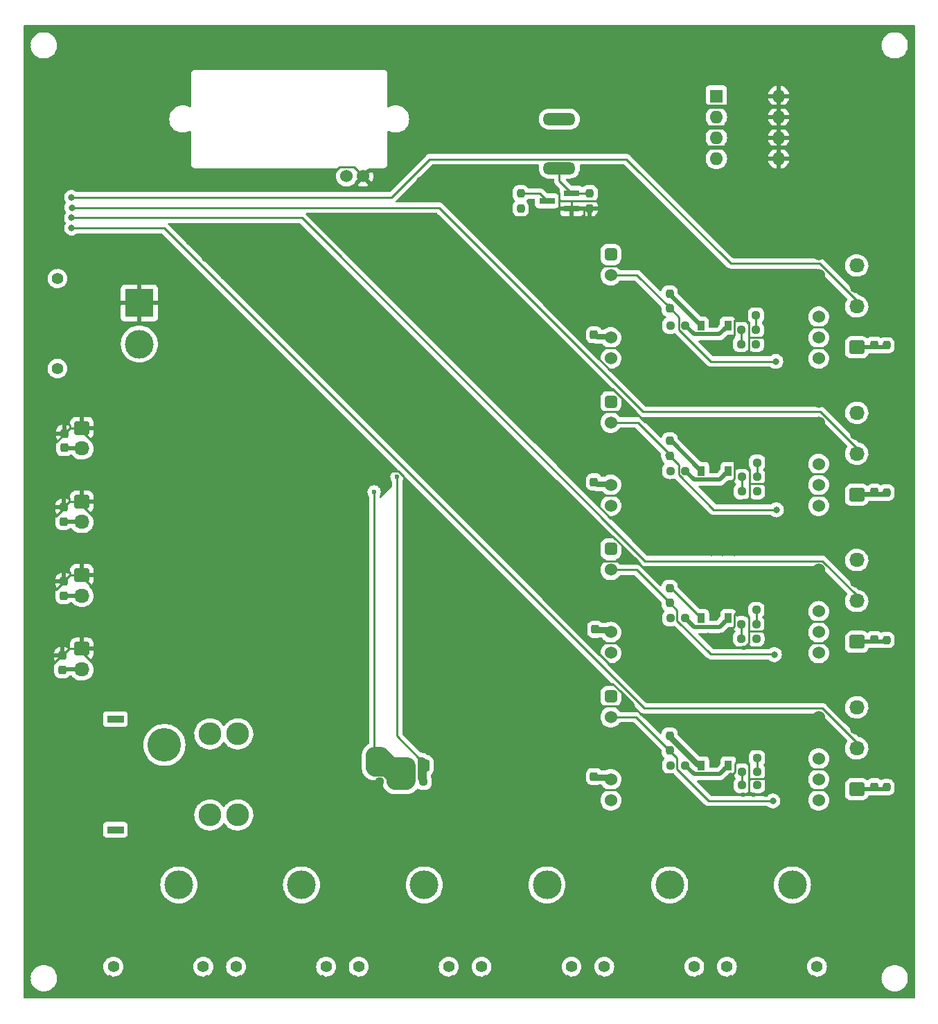
<source format=gbl>
%TF.GenerationSoftware,KiCad,Pcbnew,(6.0.11)*%
%TF.CreationDate,2023-08-03T09:01:04+09:00*%
%TF.ProjectId,power,706f7765-722e-46b6-9963-61645f706362,rev?*%
%TF.SameCoordinates,Original*%
%TF.FileFunction,Copper,L2,Bot*%
%TF.FilePolarity,Positive*%
%FSLAX46Y46*%
G04 Gerber Fmt 4.6, Leading zero omitted, Abs format (unit mm)*
G04 Created by KiCad (PCBNEW (6.0.11)) date 2023-08-03 09:01:04*
%MOMM*%
%LPD*%
G01*
G04 APERTURE LIST*
G04 Aperture macros list*
%AMRoundRect*
0 Rectangle with rounded corners*
0 $1 Rounding radius*
0 $2 $3 $4 $5 $6 $7 $8 $9 X,Y pos of 4 corners*
0 Add a 4 corners polygon primitive as box body*
4,1,4,$2,$3,$4,$5,$6,$7,$8,$9,$2,$3,0*
0 Add four circle primitives for the rounded corners*
1,1,$1+$1,$2,$3*
1,1,$1+$1,$4,$5*
1,1,$1+$1,$6,$7*
1,1,$1+$1,$8,$9*
0 Add four rect primitives between the rounded corners*
20,1,$1+$1,$2,$3,$4,$5,0*
20,1,$1+$1,$4,$5,$6,$7,0*
20,1,$1+$1,$6,$7,$8,$9,0*
20,1,$1+$1,$8,$9,$2,$3,0*%
G04 Aperture macros list end*
%TA.AperFunction,ComponentPad*%
%ADD10C,1.400000*%
%TD*%
%TA.AperFunction,ComponentPad*%
%ADD11R,3.500000X3.500000*%
%TD*%
%TA.AperFunction,ComponentPad*%
%ADD12C,3.500000*%
%TD*%
%TA.AperFunction,ComponentPad*%
%ADD13RoundRect,0.250000X0.675000X-0.600000X0.675000X0.600000X-0.675000X0.600000X-0.675000X-0.600000X0*%
%TD*%
%TA.AperFunction,ComponentPad*%
%ADD14O,1.850000X1.700000*%
%TD*%
%TA.AperFunction,ComponentPad*%
%ADD15RoundRect,0.381000X-0.381000X-0.381000X0.381000X-0.381000X0.381000X0.381000X-0.381000X0.381000X0*%
%TD*%
%TA.AperFunction,ComponentPad*%
%ADD16C,1.524000*%
%TD*%
%TA.AperFunction,ComponentPad*%
%ADD17RoundRect,0.250000X-0.675000X0.600000X-0.675000X-0.600000X0.675000X-0.600000X0.675000X0.600000X0*%
%TD*%
%TA.AperFunction,ComponentPad*%
%ADD18C,2.780000*%
%TD*%
%TA.AperFunction,ComponentPad*%
%ADD19R,1.600000X1.600000*%
%TD*%
%TA.AperFunction,ComponentPad*%
%ADD20O,1.600000X1.600000*%
%TD*%
%TA.AperFunction,ComponentPad*%
%ADD21O,4.000000X1.524000*%
%TD*%
%TA.AperFunction,ComponentPad*%
%ADD22R,2.000000X0.900000*%
%TD*%
%TA.AperFunction,ComponentPad*%
%ADD23RoundRect,1.025000X1.025000X-1.025000X1.025000X1.025000X-1.025000X1.025000X-1.025000X-1.025000X0*%
%TD*%
%TA.AperFunction,ComponentPad*%
%ADD24C,4.100000*%
%TD*%
%TA.AperFunction,SMDPad,CuDef*%
%ADD25RoundRect,0.237500X0.237500X-0.300000X0.237500X0.300000X-0.237500X0.300000X-0.237500X-0.300000X0*%
%TD*%
%TA.AperFunction,SMDPad,CuDef*%
%ADD26RoundRect,0.237500X-0.250000X-0.237500X0.250000X-0.237500X0.250000X0.237500X-0.250000X0.237500X0*%
%TD*%
%TA.AperFunction,SMDPad,CuDef*%
%ADD27RoundRect,0.237500X0.237500X-0.250000X0.237500X0.250000X-0.237500X0.250000X-0.237500X-0.250000X0*%
%TD*%
%TA.AperFunction,SMDPad,CuDef*%
%ADD28RoundRect,0.237500X0.250000X0.237500X-0.250000X0.237500X-0.250000X-0.237500X0.250000X-0.237500X0*%
%TD*%
%TA.AperFunction,SMDPad,CuDef*%
%ADD29R,0.900000X1.200000*%
%TD*%
%TA.AperFunction,SMDPad,CuDef*%
%ADD30RoundRect,0.237500X-0.237500X0.250000X-0.237500X-0.250000X0.237500X-0.250000X0.237500X0.250000X0*%
%TD*%
%TA.AperFunction,SMDPad,CuDef*%
%ADD31R,1.900000X0.800000*%
%TD*%
%TA.AperFunction,SMDPad,CuDef*%
%ADD32RoundRect,0.250000X-0.337500X-0.475000X0.337500X-0.475000X0.337500X0.475000X-0.337500X0.475000X0*%
%TD*%
%TA.AperFunction,ViaPad*%
%ADD33C,0.600000*%
%TD*%
%TA.AperFunction,ViaPad*%
%ADD34C,0.800000*%
%TD*%
%TA.AperFunction,ViaPad*%
%ADD35C,0.550000*%
%TD*%
%TA.AperFunction,Conductor*%
%ADD36C,2.000000*%
%TD*%
%TA.AperFunction,Conductor*%
%ADD37C,0.250000*%
%TD*%
%TA.AperFunction,Conductor*%
%ADD38C,0.500000*%
%TD*%
G04 APERTURE END LIST*
D10*
%TO.P,J12,*%
%TO.N,*%
X164450000Y-156350000D03*
X153450000Y-156350000D03*
D11*
%TO.P,J12,1,Pin_1*%
%TO.N,GND*%
X156450000Y-146350000D03*
D12*
%TO.P,J12,2,Pin_2*%
%TO.N,VDD*%
X161450000Y-146350000D03*
%TD*%
D13*
%TO.P,J3,1,Pin_1*%
%TO.N,/5V_Display2*%
X199300000Y-98650000D03*
D14*
%TO.P,J3,2,Pin_2*%
%TO.N,GND*%
X199300000Y-96150000D03*
%TO.P,J3,3,Pin_3*%
%TO.N,Display2*%
X199300000Y-93650000D03*
%TO.P,J3,4,Pin_4*%
%TO.N,GND*%
X199300000Y-91150000D03*
%TO.P,J3,5,Pin_5*%
%TO.N,/5V_Display2*%
X199300000Y-88650000D03*
%TD*%
D15*
%TO.P,U3,1,PG*%
%TO.N,unconnected-(U3-Pad1)*%
X169250000Y-105300000D03*
D16*
%TO.P,U3,2,CTRL*%
%TO.N,Display3_CTRL*%
X169250000Y-107840000D03*
%TO.P,U3,3,GND*%
%TO.N,GND*%
X169250000Y-110380000D03*
%TO.P,U3,4,GND*%
X169250000Y-112920000D03*
%TO.P,U3,5,VIN*%
%TO.N,VDD*%
X169250000Y-115460000D03*
%TO.P,U3,6,VIN*%
X169250000Y-118000000D03*
%TO.P,U3,7,VOUT*%
%TO.N,/5V_Display3*%
X194650000Y-118000000D03*
%TO.P,U3,8,VOUT*%
X194650000Y-115460000D03*
%TO.P,U3,9,VOUT*%
X194650000Y-112920000D03*
%TO.P,U3,10,GND*%
%TO.N,GND*%
X194650000Y-110380000D03*
%TO.P,U3,11,GND*%
X194650000Y-107840000D03*
%TO.P,U3,12,GND*%
X194650000Y-105300000D03*
%TD*%
D10*
%TO.P,J7,*%
%TO.N,*%
X108450000Y-156350000D03*
X119450000Y-156350000D03*
D11*
%TO.P,J7,1,Pin_1*%
%TO.N,GND*%
X111450000Y-146350000D03*
D12*
%TO.P,J7,2,Pin_2*%
%TO.N,VDD*%
X116450000Y-146350000D03*
%TD*%
D15*
%TO.P,U4,1,PG*%
%TO.N,unconnected-(U4-Pad1)*%
X169250000Y-123300000D03*
D16*
%TO.P,U4,2,CTRL*%
%TO.N,Display4_CTRL*%
X169250000Y-125840000D03*
%TO.P,U4,3,GND*%
%TO.N,GND*%
X169250000Y-128380000D03*
%TO.P,U4,4,GND*%
X169250000Y-130920000D03*
%TO.P,U4,5,VIN*%
%TO.N,VDD*%
X169250000Y-133460000D03*
%TO.P,U4,6,VIN*%
X169250000Y-136000000D03*
%TO.P,U4,7,VOUT*%
%TO.N,/5V_Display4*%
X194650000Y-136000000D03*
%TO.P,U4,8,VOUT*%
X194650000Y-133460000D03*
%TO.P,U4,9,VOUT*%
X194650000Y-130920000D03*
%TO.P,U4,10,GND*%
%TO.N,GND*%
X194650000Y-128380000D03*
%TO.P,U4,11,GND*%
X194650000Y-125840000D03*
%TO.P,U4,12,GND*%
X194650000Y-123300000D03*
%TD*%
D13*
%TO.P,J4,1,Pin_1*%
%TO.N,/5V_Display3*%
X199300000Y-116650000D03*
D14*
%TO.P,J4,2,Pin_2*%
%TO.N,GND*%
X199300000Y-114150000D03*
%TO.P,J4,3,Pin_3*%
%TO.N,Display3*%
X199300000Y-111650000D03*
%TO.P,J4,4,Pin_4*%
%TO.N,GND*%
X199300000Y-109150000D03*
%TO.P,J4,5,Pin_5*%
%TO.N,/5V_Display3*%
X199300000Y-106650000D03*
%TD*%
D10*
%TO.P,J6,*%
%TO.N,*%
X101625000Y-72250000D03*
X101625000Y-83250000D03*
D11*
%TO.P,J6,1,Pin_1*%
%TO.N,GND*%
X111625000Y-75250000D03*
D12*
%TO.P,J6,2,Pin_2*%
%TO.N,VDD*%
X111625000Y-80250000D03*
%TD*%
D13*
%TO.P,J5,1,Pin_1*%
%TO.N,/5V_Display4*%
X199300000Y-134650000D03*
D14*
%TO.P,J5,2,Pin_2*%
%TO.N,GND*%
X199300000Y-132150000D03*
%TO.P,J5,3,Pin_3*%
%TO.N,Display4*%
X199300000Y-129650000D03*
%TO.P,J5,4,Pin_4*%
%TO.N,GND*%
X199300000Y-127150000D03*
%TO.P,J5,5,Pin_5*%
%TO.N,/5V_Display4*%
X199300000Y-124650000D03*
%TD*%
D15*
%TO.P,U2,1,PG*%
%TO.N,unconnected-(U2-Pad1)*%
X169250000Y-87300000D03*
D16*
%TO.P,U2,2,CTRL*%
%TO.N,Display2_CTRL*%
X169250000Y-89840000D03*
%TO.P,U2,3,GND*%
%TO.N,GND*%
X169250000Y-92380000D03*
%TO.P,U2,4,GND*%
X169250000Y-94920000D03*
%TO.P,U2,5,VIN*%
%TO.N,VDD*%
X169250000Y-97460000D03*
%TO.P,U2,6,VIN*%
X169250000Y-100000000D03*
%TO.P,U2,7,VOUT*%
%TO.N,/5V_Display2*%
X194650000Y-100000000D03*
%TO.P,U2,8,VOUT*%
X194650000Y-97460000D03*
%TO.P,U2,9,VOUT*%
X194650000Y-94920000D03*
%TO.P,U2,10,GND*%
%TO.N,GND*%
X194650000Y-92380000D03*
%TO.P,U2,11,GND*%
X194650000Y-89840000D03*
%TO.P,U2,12,GND*%
X194650000Y-87300000D03*
%TD*%
D17*
%TO.P,J16,1,Pin_1*%
%TO.N,GND*%
X104600000Y-117500000D03*
D14*
%TO.P,J16,2,Pin_2*%
%TO.N,VDD*%
X104600000Y-120000000D03*
%TD*%
D17*
%TO.P,J10,1,Pin_1*%
%TO.N,GND*%
X104600000Y-90500000D03*
D14*
%TO.P,J10,2,Pin_2*%
%TO.N,VDD*%
X104600000Y-93000000D03*
%TD*%
D10*
%TO.P,J13,*%
%TO.N,*%
X168450000Y-156350000D03*
X179450000Y-156350000D03*
D11*
%TO.P,J13,1,Pin_1*%
%TO.N,GND*%
X171450000Y-146350000D03*
D12*
%TO.P,J13,2,Pin_2*%
%TO.N,VDD*%
X176450000Y-146350000D03*
%TD*%
D10*
%TO.P,J14,*%
%TO.N,*%
X194450000Y-156350000D03*
X183450000Y-156350000D03*
D11*
%TO.P,J14,1,Pin_1*%
%TO.N,GND*%
X186450000Y-146350000D03*
D12*
%TO.P,J14,2,Pin_2*%
%TO.N,VDD*%
X191450000Y-146350000D03*
%TD*%
D15*
%TO.P,U1,1,PG*%
%TO.N,unconnected-(U1-Pad1)*%
X169250000Y-69300000D03*
D16*
%TO.P,U1,2,CTRL*%
%TO.N,Display1_CTRL*%
X169250000Y-71840000D03*
%TO.P,U1,3,GND*%
%TO.N,GND*%
X169250000Y-74380000D03*
%TO.P,U1,4,GND*%
X169250000Y-76920000D03*
%TO.P,U1,5,VIN*%
%TO.N,VDD*%
X169250000Y-79460000D03*
%TO.P,U1,6,VIN*%
X169250000Y-82000000D03*
%TO.P,U1,7,VOUT*%
%TO.N,/5V_Display1*%
X194650000Y-82000000D03*
%TO.P,U1,8,VOUT*%
X194650000Y-79460000D03*
%TO.P,U1,9,VOUT*%
X194650000Y-76920000D03*
%TO.P,U1,10,GND*%
%TO.N,GND*%
X194650000Y-74380000D03*
%TO.P,U1,11,GND*%
X194650000Y-71840000D03*
%TO.P,U1,12,GND*%
X194650000Y-69300000D03*
%TD*%
D18*
%TO.P,F1,1*%
%TO.N,+7.5V*%
X120250000Y-127890000D03*
X123650000Y-127890000D03*
%TO.P,F1,2*%
%TO.N,Net-(F1-Pad2)*%
X123650000Y-137810000D03*
X120250000Y-137810000D03*
%TD*%
D17*
%TO.P,J15,1,Pin_1*%
%TO.N,GND*%
X104600000Y-108500000D03*
D14*
%TO.P,J15,2,Pin_2*%
%TO.N,VDD*%
X104600000Y-111000000D03*
%TD*%
D10*
%TO.P,J8,*%
%TO.N,*%
X134450000Y-156350000D03*
X123450000Y-156350000D03*
D11*
%TO.P,J8,1,Pin_1*%
%TO.N,GND*%
X126450000Y-146350000D03*
D12*
%TO.P,J8,2,Pin_2*%
%TO.N,VDD*%
X131450000Y-146350000D03*
%TD*%
D13*
%TO.P,J2,1,Pin_1*%
%TO.N,/5V_Display1*%
X199300000Y-80650000D03*
D14*
%TO.P,J2,2,Pin_2*%
%TO.N,GND*%
X199300000Y-78150000D03*
%TO.P,J2,3,Pin_3*%
%TO.N,Display1*%
X199300000Y-75650000D03*
%TO.P,J2,4,Pin_4*%
%TO.N,GND*%
X199300000Y-73150000D03*
%TO.P,J2,5,Pin_5*%
%TO.N,/5V_Display1*%
X199300000Y-70650000D03*
%TD*%
D16*
%TO.P,MES1,1,-*%
%TO.N,GND*%
X138950000Y-59750000D03*
%TO.P,MES1,2,+*%
%TO.N,VDD*%
X136950000Y-59735000D03*
%TD*%
D19*
%TO.P,SW2,1*%
%TO.N,Display1_CTRL*%
X182150000Y-49950000D03*
D20*
%TO.P,SW2,2*%
%TO.N,Display2_CTRL*%
X182150000Y-52490000D03*
%TO.P,SW2,3*%
%TO.N,Display3_CTRL*%
X182150000Y-55030000D03*
%TO.P,SW2,4*%
%TO.N,Display4_CTRL*%
X182150000Y-57570000D03*
%TO.P,SW2,5*%
%TO.N,GND*%
X189770000Y-57570000D03*
%TO.P,SW2,6*%
X189770000Y-55030000D03*
%TO.P,SW2,7*%
X189770000Y-52490000D03*
%TO.P,SW2,8*%
X189770000Y-49950000D03*
%TD*%
D21*
%TO.P,SW1,1,A*%
%TO.N,\u4E3B\u96FB\u6E90\u30B9\u30A4\u30C3\u30C1*%
X162950000Y-58750000D03*
%TO.P,SW1,2,B*%
%TO.N,/S-S*%
X162950000Y-52750000D03*
%TD*%
D10*
%TO.P,J9,*%
%TO.N,*%
X149450000Y-156350000D03*
X138450000Y-156350000D03*
D11*
%TO.P,J9,1,Pin_1*%
%TO.N,GND*%
X141450000Y-146350000D03*
D12*
%TO.P,J9,2,Pin_2*%
%TO.N,VDD*%
X146450000Y-146350000D03*
%TD*%
D17*
%TO.P,J11,1,Pin_1*%
%TO.N,GND*%
X104600000Y-99500000D03*
D14*
%TO.P,J11,2,Pin_2*%
%TO.N,VDD*%
X104600000Y-102000000D03*
%TD*%
D22*
%TO.P,J1,*%
%TO.N,*%
X108700000Y-139600000D03*
X108700000Y-126100000D03*
D23*
%TO.P,J1,1,Pin_1*%
%TO.N,GND*%
X114700000Y-136450000D03*
D24*
%TO.P,J1,2,Pin_2*%
%TO.N,+7.5V*%
X114700000Y-129250000D03*
%TD*%
D25*
%TO.P,C12,1*%
%TO.N,VDD*%
X102370000Y-101930000D03*
%TO.P,C12,2*%
%TO.N,GND*%
X102370000Y-100205000D03*
%TD*%
D26*
%TO.P,R2,1*%
%TO.N,/S-S*%
X144537500Y-133750000D03*
%TO.P,R2,2*%
%TO.N,Net-(C1-Pad2)*%
X146362500Y-133750000D03*
%TD*%
D25*
%TO.P,C4,1*%
%TO.N,VDD*%
X167200000Y-97112500D03*
%TO.P,C4,2*%
%TO.N,GND*%
X167200000Y-95387500D03*
%TD*%
D27*
%TO.P,R3,1*%
%TO.N,Net-(C1-Pad2)*%
X158250000Y-63662500D03*
%TO.P,R3,2*%
%TO.N,Net-(Q2-Pad3)*%
X158250000Y-61837500D03*
%TD*%
D28*
%TO.P,R12,1*%
%TO.N,Net-(R11-Pad1)*%
X187112500Y-94750000D03*
%TO.P,R12,2*%
%TO.N,GND*%
X185287500Y-94750000D03*
%TD*%
D29*
%TO.P,D4,1,K*%
%TO.N,VDD*%
X180300000Y-113750000D03*
%TO.P,D4,2,A*%
%TO.N,/5V_Display3*%
X183600000Y-113750000D03*
%TD*%
D27*
%TO.P,R27,1*%
%TO.N,Display3_CTRL*%
X176450000Y-111912500D03*
%TO.P,R27,2*%
%TO.N,VDD*%
X176450000Y-110087500D03*
%TD*%
D28*
%TO.P,R20,1*%
%TO.N,Net-(MD4-Pad6)*%
X187112500Y-134180000D03*
%TO.P,R20,2*%
%TO.N,Net-(R20-Pad2)*%
X185287500Y-134180000D03*
%TD*%
D27*
%TO.P,R25,1*%
%TO.N,Display1_CTRL*%
X176450000Y-75912500D03*
%TO.P,R25,2*%
%TO.N,VDD*%
X176450000Y-74087500D03*
%TD*%
D30*
%TO.P,R4,1*%
%TO.N,\u4E3B\u96FB\u6E90\u30B9\u30A4\u30C3\u30C1*%
X166662500Y-61837500D03*
%TO.P,R4,2*%
%TO.N,GND*%
X166662500Y-63662500D03*
%TD*%
D28*
%TO.P,R18,1*%
%TO.N,Net-(R18-Pad1)*%
X187025000Y-114500000D03*
%TO.P,R18,2*%
%TO.N,Net-(R17-Pad2)*%
X185200000Y-114500000D03*
%TD*%
D31*
%TO.P,Q2,1,G*%
%TO.N,\u4E3B\u96FB\u6E90\u30B9\u30A4\u30C3\u30C1*%
X164450000Y-61800000D03*
%TO.P,Q2,2,S*%
%TO.N,GND*%
X164450000Y-63700000D03*
%TO.P,Q2,3,D*%
%TO.N,Net-(Q2-Pad3)*%
X161450000Y-62750000D03*
%TD*%
D29*
%TO.P,D3,1,K*%
%TO.N,VDD*%
X180300000Y-95750000D03*
%TO.P,D3,2,A*%
%TO.N,/5V_Display2*%
X183600000Y-95750000D03*
%TD*%
D30*
%TO.P,R14,1*%
%TO.N,GND*%
X202950000Y-96587500D03*
%TO.P,R14,2*%
%TO.N,/5V_Display2*%
X202950000Y-98412500D03*
%TD*%
D28*
%TO.P,R10,1*%
%TO.N,Net-(MD2-Pad6)*%
X187112500Y-98250000D03*
%TO.P,R10,2*%
%TO.N,Net-(R10-Pad2)*%
X185287500Y-98250000D03*
%TD*%
%TO.P,R21,1*%
%TO.N,Net-(R21-Pad1)*%
X187112500Y-132500000D03*
%TO.P,R21,2*%
%TO.N,Net-(R20-Pad2)*%
X185287500Y-132500000D03*
%TD*%
D25*
%TO.P,C14,1*%
%TO.N,VDD*%
X102220000Y-120042500D03*
%TO.P,C14,2*%
%TO.N,GND*%
X102220000Y-118317500D03*
%TD*%
D28*
%TO.P,R7,1*%
%TO.N,Net-(MD1-Pad6)*%
X187000000Y-80250000D03*
%TO.P,R7,2*%
%TO.N,Net-(R7-Pad2)*%
X185175000Y-80250000D03*
%TD*%
D30*
%TO.P,R23,1*%
%TO.N,GND*%
X202950000Y-114587500D03*
%TO.P,R23,2*%
%TO.N,/5V_Display3*%
X202950000Y-116412500D03*
%TD*%
D25*
%TO.P,C6,1*%
%TO.N,VDD*%
X167200000Y-133112500D03*
%TO.P,C6,2*%
%TO.N,GND*%
X167200000Y-131387500D03*
%TD*%
%TO.P,C3,1*%
%TO.N,VDD*%
X167200000Y-79112500D03*
%TO.P,C3,2*%
%TO.N,GND*%
X167200000Y-77387500D03*
%TD*%
D32*
%TO.P,C1,1*%
%TO.N,/S-S*%
X144412500Y-131750000D03*
%TO.P,C1,2*%
%TO.N,Net-(C1-Pad2)*%
X146487500Y-131750000D03*
%TD*%
D28*
%TO.P,R11,1*%
%TO.N,Net-(R11-Pad1)*%
X187112500Y-96500000D03*
%TO.P,R11,2*%
%TO.N,Net-(R10-Pad2)*%
X185287500Y-96500000D03*
%TD*%
%TO.P,R1,1*%
%TO.N,/S-S*%
X142862500Y-133750000D03*
%TO.P,R1,2*%
%TO.N,GND*%
X141037500Y-133750000D03*
%TD*%
D25*
%TO.P,C11,1*%
%TO.N,VDD*%
X102440000Y-92912500D03*
%TO.P,C11,2*%
%TO.N,GND*%
X102440000Y-91187500D03*
%TD*%
D29*
%TO.P,D5,1,K*%
%TO.N,VDD*%
X180300000Y-131750000D03*
%TO.P,D5,2,A*%
%TO.N,/5V_Display4*%
X183600000Y-131750000D03*
%TD*%
D28*
%TO.P,R19,1*%
%TO.N,Net-(R18-Pad1)*%
X187025000Y-112750000D03*
%TO.P,R19,2*%
%TO.N,GND*%
X185200000Y-112750000D03*
%TD*%
D30*
%TO.P,R13,1*%
%TO.N,GND*%
X202950000Y-78587500D03*
%TO.P,R13,2*%
%TO.N,/5V_Display1*%
X202950000Y-80412500D03*
%TD*%
D27*
%TO.P,R28,1*%
%TO.N,Display4_CTRL*%
X176450000Y-129912500D03*
%TO.P,R28,2*%
%TO.N,VDD*%
X176450000Y-128087500D03*
%TD*%
D28*
%TO.P,R17,1*%
%TO.N,Net-(MD3-Pad6)*%
X187025000Y-116250000D03*
%TO.P,R17,2*%
%TO.N,Net-(R17-Pad2)*%
X185200000Y-116250000D03*
%TD*%
%TO.P,R22,1*%
%TO.N,Net-(R21-Pad1)*%
X187112500Y-130850000D03*
%TO.P,R22,2*%
%TO.N,GND*%
X185287500Y-130850000D03*
%TD*%
D26*
%TO.P,R15,1*%
%TO.N,Net-(MD3-Pad10)*%
X176537500Y-113750000D03*
%TO.P,R15,2*%
%TO.N,/5V_Display3*%
X178362500Y-113750000D03*
%TD*%
D29*
%TO.P,D2,1,K*%
%TO.N,VDD*%
X180250000Y-78000000D03*
%TO.P,D2,2,A*%
%TO.N,/5V_Display1*%
X183550000Y-78000000D03*
%TD*%
D25*
%TO.P,C9,1*%
%TO.N,/5V_Display3*%
X201450000Y-116362500D03*
%TO.P,C9,2*%
%TO.N,GND*%
X201450000Y-114637500D03*
%TD*%
D27*
%TO.P,R26,1*%
%TO.N,Display2_CTRL*%
X176450000Y-93887500D03*
%TO.P,R26,2*%
%TO.N,VDD*%
X176450000Y-92062500D03*
%TD*%
D25*
%TO.P,C10,1*%
%TO.N,/5V_Display4*%
X201450000Y-134362500D03*
%TO.P,C10,2*%
%TO.N,GND*%
X201450000Y-132637500D03*
%TD*%
D26*
%TO.P,R16,1*%
%TO.N,Net-(MD4-Pad10)*%
X176537500Y-131750000D03*
%TO.P,R16,2*%
%TO.N,/5V_Display4*%
X178362500Y-131750000D03*
%TD*%
%TO.P,R5,1*%
%TO.N,Net-(MD1-Pad10)*%
X176537500Y-78000000D03*
%TO.P,R5,2*%
%TO.N,/5V_Display1*%
X178362500Y-78000000D03*
%TD*%
D25*
%TO.P,C7,1*%
%TO.N,/5V_Display1*%
X201450000Y-80362500D03*
%TO.P,C7,2*%
%TO.N,GND*%
X201450000Y-78637500D03*
%TD*%
D28*
%TO.P,R8,1*%
%TO.N,Net-(R8-Pad1)*%
X187000000Y-78530000D03*
%TO.P,R8,2*%
%TO.N,Net-(R7-Pad2)*%
X185175000Y-78530000D03*
%TD*%
D26*
%TO.P,R6,1*%
%TO.N,Net-(MD2-Pad10)*%
X176537500Y-95750000D03*
%TO.P,R6,2*%
%TO.N,/5V_Display2*%
X178362500Y-95750000D03*
%TD*%
D28*
%TO.P,R9,1*%
%TO.N,Net-(R8-Pad1)*%
X187000000Y-76750000D03*
%TO.P,R9,2*%
%TO.N,GND*%
X185175000Y-76750000D03*
%TD*%
D25*
%TO.P,C8,1*%
%TO.N,/5V_Display2*%
X201450000Y-98362500D03*
%TO.P,C8,2*%
%TO.N,GND*%
X201450000Y-96637500D03*
%TD*%
%TO.P,C5,1*%
%TO.N,VDD*%
X167350000Y-115112500D03*
%TO.P,C5,2*%
%TO.N,GND*%
X167350000Y-113387500D03*
%TD*%
D30*
%TO.P,R24,1*%
%TO.N,GND*%
X202950000Y-132587500D03*
%TO.P,R24,2*%
%TO.N,/5V_Display4*%
X202950000Y-134412500D03*
%TD*%
D25*
%TO.P,C13,1*%
%TO.N,VDD*%
X102390000Y-110985000D03*
%TO.P,C13,2*%
%TO.N,GND*%
X102390000Y-109260000D03*
%TD*%
D33*
%TO.N,/S-S*%
X141670000Y-131775000D03*
X140330000Y-131120000D03*
X141670000Y-132600000D03*
X141040000Y-130500000D03*
X141000000Y-131750000D03*
X141670000Y-130970000D03*
X140967500Y-132557500D03*
X141040000Y-131140000D03*
X140320000Y-98320000D03*
X140330000Y-131750000D03*
X140330000Y-132470000D03*
X140330000Y-130500000D03*
%TO.N,Net-(C1-Pad2)*%
X145980000Y-132220000D03*
X146530000Y-131840000D03*
X158250000Y-63662500D03*
X143120000Y-96490000D03*
X145950000Y-130990000D03*
X146520000Y-131230000D03*
X146530000Y-132460000D03*
X145960000Y-131610000D03*
D34*
%TO.N,VDD*%
X176450000Y-74087500D03*
X176450000Y-92062500D03*
X176450000Y-110087500D03*
X176450000Y-128087500D03*
%TO.N,GND*%
X181450000Y-69500000D03*
X157950000Y-159750000D03*
X136950000Y-82750000D03*
X175950000Y-57750000D03*
X103950000Y-77250000D03*
X187950000Y-45750000D03*
X199950000Y-51750000D03*
X183950000Y-64000000D03*
X155950000Y-45750000D03*
X185450000Y-94750000D03*
X173950000Y-53750000D03*
X99950000Y-125750000D03*
X134950000Y-66750000D03*
X179950000Y-43750000D03*
X127950000Y-66000000D03*
X175560000Y-99850000D03*
X193950000Y-53750000D03*
X97950000Y-43750000D03*
X146950000Y-66750000D03*
X195450000Y-64500000D03*
X195950000Y-49750000D03*
X175710000Y-120480000D03*
X153950000Y-53750000D03*
X103950000Y-131750000D03*
X97950000Y-137750000D03*
X147450000Y-76750000D03*
X117950000Y-41750000D03*
X107950000Y-75250000D03*
X138450000Y-73750000D03*
X163950000Y-45750000D03*
X205950000Y-63750000D03*
X141450000Y-82250000D03*
X109950000Y-143750000D03*
X159950000Y-53750000D03*
X184450000Y-89750000D03*
X133950000Y-125250000D03*
X131950000Y-127250000D03*
X193950000Y-59750000D03*
X99950000Y-155750000D03*
X101950000Y-77250000D03*
X99950000Y-141750000D03*
X121950000Y-61250000D03*
X132700000Y-156500000D03*
X187950000Y-157750000D03*
X195950000Y-139750000D03*
X170450000Y-70750000D03*
X184450000Y-128150000D03*
X173950000Y-57750000D03*
X203950000Y-145750000D03*
X205950000Y-85750000D03*
X205950000Y-141750000D03*
X163950000Y-71750000D03*
X171950000Y-159750000D03*
X136450000Y-95750000D03*
X101950000Y-141750000D03*
X123450000Y-73250000D03*
X178950000Y-75000000D03*
X145450000Y-72250000D03*
X191950000Y-59750000D03*
X97950000Y-77750000D03*
X149450000Y-78750000D03*
X139950000Y-45750000D03*
X197950000Y-59750000D03*
X129950000Y-157750000D03*
X144450000Y-89250000D03*
X183950000Y-47750000D03*
X155950000Y-43750000D03*
X107950000Y-51750000D03*
X144950000Y-68750000D03*
X131950000Y-129250000D03*
D35*
X188800000Y-85130000D03*
D34*
X105950000Y-125750000D03*
X151450000Y-74750000D03*
X132200000Y-67250000D03*
X103950000Y-137750000D03*
X147950000Y-159750000D03*
X97950000Y-145750000D03*
X179950000Y-41750000D03*
X169950000Y-43750000D03*
X197950000Y-157750000D03*
X125950000Y-159750000D03*
X157950000Y-47750000D03*
X205950000Y-139750000D03*
X167950000Y-159750000D03*
X185950000Y-159750000D03*
X183950000Y-49750000D03*
X153950000Y-41750000D03*
X107950000Y-53750000D03*
X103950000Y-123750000D03*
X121450000Y-67750000D03*
X127950000Y-159750000D03*
X176810000Y-100990000D03*
X113950000Y-49750000D03*
X109950000Y-155750000D03*
X151450000Y-156500000D03*
X182700000Y-80250000D03*
X123950000Y-59250000D03*
X99950000Y-70750000D03*
X182250000Y-93050000D03*
X153450000Y-76750000D03*
X144450000Y-54500000D03*
X205950000Y-55750000D03*
X175950000Y-49750000D03*
X99950000Y-159750000D03*
X184050000Y-130250000D03*
X138950000Y-82750000D03*
X183950000Y-51750000D03*
X105950000Y-129750000D03*
X199950000Y-157750000D03*
X109950000Y-151750000D03*
X141450000Y-80250000D03*
X115450000Y-54250000D03*
X116450000Y-77750000D03*
X113950000Y-139750000D03*
X180350000Y-110950000D03*
X127950000Y-125250000D03*
X109950000Y-157750000D03*
X115950000Y-49750000D03*
X129950000Y-59250000D03*
X103950000Y-79250000D03*
X138950000Y-84750000D03*
X155950000Y-55750000D03*
X105950000Y-75250000D03*
X197950000Y-153750000D03*
X139950000Y-41750000D03*
X136950000Y-80750000D03*
X135450000Y-125500000D03*
X175950000Y-59750000D03*
X155200000Y-156500000D03*
X113950000Y-69250000D03*
X120450000Y-79750000D03*
X175630000Y-81960000D03*
X199950000Y-43750000D03*
X160950000Y-156500000D03*
X181850000Y-129350000D03*
X101950000Y-137750000D03*
X136950000Y-86750000D03*
X203950000Y-149750000D03*
X107950000Y-151750000D03*
X125200000Y-68750000D03*
X151950000Y-159750000D03*
X115950000Y-41750000D03*
X191950000Y-47750000D03*
X160950000Y-71750000D03*
X103950000Y-127750000D03*
X201950000Y-157750000D03*
X99950000Y-77250000D03*
X135950000Y-127250000D03*
X196950000Y-138750000D03*
X201950000Y-151750000D03*
X171950000Y-47750000D03*
X181850000Y-131550000D03*
X97950000Y-63750000D03*
X132450000Y-89750000D03*
X182950000Y-121850000D03*
X135950000Y-41750000D03*
X134450000Y-87750000D03*
X99950000Y-47750000D03*
X149950000Y-58750000D03*
X163950000Y-55750000D03*
X183200000Y-75250000D03*
X171450000Y-156500000D03*
X175450000Y-63750000D03*
X163950000Y-159750000D03*
X141950000Y-41750000D03*
X203950000Y-135750000D03*
X197950000Y-159750000D03*
X123950000Y-45750000D03*
X180850000Y-109050000D03*
X201950000Y-63750000D03*
X156950000Y-156500000D03*
X127950000Y-131250000D03*
X193950000Y-45750000D03*
X153450000Y-72750000D03*
X151950000Y-45750000D03*
X171950000Y-45750000D03*
X150450000Y-89250000D03*
X177950000Y-47750000D03*
X109950000Y-61250000D03*
X97950000Y-91750000D03*
X103950000Y-159750000D03*
X102950000Y-70250000D03*
X176420000Y-85380000D03*
X150200000Y-63750000D03*
X132450000Y-91750000D03*
X148450000Y-65750000D03*
X103950000Y-135750000D03*
X99950000Y-151750000D03*
X181950000Y-81250000D03*
X205950000Y-137750000D03*
X97950000Y-121750000D03*
X97950000Y-65750000D03*
X191950000Y-45750000D03*
X142950000Y-68750000D03*
X146450000Y-93250000D03*
X159450000Y-70250000D03*
X99950000Y-83750000D03*
X173950000Y-43750000D03*
X107950000Y-159750000D03*
X129950000Y-125250000D03*
X153450000Y-82750000D03*
X127950000Y-121250000D03*
X113950000Y-157750000D03*
X105950000Y-149750000D03*
X181550000Y-105750000D03*
X109950000Y-53750000D03*
X147950000Y-47750000D03*
X205950000Y-71750000D03*
X184450000Y-69250000D03*
X121950000Y-43750000D03*
X161950000Y-55750000D03*
X105950000Y-147750000D03*
X157450000Y-80750000D03*
X149950000Y-41750000D03*
X177450000Y-62000000D03*
X201950000Y-49750000D03*
X107950000Y-71250000D03*
X153950000Y-51750000D03*
X197950000Y-53750000D03*
X133950000Y-131250000D03*
X133950000Y-159750000D03*
X157950000Y-41750000D03*
X181950000Y-159750000D03*
X157950000Y-49750000D03*
X159450000Y-76750000D03*
X184550000Y-110250000D03*
X149950000Y-55750000D03*
X141450000Y-88250000D03*
X97950000Y-159750000D03*
D33*
X188350000Y-99550000D03*
D34*
X177950000Y-45750000D03*
X177950000Y-157750000D03*
X107950000Y-123250000D03*
X173950000Y-45750000D03*
X205950000Y-131750000D03*
X155450000Y-78750000D03*
X132950000Y-68750000D03*
X113950000Y-55750000D03*
X117950000Y-45750000D03*
X167950000Y-49750000D03*
X105950000Y-55750000D03*
X107450000Y-129750000D03*
X179050000Y-128850000D03*
X151950000Y-49750000D03*
X107950000Y-69250000D03*
X195950000Y-141750000D03*
X143950000Y-62500000D03*
X149950000Y-60250000D03*
X205950000Y-75750000D03*
X156700000Y-61000000D03*
X181350000Y-110250000D03*
X99950000Y-66750000D03*
X113950000Y-59250000D03*
X157950000Y-43750000D03*
X127950000Y-41750000D03*
X138950000Y-78750000D03*
X130950000Y-76750000D03*
X183950000Y-43750000D03*
X153950000Y-45750000D03*
X149450000Y-80750000D03*
X184850000Y-129450000D03*
X180350000Y-129150000D03*
X203950000Y-137750000D03*
X185250000Y-130550000D03*
X191950000Y-41750000D03*
X191950000Y-55750000D03*
X205950000Y-111750000D03*
X171950000Y-53750000D03*
X132450000Y-93750000D03*
X205950000Y-93750000D03*
X181450000Y-107850000D03*
X130450000Y-87750000D03*
X184950000Y-76750000D03*
X138450000Y-93750000D03*
X130950000Y-66000000D03*
X203950000Y-57750000D03*
X145950000Y-43750000D03*
D35*
X188780000Y-102340000D03*
D34*
X136450000Y-91750000D03*
X167950000Y-45750000D03*
X170450000Y-67750000D03*
X202450000Y-136500000D03*
X179200000Y-64000000D03*
X129700000Y-67250000D03*
X128950000Y-78750000D03*
X201950000Y-145750000D03*
X167950000Y-53750000D03*
X197950000Y-141750000D03*
X105950000Y-135750000D03*
X142950000Y-66750000D03*
X163950000Y-74750000D03*
X187950000Y-159750000D03*
X127950000Y-45750000D03*
X191950000Y-157750000D03*
X141450000Y-84250000D03*
X149950000Y-43750000D03*
X145950000Y-157750000D03*
X132950000Y-72750000D03*
X101950000Y-135750000D03*
D35*
X188770000Y-121160000D03*
D34*
X182950000Y-85750000D03*
X201950000Y-143750000D03*
X182950000Y-67750000D03*
X171950000Y-55750000D03*
X178950000Y-57750000D03*
X171950000Y-65750000D03*
X182950000Y-65500000D03*
X147950000Y-53750000D03*
X182700000Y-72750000D03*
X184700000Y-71500000D03*
X175950000Y-51750000D03*
X179950000Y-59750000D03*
X117450000Y-143000000D03*
X119950000Y-41750000D03*
X145950000Y-77750000D03*
X101450000Y-70750000D03*
X122450000Y-75750000D03*
X99950000Y-133750000D03*
X132950000Y-70750000D03*
X162700000Y-156500000D03*
X107950000Y-149750000D03*
X203950000Y-151750000D03*
X159950000Y-47750000D03*
X199950000Y-55750000D03*
X115950000Y-57750000D03*
X151450000Y-76750000D03*
X111950000Y-135750000D03*
X130950000Y-74750000D03*
X128450000Y-89750000D03*
X115950000Y-61250000D03*
X194450000Y-149750000D03*
X155950000Y-41750000D03*
X105950000Y-131750000D03*
X103950000Y-73250000D03*
X162450000Y-64750000D03*
X97950000Y-125750000D03*
X157950000Y-59750000D03*
X183050000Y-123750000D03*
X177950000Y-55750000D03*
X117450000Y-133250000D03*
X184550000Y-127050000D03*
X182850000Y-110250000D03*
D33*
X137600000Y-139560000D03*
D34*
X181950000Y-76250000D03*
X146450000Y-91250000D03*
X205950000Y-129750000D03*
D33*
X136620000Y-140120000D03*
D34*
X177700000Y-156500000D03*
X103950000Y-61250000D03*
X99950000Y-153750000D03*
X189950000Y-45750000D03*
X179700000Y-62000000D03*
X137950000Y-157750000D03*
X135950000Y-61250000D03*
X178950000Y-92750000D03*
X169950000Y-49750000D03*
X145450000Y-74250000D03*
X182950000Y-83500000D03*
X97950000Y-147750000D03*
X149450000Y-74750000D03*
D33*
X187150000Y-99550000D03*
D34*
X201950000Y-139750000D03*
X183950000Y-104650000D03*
X171950000Y-63750000D03*
X105950000Y-69250000D03*
X130450000Y-83750000D03*
X99950000Y-85750000D03*
X184550000Y-123750000D03*
X97950000Y-113750000D03*
X101950000Y-123750000D03*
X105950000Y-159750000D03*
X142450000Y-47750000D03*
X167950000Y-67750000D03*
X203950000Y-63750000D03*
X180750000Y-127050000D03*
X205950000Y-149750000D03*
X203950000Y-65750000D03*
X129950000Y-129250000D03*
X144450000Y-87250000D03*
X181200000Y-80250000D03*
X138450000Y-97750000D03*
X147950000Y-45750000D03*
X199950000Y-59750000D03*
X115950000Y-59250000D03*
X201950000Y-45750000D03*
X105950000Y-137750000D03*
X121950000Y-159750000D03*
X205950000Y-65750000D03*
X159950000Y-45750000D03*
X181850000Y-113550000D03*
X201950000Y-57750000D03*
X205950000Y-101750000D03*
X133950000Y-41750000D03*
X175950000Y-43750000D03*
X201950000Y-43750000D03*
X109950000Y-71250000D03*
X199950000Y-141750000D03*
X193950000Y-154250000D03*
X193950000Y-47750000D03*
X97950000Y-129750000D03*
X141450000Y-97750000D03*
X101950000Y-43750000D03*
X193950000Y-55750000D03*
X111950000Y-53750000D03*
X195950000Y-159750000D03*
X136950000Y-76750000D03*
X123950000Y-157750000D03*
X121950000Y-59250000D03*
X195950000Y-55750000D03*
X144450000Y-93250000D03*
X195950000Y-47750000D03*
X173950000Y-65750000D03*
X181950000Y-41750000D03*
X189950000Y-47750000D03*
X199950000Y-155750000D03*
X130950000Y-70750000D03*
X184450000Y-87500000D03*
X160950000Y-78250000D03*
X205950000Y-127750000D03*
X111950000Y-71250000D03*
X115950000Y-55750000D03*
X176790000Y-82890000D03*
X199950000Y-153750000D03*
X99950000Y-63250000D03*
X203950000Y-51750000D03*
X113950000Y-43750000D03*
X182650000Y-115950000D03*
X145950000Y-159750000D03*
X133950000Y-129250000D03*
X157950000Y-68750000D03*
X197950000Y-145750000D03*
X171950000Y-61750000D03*
X150450000Y-67250000D03*
X137350000Y-128450000D03*
X185950000Y-53750000D03*
X181450000Y-89750000D03*
X103950000Y-75250000D03*
X165950000Y-41750000D03*
X103950000Y-69250000D03*
X190950000Y-156500000D03*
X97950000Y-97750000D03*
X128950000Y-68750000D03*
X178950000Y-51750000D03*
X165450000Y-70250000D03*
X182950000Y-89750000D03*
X101950000Y-149750000D03*
X145950000Y-47750000D03*
X99950000Y-137750000D03*
X171950000Y-43750000D03*
X155950000Y-49750000D03*
D33*
X185450000Y-135350000D03*
D34*
X129950000Y-121250000D03*
X185700000Y-64250000D03*
X205950000Y-117750000D03*
X107450000Y-127750000D03*
X103950000Y-139750000D03*
X101950000Y-145750000D03*
X149950000Y-62250000D03*
X126950000Y-74750000D03*
X101950000Y-81250000D03*
X167950000Y-59750000D03*
X155950000Y-159750000D03*
X186950000Y-156500000D03*
X182950000Y-107850000D03*
X189950000Y-159750000D03*
X141450000Y-90250000D03*
X111950000Y-47750000D03*
X173950000Y-67250000D03*
X151950000Y-65500000D03*
X131950000Y-125250000D03*
X162950000Y-54500000D03*
X183550000Y-109050000D03*
X99950000Y-45750000D03*
X205950000Y-153750000D03*
X182950000Y-103850000D03*
X128450000Y-87750000D03*
X171950000Y-41750000D03*
X107950000Y-57750000D03*
X203950000Y-141750000D03*
X140950000Y-64750000D03*
X109950000Y-69250000D03*
X181950000Y-117150000D03*
X153950000Y-43750000D03*
X153450000Y-78750000D03*
X185950000Y-49750000D03*
X154700000Y-65500000D03*
X97950000Y-73750000D03*
X128950000Y-72750000D03*
X143450000Y-74250000D03*
X165950000Y-53750000D03*
X197950000Y-57750000D03*
X151950000Y-58750000D03*
X177950000Y-57750000D03*
X105950000Y-143750000D03*
X97950000Y-109750000D03*
X147450000Y-70250000D03*
X99950000Y-41750000D03*
X161950000Y-51000000D03*
X189950000Y-59750000D03*
X167950000Y-70750000D03*
X148450000Y-91250000D03*
X141950000Y-43750000D03*
X177990000Y-99780000D03*
X166950000Y-71750000D03*
X97950000Y-111750000D03*
X195950000Y-59750000D03*
X101950000Y-73750000D03*
X144950000Y-66750000D03*
X187950000Y-53750000D03*
X108950000Y-127750000D03*
X132950000Y-76750000D03*
X103950000Y-59250000D03*
X117700000Y-156500000D03*
X203950000Y-59750000D03*
X182750000Y-98050000D03*
X141950000Y-157750000D03*
D33*
X188250000Y-135350000D03*
D34*
X131950000Y-43750000D03*
X134950000Y-84750000D03*
X175590000Y-117800000D03*
X117950000Y-71250000D03*
X183200000Y-92250000D03*
X177590000Y-120160000D03*
X128950000Y-70750000D03*
X122450000Y-81750000D03*
X107950000Y-47750000D03*
X197950000Y-149750000D03*
X123450000Y-70750000D03*
X179850000Y-128050000D03*
X159950000Y-43750000D03*
X127950000Y-157750000D03*
X184350000Y-105750000D03*
X178950000Y-53750000D03*
X111950000Y-69250000D03*
X103950000Y-41750000D03*
X130450000Y-89750000D03*
X146700000Y-156500000D03*
X203950000Y-45750000D03*
X173950000Y-159750000D03*
X142950000Y-156500000D03*
X169950000Y-45750000D03*
X205950000Y-109750000D03*
X163950000Y-157750000D03*
X176620000Y-121260000D03*
X157950000Y-157750000D03*
X103950000Y-147750000D03*
X143950000Y-47750000D03*
X157450000Y-76750000D03*
X183450000Y-71500000D03*
X105950000Y-77250000D03*
X135950000Y-159750000D03*
X199950000Y-47750000D03*
X205950000Y-49750000D03*
X178000000Y-117870000D03*
X155950000Y-157750000D03*
X182750000Y-94350000D03*
X111950000Y-55750000D03*
X115950000Y-69250000D03*
X103950000Y-129750000D03*
X175450000Y-135450000D03*
X139450000Y-74750000D03*
X205950000Y-159750000D03*
X109950000Y-133750000D03*
X165950000Y-157750000D03*
X147950000Y-51750000D03*
D33*
X188450000Y-81500000D03*
D34*
X133950000Y-127250000D03*
X136450000Y-93750000D03*
X99950000Y-135750000D03*
X199950000Y-145750000D03*
X193950000Y-49750000D03*
X113450000Y-154000000D03*
X97950000Y-153750000D03*
X184950000Y-93750000D03*
X149950000Y-49750000D03*
X99950000Y-129750000D03*
X161950000Y-45750000D03*
X160950000Y-64250000D03*
X169950000Y-159750000D03*
X131950000Y-157750000D03*
X126950000Y-130000000D03*
X127950000Y-127250000D03*
X205950000Y-119750000D03*
X103950000Y-45750000D03*
X132950000Y-82750000D03*
X123950000Y-41750000D03*
X119450000Y-66250000D03*
X153950000Y-58750000D03*
X163950000Y-41750000D03*
X205950000Y-115750000D03*
X201950000Y-55750000D03*
X159950000Y-51750000D03*
X129950000Y-43750000D03*
X144950000Y-64750000D03*
X178950000Y-110850000D03*
X175950000Y-157750000D03*
X194450000Y-147750000D03*
X147950000Y-41750000D03*
X125950000Y-59250000D03*
X101450000Y-65250000D03*
X111950000Y-61250000D03*
X182750000Y-112350000D03*
X97950000Y-75750000D03*
X128450000Y-85750000D03*
X129950000Y-123250000D03*
X107950000Y-45750000D03*
D33*
X185750000Y-81450000D03*
D35*
X188780000Y-84350000D03*
D34*
X130950000Y-68750000D03*
X107950000Y-137750000D03*
X181550000Y-123650000D03*
X185950000Y-157750000D03*
D33*
X187050000Y-81450000D03*
D34*
X175950000Y-136250000D03*
X140200000Y-156500000D03*
X144450000Y-75750000D03*
X181200000Y-75250000D03*
X119950000Y-61250000D03*
X99950000Y-65250000D03*
X171950000Y-49750000D03*
X97950000Y-85750000D03*
X107950000Y-145750000D03*
X97950000Y-143750000D03*
X145950000Y-57250000D03*
X203950000Y-41750000D03*
X199950000Y-149750000D03*
X99950000Y-145750000D03*
X205950000Y-81750000D03*
X124450000Y-81750000D03*
X194450000Y-141500000D03*
X149950000Y-157750000D03*
X197950000Y-49750000D03*
X120450000Y-73750000D03*
X205950000Y-87750000D03*
X109950000Y-57750000D03*
X111950000Y-157750000D03*
X163950000Y-68750000D03*
X205950000Y-57750000D03*
X138450000Y-91750000D03*
X160950000Y-65750000D03*
X136450000Y-89750000D03*
X124450000Y-83750000D03*
X173950000Y-41750000D03*
X101950000Y-125750000D03*
X141950000Y-59750000D03*
X124950000Y-72750000D03*
X126950000Y-76750000D03*
X126450000Y-87750000D03*
X103950000Y-145750000D03*
X101950000Y-157750000D03*
X113950000Y-143750000D03*
X138950000Y-86750000D03*
X107950000Y-49750000D03*
X135950000Y-157750000D03*
X157450000Y-78750000D03*
X169950000Y-55750000D03*
X105950000Y-123750000D03*
X134450000Y-95750000D03*
X153450000Y-74750000D03*
X180450000Y-94250000D03*
X130950000Y-80750000D03*
X103950000Y-155750000D03*
X101950000Y-79250000D03*
X117950000Y-159750000D03*
X109950000Y-131750000D03*
X143950000Y-49750000D03*
X126450000Y-81750000D03*
X151950000Y-51750000D03*
X109950000Y-51750000D03*
X161950000Y-43750000D03*
X101950000Y-51750000D03*
X181950000Y-135050000D03*
X103950000Y-151750000D03*
X183750000Y-111450000D03*
X162450000Y-70250000D03*
X180950000Y-91000000D03*
X157950000Y-51750000D03*
D35*
X188200000Y-121130000D03*
D34*
X103950000Y-153750000D03*
X115950000Y-71250000D03*
X180250000Y-130150000D03*
X101950000Y-133750000D03*
X97950000Y-67750000D03*
X97950000Y-141750000D03*
X185950000Y-41750000D03*
X201950000Y-137750000D03*
X182450000Y-74000000D03*
X101950000Y-75250000D03*
X185950000Y-45750000D03*
X111950000Y-137750000D03*
X147950000Y-62250000D03*
X165950000Y-51750000D03*
X195950000Y-57750000D03*
X205950000Y-91750000D03*
X132700000Y-61250000D03*
X162450000Y-76250000D03*
X97950000Y-69750000D03*
X113950000Y-45750000D03*
X183950000Y-53750000D03*
X197700000Y-65000000D03*
X101950000Y-41750000D03*
X185950000Y-51750000D03*
X164450000Y-63750000D03*
X109950000Y-137750000D03*
X191950000Y-159750000D03*
X191950000Y-43750000D03*
X178050000Y-81880000D03*
X105950000Y-59250000D03*
X179950000Y-45750000D03*
D33*
X137860000Y-140110000D03*
D34*
X173950000Y-51750000D03*
X136950000Y-66750000D03*
X173950000Y-63750000D03*
X163950000Y-43750000D03*
X167950000Y-43750000D03*
X172950000Y-156500000D03*
X177050000Y-135750000D03*
X191950000Y-51750000D03*
X115950000Y-139750000D03*
X185950000Y-55750000D03*
X138450000Y-95750000D03*
X97950000Y-119750000D03*
X179950000Y-159750000D03*
X97950000Y-133750000D03*
X131950000Y-41750000D03*
X161950000Y-157750000D03*
X162450000Y-73250000D03*
X205950000Y-53750000D03*
X149950000Y-53750000D03*
X99950000Y-59250000D03*
X193950000Y-57750000D03*
X132950000Y-64750000D03*
X107950000Y-153750000D03*
X199950000Y-57750000D03*
X113950000Y-67250000D03*
X151950000Y-60250000D03*
X151450000Y-82750000D03*
X157950000Y-45750000D03*
X99950000Y-127750000D03*
X179950000Y-157750000D03*
X183450000Y-91000000D03*
X109950000Y-135750000D03*
X128200000Y-119250000D03*
X145950000Y-49750000D03*
X194450000Y-145750000D03*
X151450000Y-72750000D03*
X181700000Y-64000000D03*
X162450000Y-61250000D03*
X111950000Y-133750000D03*
X201950000Y-155750000D03*
X181950000Y-70750000D03*
X187950000Y-43750000D03*
X195950000Y-153750000D03*
X203950000Y-61750000D03*
X197950000Y-139750000D03*
X147950000Y-157750000D03*
X201950000Y-59750000D03*
X159450000Y-78750000D03*
X199950000Y-61750000D03*
X136950000Y-68750000D03*
X177950000Y-53750000D03*
X113950000Y-51750000D03*
X138950000Y-76750000D03*
X173450000Y-61750000D03*
X160950000Y-74750000D03*
X101950000Y-131750000D03*
X103950000Y-53750000D03*
X101950000Y-143750000D03*
X182750000Y-134050000D03*
X203950000Y-53750000D03*
X165950000Y-58750000D03*
X205950000Y-143750000D03*
D35*
X188200000Y-120360000D03*
D34*
X129950000Y-45750000D03*
X99950000Y-123750000D03*
X181950000Y-43750000D03*
X99950000Y-75250000D03*
X122450000Y-77750000D03*
X191950000Y-64500000D03*
X147950000Y-49750000D03*
X182950000Y-105750000D03*
X113950000Y-141750000D03*
X171950000Y-51750000D03*
X109950000Y-153750000D03*
X167950000Y-47750000D03*
X129950000Y-131250000D03*
X205950000Y-41750000D03*
X161950000Y-159750000D03*
X107950000Y-77250000D03*
X131950000Y-123250000D03*
X155450000Y-80750000D03*
X144950000Y-156500000D03*
X126950000Y-70750000D03*
X177950000Y-43750000D03*
X126950000Y-72750000D03*
X195950000Y-43750000D03*
X123950000Y-61250000D03*
X97950000Y-123750000D03*
X97950000Y-149750000D03*
X134950000Y-70750000D03*
X99950000Y-53750000D03*
X99950000Y-131750000D03*
X184250000Y-94250000D03*
X109950000Y-49750000D03*
X138950000Y-64750000D03*
X97950000Y-131750000D03*
X117950000Y-43750000D03*
X107950000Y-61250000D03*
X126450000Y-83750000D03*
X182950000Y-87500000D03*
X121450000Y-156500000D03*
X109200000Y-121750000D03*
X195950000Y-155750000D03*
X187950000Y-55750000D03*
X198950000Y-138750000D03*
X97950000Y-71750000D03*
X126950000Y-156500000D03*
X141450000Y-78250000D03*
X187950000Y-64250000D03*
X192200000Y-138750000D03*
X105950000Y-133750000D03*
X109950000Y-43750000D03*
X203950000Y-139750000D03*
X114450000Y-75250000D03*
X113950000Y-159750000D03*
X205950000Y-83750000D03*
X97950000Y-53750000D03*
X138950000Y-68750000D03*
X142450000Y-50500000D03*
X191950000Y-49750000D03*
X161700000Y-60500000D03*
X197950000Y-155750000D03*
X151950000Y-53750000D03*
X195950000Y-45750000D03*
X142950000Y-64750000D03*
X177950000Y-159750000D03*
D33*
X180750000Y-83050000D03*
D34*
X111950000Y-51750000D03*
X197950000Y-55750000D03*
X118450000Y-75750000D03*
X105950000Y-71250000D03*
X135950000Y-45750000D03*
X175950000Y-45750000D03*
X187950000Y-57750000D03*
X136950000Y-72750000D03*
X180200000Y-74000000D03*
X101950000Y-151750000D03*
X200450000Y-138500000D03*
X152450000Y-87250000D03*
X160950000Y-68750000D03*
X166950000Y-65750000D03*
X103950000Y-157750000D03*
X184450000Y-74000000D03*
X197950000Y-45750000D03*
X165950000Y-49750000D03*
X101950000Y-49750000D03*
X99950000Y-49750000D03*
X97950000Y-99750000D03*
X203950000Y-47750000D03*
X150450000Y-87250000D03*
X176640000Y-119030000D03*
X141950000Y-61250000D03*
X138950000Y-70750000D03*
X134950000Y-74750000D03*
X105950000Y-73250000D03*
X185950000Y-43750000D03*
X103950000Y-55750000D03*
X97950000Y-51750000D03*
X101450000Y-63250000D03*
X177950000Y-49750000D03*
X199950000Y-45750000D03*
X177950000Y-59750000D03*
X103950000Y-81250000D03*
X117450000Y-54750000D03*
X201950000Y-147750000D03*
X136450000Y-97750000D03*
X141950000Y-159750000D03*
X149450000Y-76750000D03*
X125950000Y-41750000D03*
D35*
X188210000Y-103150000D03*
D34*
X177450000Y-65750000D03*
X155450000Y-82750000D03*
X175950000Y-159750000D03*
X105950000Y-155750000D03*
X177770000Y-101950000D03*
X205950000Y-73750000D03*
X147450000Y-78750000D03*
X115950000Y-156250000D03*
X183700000Y-76250000D03*
X165450000Y-73250000D03*
X117700000Y-67750000D03*
X193700000Y-64500000D03*
X183950000Y-45750000D03*
X151950000Y-62250000D03*
X141450000Y-156500000D03*
X97950000Y-47750000D03*
X97950000Y-157750000D03*
X107950000Y-67250000D03*
X166450000Y-63750000D03*
X159450000Y-67250000D03*
X171950000Y-157750000D03*
X205950000Y-47750000D03*
X125950000Y-131250000D03*
X195950000Y-51750000D03*
X181450000Y-87500000D03*
X103950000Y-51750000D03*
X181200000Y-72750000D03*
X181150000Y-115950000D03*
X120450000Y-77750000D03*
X103950000Y-141750000D03*
X173950000Y-47750000D03*
X99950000Y-139750000D03*
X170200000Y-156500000D03*
X203950000Y-143750000D03*
X169950000Y-157750000D03*
X159450000Y-60750000D03*
D33*
X137220000Y-140110000D03*
D35*
X188200000Y-102350000D03*
D34*
X117450000Y-57750000D03*
X153200000Y-67000000D03*
X177950000Y-51750000D03*
X141450000Y-94750000D03*
D35*
X188770000Y-120360000D03*
D34*
X151450000Y-78750000D03*
X187950000Y-51750000D03*
X169950000Y-53750000D03*
X203950000Y-153750000D03*
X181450000Y-92250000D03*
X145950000Y-55750000D03*
D35*
X188230000Y-85120000D03*
D34*
X163950000Y-65750000D03*
X109950000Y-55750000D03*
X105950000Y-151750000D03*
X130450000Y-91750000D03*
X124450000Y-79750000D03*
X185950000Y-59750000D03*
X149950000Y-45750000D03*
X111950000Y-49750000D03*
X157950000Y-71750000D03*
X146450000Y-89250000D03*
X127700000Y-128750000D03*
X97950000Y-49750000D03*
X182150000Y-109050000D03*
X143950000Y-45750000D03*
X140950000Y-70750000D03*
X155950000Y-51750000D03*
D33*
X136990000Y-139550000D03*
D34*
X101950000Y-59250000D03*
X103950000Y-57750000D03*
X175950000Y-55750000D03*
X111950000Y-67250000D03*
X111950000Y-155750000D03*
X151950000Y-41750000D03*
X134450000Y-91750000D03*
X126950000Y-67250000D03*
X201950000Y-153750000D03*
X97950000Y-155750000D03*
X169450000Y-63750000D03*
X141950000Y-95750000D03*
X109950000Y-159750000D03*
X205950000Y-77750000D03*
X161950000Y-47750000D03*
X205950000Y-151750000D03*
X159950000Y-159750000D03*
X180450000Y-93000000D03*
X197950000Y-51750000D03*
X153950000Y-47750000D03*
X167950000Y-157750000D03*
X125950000Y-157750000D03*
X146450000Y-87250000D03*
X184450000Y-91000000D03*
X194950000Y-138750000D03*
X97950000Y-93750000D03*
X195950000Y-53750000D03*
X175950000Y-47750000D03*
X151950000Y-43750000D03*
X203950000Y-147750000D03*
X153950000Y-159750000D03*
X101950000Y-129750000D03*
X109950000Y-41750000D03*
X129950000Y-41750000D03*
X138950000Y-66750000D03*
X125950000Y-43750000D03*
X115950000Y-159750000D03*
X199950000Y-49750000D03*
X195950000Y-143750000D03*
X111950000Y-59250000D03*
X127950000Y-61250000D03*
X201950000Y-47750000D03*
X121950000Y-45750000D03*
X205950000Y-67750000D03*
X113950000Y-72750000D03*
X205950000Y-99750000D03*
X148450000Y-89250000D03*
X140950000Y-68750000D03*
X115450000Y-51250000D03*
X103950000Y-49750000D03*
X187950000Y-59750000D03*
X165950000Y-47750000D03*
X146450000Y-85250000D03*
X205950000Y-51750000D03*
X191950000Y-57750000D03*
X169450000Y-65750000D03*
X203950000Y-55750000D03*
X137950000Y-159750000D03*
X156950000Y-62750000D03*
X113950000Y-57750000D03*
X105950000Y-45750000D03*
X99950000Y-51750000D03*
X177750000Y-83840000D03*
X144450000Y-79250000D03*
X205950000Y-105750000D03*
X142450000Y-77750000D03*
X101950000Y-53750000D03*
X103950000Y-67250000D03*
X134950000Y-78750000D03*
X173950000Y-55750000D03*
X97950000Y-83750000D03*
X179950000Y-47750000D03*
X159950000Y-49750000D03*
X197950000Y-47750000D03*
X107950000Y-55750000D03*
X201950000Y-51750000D03*
X157950000Y-55750000D03*
X101950000Y-47750000D03*
X197950000Y-41750000D03*
X101950000Y-155750000D03*
X137950000Y-41750000D03*
X195950000Y-147750000D03*
X101950000Y-139750000D03*
X190200000Y-64250000D03*
X156200000Y-64000000D03*
X143950000Y-159750000D03*
X113950000Y-53750000D03*
X199950000Y-151750000D03*
X140950000Y-72250000D03*
X181950000Y-45750000D03*
X124450000Y-85750000D03*
X195950000Y-149750000D03*
X130950000Y-78750000D03*
X105950000Y-145750000D03*
X111950000Y-45750000D03*
X144450000Y-91250000D03*
D33*
X183950000Y-115150000D03*
D34*
X143950000Y-41750000D03*
X97950000Y-81750000D03*
X197950000Y-143750000D03*
X142450000Y-57750000D03*
X175950000Y-41750000D03*
X161950000Y-49750000D03*
X180250000Y-112050000D03*
X119950000Y-45750000D03*
X166450000Y-156500000D03*
X107950000Y-135750000D03*
X101950000Y-61250000D03*
X182050000Y-122650000D03*
X111950000Y-153750000D03*
X159450000Y-64750000D03*
X205950000Y-95750000D03*
X146450000Y-81250000D03*
X144700000Y-94500000D03*
X193950000Y-43750000D03*
X156450000Y-67250000D03*
X113950000Y-47750000D03*
X199950000Y-41750000D03*
X141450000Y-86250000D03*
X158950000Y-156500000D03*
X201950000Y-149750000D03*
X134950000Y-80750000D03*
X101950000Y-153750000D03*
X145950000Y-51750000D03*
X183450000Y-127050000D03*
X105950000Y-61250000D03*
X149950000Y-47750000D03*
X117450000Y-50750000D03*
X199950000Y-143750000D03*
X101950000Y-147750000D03*
X97950000Y-61750000D03*
X131950000Y-131250000D03*
X127950000Y-123250000D03*
X115950000Y-141750000D03*
X179950000Y-92000000D03*
X153450000Y-80750000D03*
X185950000Y-47750000D03*
X182200000Y-91000000D03*
X108950000Y-124500000D03*
X115700000Y-143250000D03*
X120450000Y-75750000D03*
X184650000Y-109050000D03*
X143950000Y-59250000D03*
X105950000Y-57750000D03*
X99950000Y-143750000D03*
X119950000Y-59250000D03*
X107950000Y-131750000D03*
X193950000Y-139750000D03*
X157950000Y-53750000D03*
X144450000Y-51000000D03*
X103950000Y-125750000D03*
X134950000Y-82750000D03*
X151950000Y-47750000D03*
X144450000Y-83250000D03*
X149950000Y-51750000D03*
X132950000Y-78750000D03*
X107950000Y-141750000D03*
X182750000Y-128150000D03*
X182450000Y-119350000D03*
X131950000Y-159750000D03*
X117450000Y-66250000D03*
X148450000Y-85250000D03*
X125950000Y-45750000D03*
X159950000Y-157750000D03*
X118450000Y-77750000D03*
X195950000Y-157750000D03*
X132450000Y-85750000D03*
X123950000Y-159750000D03*
X173950000Y-49750000D03*
X99950000Y-79250000D03*
X179850000Y-109950000D03*
X181350000Y-112350000D03*
X203950000Y-159750000D03*
X171950000Y-69250000D03*
X197950000Y-151750000D03*
X155950000Y-47750000D03*
X145950000Y-45750000D03*
X184150000Y-122650000D03*
X97950000Y-57750000D03*
X139950000Y-43750000D03*
X183950000Y-159750000D03*
D33*
X185550000Y-117350000D03*
D34*
X111950000Y-43750000D03*
X105950000Y-47750000D03*
X180950000Y-98050000D03*
X145950000Y-62250000D03*
X180450000Y-76250000D03*
X169950000Y-47750000D03*
X105950000Y-51750000D03*
X157450000Y-74750000D03*
X107950000Y-143750000D03*
X127950000Y-43750000D03*
X153450000Y-70750000D03*
X183950000Y-86500000D03*
X107950000Y-59250000D03*
X115950000Y-43750000D03*
X148450000Y-87250000D03*
X151450000Y-80750000D03*
X185150000Y-112550000D03*
X184450000Y-107850000D03*
X141950000Y-45750000D03*
X129950000Y-119750000D03*
X127950000Y-59250000D03*
X97950000Y-107750000D03*
X138950000Y-80750000D03*
X97950000Y-59750000D03*
X105950000Y-43750000D03*
X117450000Y-47750000D03*
X147700000Y-156500000D03*
X119950000Y-157750000D03*
X134950000Y-64750000D03*
X128450000Y-83750000D03*
X113950000Y-133750000D03*
X130950000Y-72750000D03*
X175670000Y-84190000D03*
X201950000Y-61750000D03*
D33*
X185650000Y-99450000D03*
D34*
X139950000Y-157750000D03*
X196700000Y-64000000D03*
X111950000Y-57750000D03*
X175950000Y-53750000D03*
X146450000Y-83250000D03*
X99950000Y-61250000D03*
X187950000Y-41750000D03*
X135450000Y-128750000D03*
X97950000Y-135750000D03*
X109950000Y-141750000D03*
X143950000Y-57750000D03*
X134950000Y-72750000D03*
X99950000Y-121750000D03*
X181550000Y-125850000D03*
X159450000Y-73250000D03*
X139950000Y-159750000D03*
X155450000Y-76750000D03*
X101950000Y-45750000D03*
X191950000Y-53750000D03*
X205950000Y-113750000D03*
X121450000Y-66250000D03*
X205950000Y-135750000D03*
D33*
X188550000Y-133050000D03*
D34*
X120450000Y-81750000D03*
X187950000Y-47750000D03*
X128950000Y-74750000D03*
X205950000Y-45750000D03*
X183700000Y-93500000D03*
X118450000Y-79750000D03*
X99950000Y-149750000D03*
X181250000Y-128050000D03*
X121950000Y-157750000D03*
X133950000Y-157750000D03*
X150450000Y-85250000D03*
X159450000Y-63000000D03*
X201950000Y-141750000D03*
X205950000Y-59750000D03*
X105950000Y-79250000D03*
X205950000Y-89750000D03*
X105950000Y-53750000D03*
X130950000Y-156500000D03*
X175950000Y-156500000D03*
X107950000Y-147750000D03*
X145950000Y-53750000D03*
X128950000Y-76750000D03*
X129950000Y-127250000D03*
X199950000Y-139750000D03*
X132950000Y-80750000D03*
X101950000Y-127750000D03*
X101950000Y-159750000D03*
X183950000Y-55750000D03*
X153950000Y-49750000D03*
X131700000Y-121750000D03*
X181450000Y-156500000D03*
X153450000Y-64000000D03*
X136950000Y-78750000D03*
X187950000Y-49750000D03*
X183950000Y-57750000D03*
X153450000Y-84750000D03*
X107950000Y-43750000D03*
X156450000Y-70250000D03*
X205950000Y-155750000D03*
X159950000Y-58750000D03*
X193950000Y-159750000D03*
X107950000Y-73250000D03*
X201950000Y-41750000D03*
D33*
X186750000Y-135350000D03*
D34*
X97950000Y-115750000D03*
X153950000Y-55750000D03*
X183950000Y-157750000D03*
X175950000Y-65750000D03*
X113950000Y-155750000D03*
X203950000Y-155750000D03*
D33*
X183950000Y-97150000D03*
D34*
X97950000Y-87750000D03*
X178350000Y-135350000D03*
X199950000Y-53750000D03*
X116200000Y-66000000D03*
X174450000Y-156500000D03*
X183950000Y-133050000D03*
X181350000Y-130450000D03*
X203950000Y-49750000D03*
X184550000Y-125850000D03*
X149950000Y-159750000D03*
X176630000Y-103110000D03*
X128450000Y-81750000D03*
X166450000Y-60250000D03*
X115950000Y-47750000D03*
X108950000Y-129750000D03*
X124450000Y-77750000D03*
X193950000Y-41750000D03*
X151950000Y-157750000D03*
X137950000Y-43750000D03*
X103950000Y-149750000D03*
X132950000Y-74750000D03*
X153950000Y-60250000D03*
X159950000Y-41750000D03*
X105950000Y-127750000D03*
D35*
X188190000Y-66310000D03*
D34*
X205950000Y-145750000D03*
X184450000Y-72750000D03*
X167950000Y-55750000D03*
X195950000Y-145750000D03*
X97950000Y-127750000D03*
X193950000Y-157750000D03*
X204700000Y-134250000D03*
X194450000Y-143750000D03*
X205950000Y-133750000D03*
X153950000Y-157750000D03*
X119700000Y-69750000D03*
X163950000Y-49750000D03*
X111950000Y-139750000D03*
X185950000Y-57750000D03*
X205950000Y-157750000D03*
X121950000Y-72000000D03*
X165950000Y-55750000D03*
X107950000Y-133750000D03*
X181950000Y-77750000D03*
X181950000Y-47750000D03*
X181700000Y-95500000D03*
X170450000Y-58750000D03*
X113950000Y-61250000D03*
X99950000Y-73250000D03*
X205950000Y-121750000D03*
X183550000Y-129250000D03*
X138950000Y-88750000D03*
X155450000Y-72750000D03*
X124950000Y-70750000D03*
X107950000Y-41750000D03*
X97950000Y-45750000D03*
X111950000Y-159750000D03*
X140950000Y-66750000D03*
X189950000Y-157750000D03*
X119450000Y-67750000D03*
X201950000Y-53750000D03*
X147700000Y-58750000D03*
X103950000Y-71250000D03*
X134450000Y-89750000D03*
X182650000Y-130350000D03*
X115950000Y-45750000D03*
X154950000Y-68750000D03*
X192450000Y-156000000D03*
X147950000Y-43750000D03*
X111950000Y-41750000D03*
X201950000Y-159750000D03*
X142950000Y-70750000D03*
X107950000Y-157750000D03*
X181950000Y-157750000D03*
X119950000Y-159750000D03*
X147950000Y-55750000D03*
X97950000Y-89750000D03*
D33*
X136380000Y-139550000D03*
D34*
X97950000Y-151750000D03*
X137950000Y-45750000D03*
X155450000Y-74750000D03*
X136950000Y-84750000D03*
X169950000Y-41750000D03*
X155950000Y-53750000D03*
X144450000Y-85250000D03*
X193950000Y-51750000D03*
X183150000Y-125850000D03*
X181550000Y-94150000D03*
X143950000Y-43750000D03*
X97950000Y-117750000D03*
X111950000Y-149750000D03*
D35*
X188780000Y-66310000D03*
D34*
X184700000Y-75500000D03*
X128950000Y-156500000D03*
X97950000Y-103750000D03*
X183050000Y-101550000D03*
D35*
X188800000Y-103130000D03*
D34*
X147950000Y-60250000D03*
X126450000Y-119250000D03*
X126450000Y-85750000D03*
X125200000Y-156500000D03*
X195950000Y-41750000D03*
D35*
X188180000Y-67190000D03*
D34*
X146950000Y-64750000D03*
X134450000Y-93750000D03*
X143950000Y-55750000D03*
X97950000Y-95750000D03*
X181950000Y-86500000D03*
X199950000Y-147750000D03*
X97950000Y-55750000D03*
X163950000Y-51000000D03*
X148450000Y-83250000D03*
X199950000Y-159750000D03*
X115950000Y-73250000D03*
X121950000Y-41750000D03*
X111950000Y-143750000D03*
X129950000Y-159750000D03*
X99950000Y-147750000D03*
X143950000Y-157750000D03*
X126450000Y-79750000D03*
X180950000Y-118950000D03*
X109950000Y-67250000D03*
X167950000Y-62750000D03*
X165950000Y-45750000D03*
X161950000Y-41750000D03*
X167950000Y-41750000D03*
X197950000Y-147750000D03*
X205950000Y-43750000D03*
X109950000Y-47750000D03*
X205950000Y-61750000D03*
X165450000Y-67250000D03*
X101950000Y-55250000D03*
X103950000Y-143750000D03*
X124950000Y-74750000D03*
X123950000Y-43750000D03*
X111950000Y-151750000D03*
X173950000Y-157750000D03*
X103950000Y-43750000D03*
X163950000Y-47750000D03*
X136950000Y-74750000D03*
X135950000Y-43750000D03*
X99950000Y-55250000D03*
X133450000Y-123500000D03*
X117950000Y-157750000D03*
X115950000Y-133750000D03*
D35*
X188200000Y-84340000D03*
D34*
X151950000Y-55750000D03*
X205950000Y-107750000D03*
X162450000Y-67250000D03*
X189950000Y-41750000D03*
X205950000Y-103750000D03*
X183950000Y-41750000D03*
X97950000Y-41750000D03*
X205950000Y-125750000D03*
X197950000Y-43750000D03*
X136950000Y-64750000D03*
X157950000Y-65750000D03*
X141950000Y-91750000D03*
X165950000Y-159750000D03*
X195950000Y-151750000D03*
X145950000Y-60250000D03*
X147450000Y-72250000D03*
X205950000Y-79750000D03*
X131950000Y-45750000D03*
X115950000Y-157750000D03*
X97950000Y-101750000D03*
X105950000Y-157750000D03*
X113950000Y-41750000D03*
X119950000Y-43750000D03*
X117950000Y-59250000D03*
X97950000Y-139750000D03*
X123450000Y-66250000D03*
X113950000Y-71250000D03*
X205950000Y-123750000D03*
X105950000Y-153750000D03*
X165950000Y-43750000D03*
X169950000Y-51750000D03*
X109950000Y-45750000D03*
X136450000Y-156500000D03*
X181050000Y-134050000D03*
X103950000Y-133750000D03*
X101450000Y-66750000D03*
X109950000Y-149750000D03*
X176450000Y-67250000D03*
X105950000Y-67250000D03*
X182050000Y-111450000D03*
X178950000Y-55750000D03*
X97950000Y-105750000D03*
X178350000Y-136250000D03*
X184450000Y-92250000D03*
X166950000Y-68750000D03*
X97950000Y-79750000D03*
X155450000Y-58750000D03*
X132450000Y-87750000D03*
X111950000Y-141750000D03*
X188950000Y-156500000D03*
X144450000Y-81250000D03*
X164700000Y-60500000D03*
X133950000Y-45750000D03*
X189950000Y-43750000D03*
X179950000Y-49750000D03*
X141450000Y-76250000D03*
X105950000Y-41750000D03*
X122450000Y-79750000D03*
X117950000Y-61250000D03*
X102950000Y-68250000D03*
X126950000Y-68750000D03*
X177950000Y-41750000D03*
X130450000Y-85750000D03*
X149450000Y-68750000D03*
X175560000Y-102300000D03*
X167950000Y-51750000D03*
X205950000Y-69750000D03*
X151450000Y-68750000D03*
X185200000Y-156500000D03*
X105950000Y-141750000D03*
D33*
X180950000Y-100950000D03*
D34*
X170450000Y-60250000D03*
X182150000Y-127050000D03*
X169450000Y-61750000D03*
X181950000Y-62000000D03*
X205950000Y-97750000D03*
X134950000Y-76750000D03*
X154950000Y-62500000D03*
X182050000Y-104750000D03*
X205950000Y-147750000D03*
X145950000Y-41750000D03*
X133950000Y-43750000D03*
X142450000Y-55000000D03*
X103950000Y-47750000D03*
X109950000Y-59250000D03*
X149450000Y-70250000D03*
X105950000Y-139750000D03*
X105950000Y-49750000D03*
X125950000Y-61250000D03*
X182250000Y-99350000D03*
X122450000Y-83750000D03*
D35*
X188790000Y-67190000D03*
D34*
X194450000Y-151750000D03*
X99950000Y-81250000D03*
X134200000Y-132750000D03*
D33*
%TO.N,/5V_Display1*%
X183125000Y-78425000D03*
X183550000Y-78000000D03*
%TO.N,/5V_Display2*%
X183150000Y-96200000D03*
X183600000Y-95750000D03*
%TO.N,/5V_Display3*%
X183150000Y-114200000D03*
X183600000Y-113750000D03*
%TO.N,/5V_Display4*%
X183175000Y-132175000D03*
X183600000Y-131750000D03*
D34*
%TO.N,Display1*%
X103350000Y-62325000D03*
%TO.N,Display2*%
X103370000Y-63580000D03*
%TO.N,Display3*%
X103350000Y-64825000D03*
%TO.N,Display4*%
X103350000Y-66075000D03*
%TO.N,Display1_CTRL*%
X176350000Y-75750000D03*
X189418485Y-82380520D03*
%TO.N,Display2_CTRL*%
X189493982Y-100506018D03*
X176300000Y-93800000D03*
%TO.N,Display3_CTRL*%
X176450000Y-111912500D03*
X189242750Y-118204786D03*
%TO.N,Display4_CTRL*%
X189065000Y-136085000D03*
X176387500Y-129912500D03*
%TO.N,Net-(MD1-Pad6)*%
X187100000Y-80300000D03*
%TO.N,Net-(MD1-Pad10)*%
X176500000Y-78000000D03*
%TO.N,Net-(MD2-Pad6)*%
X187150000Y-98300000D03*
%TO.N,Net-(MD2-Pad10)*%
X176450000Y-95850000D03*
%TO.N,Net-(MD3-Pad6)*%
X187150000Y-116250000D03*
%TO.N,Net-(MD3-Pad10)*%
X176450000Y-113850000D03*
%TO.N,Net-(MD4-Pad6)*%
X187200000Y-134250000D03*
%TO.N,Net-(MD4-Pad10)*%
X176450000Y-131800000D03*
%TD*%
D36*
%TO.N,/S-S*%
X141882932Y-132075000D02*
X142862500Y-133054568D01*
X140365000Y-132075000D02*
X141882932Y-132075000D01*
X142862500Y-133054568D02*
X142862500Y-133750000D01*
D37*
X140330000Y-130500000D02*
X140330000Y-98330000D01*
D36*
X142450000Y-131750000D02*
X141200000Y-130500000D01*
X140330000Y-132040000D02*
X140365000Y-132075000D01*
D38*
X144412500Y-133625000D02*
X144537500Y-133750000D01*
D36*
X140330000Y-130500000D02*
X141200000Y-130500000D01*
X141670000Y-130970000D02*
X142862500Y-132162500D01*
X141200000Y-130500000D02*
X141670000Y-130970000D01*
X144412500Y-131750000D02*
X142450000Y-131750000D01*
X144412500Y-131750000D02*
X144412500Y-133625000D01*
X142862500Y-133750000D02*
X144287500Y-133750000D01*
X140330000Y-130500000D02*
X140330000Y-132040000D01*
X144287500Y-133750000D02*
X144412500Y-133625000D01*
D37*
X140330000Y-98330000D02*
X140320000Y-98320000D01*
D36*
X142862500Y-132162500D02*
X142862500Y-133750000D01*
D38*
%TO.N,Net-(C1-Pad2)*%
X145950000Y-130990000D02*
X145950000Y-133337500D01*
X146362500Y-131402500D02*
X145950000Y-130990000D01*
X146362500Y-133750000D02*
X146362500Y-131402500D01*
X146520000Y-131230000D02*
X146520000Y-133592500D01*
X145950000Y-130990000D02*
X146280000Y-130990000D01*
X146280000Y-130990000D02*
X146520000Y-131230000D01*
D37*
X143120000Y-128160000D02*
X145950000Y-130990000D01*
X143120000Y-96490000D02*
X143120000Y-128160000D01*
D38*
X146520000Y-133592500D02*
X146362500Y-133750000D01*
X145950000Y-133337500D02*
X146362500Y-133750000D01*
D37*
%TO.N,VDD*%
X167200000Y-79112500D02*
X168902500Y-79112500D01*
D38*
X176450000Y-74200000D02*
X180250000Y-78000000D01*
X179850000Y-131750000D02*
X180300000Y-131750000D01*
D37*
X168902500Y-79112500D02*
X169250000Y-79460000D01*
X169250000Y-115460000D02*
X167697500Y-115460000D01*
X176637500Y-128087500D02*
X180300000Y-131750000D01*
D38*
X169250000Y-97460000D02*
X167547500Y-97460000D01*
X169250000Y-79460000D02*
X167547500Y-79460000D01*
D37*
X180300000Y-113750000D02*
X176637500Y-110087500D01*
D38*
X176450000Y-74087500D02*
X176450000Y-74200000D01*
X167547500Y-79460000D02*
X167200000Y-79112500D01*
D37*
X167547500Y-133460000D02*
X167200000Y-133112500D01*
D38*
X104600000Y-111000000D02*
X102405000Y-111000000D01*
X104600000Y-120000000D02*
X102262500Y-120000000D01*
X168902500Y-133112500D02*
X169250000Y-133460000D01*
X176450000Y-92062500D02*
X176612500Y-92062500D01*
D37*
X169250000Y-133460000D02*
X167547500Y-133460000D01*
X168902500Y-97112500D02*
X169250000Y-97460000D01*
D38*
X167547500Y-97460000D02*
X167200000Y-97112500D01*
X176450000Y-128350000D02*
X179850000Y-131750000D01*
X176450000Y-128087500D02*
X176450000Y-128350000D01*
D37*
X176637500Y-110087500D02*
X176450000Y-110087500D01*
X167697500Y-115460000D02*
X167350000Y-115112500D01*
D38*
X102262500Y-120000000D02*
X102220000Y-120042500D01*
X102527500Y-93000000D02*
X102440000Y-92912500D01*
X167350000Y-115112500D02*
X168902500Y-115112500D01*
X168902500Y-115112500D02*
X169250000Y-115460000D01*
X104600000Y-93000000D02*
X102527500Y-93000000D01*
D37*
X167200000Y-97112500D02*
X168902500Y-97112500D01*
X176450000Y-128087500D02*
X176637500Y-128087500D01*
D38*
X102440000Y-102000000D02*
X102370000Y-101930000D01*
X102405000Y-111000000D02*
X102390000Y-110985000D01*
X176612500Y-92062500D02*
X180300000Y-95750000D01*
X104600000Y-102000000D02*
X102440000Y-102000000D01*
X167200000Y-133112500D02*
X168902500Y-133112500D01*
D37*
%TO.N,GND*%
X184375000Y-96725000D02*
X183950000Y-97150000D01*
X172455218Y-106744782D02*
X169460435Y-103750000D01*
X172205218Y-88494782D02*
X169460435Y-85750000D01*
X172950000Y-89239565D02*
X172205218Y-88494782D01*
X188350000Y-99550000D02*
X188350000Y-99650000D01*
X192950000Y-134500000D02*
X193200000Y-134750000D01*
X185250000Y-130700000D02*
X184450000Y-131500000D01*
X102380000Y-109250000D02*
X102390000Y-109260000D01*
X102440000Y-91260000D02*
X101450000Y-92250000D01*
X184375000Y-95525000D02*
X184375000Y-96725000D01*
X105950000Y-119250000D02*
X106450000Y-118750000D01*
X100950000Y-91250000D02*
X101012500Y-91187500D01*
D38*
X178950000Y-53750000D02*
X177950000Y-53750000D01*
D37*
X102440000Y-91187500D02*
X102440000Y-91260000D01*
X102390000Y-108060000D02*
X102390000Y-109260000D01*
D38*
X187950000Y-51750000D02*
X188450000Y-51250000D01*
D37*
X167950000Y-62750000D02*
X164450000Y-62750000D01*
X104600000Y-117900000D02*
X105950000Y-119250000D01*
X184450000Y-132550000D02*
X183950000Y-133050000D01*
X193200000Y-80500000D02*
X193450000Y-80750000D01*
X166562500Y-113387500D02*
X165700000Y-114250000D01*
X193550000Y-114150000D02*
X192700000Y-115000000D01*
X102390000Y-109260000D02*
X102390000Y-109310000D01*
X184550000Y-94550000D02*
X184550000Y-95350000D01*
X173550000Y-107850000D02*
X172700000Y-107000000D01*
X193300000Y-132150000D02*
X192950000Y-132500000D01*
X166812500Y-95387500D02*
X165950000Y-96250000D01*
X143950000Y-96436116D02*
X143950000Y-97750000D01*
X167200000Y-131387500D02*
X166562500Y-131387500D01*
X166950000Y-99250000D02*
X166950000Y-98750000D01*
X166450000Y-65750000D02*
X166950000Y-65750000D01*
X102450000Y-98750000D02*
X102370000Y-98830000D01*
X102700000Y-98750000D02*
X102450000Y-98750000D01*
X102700000Y-107750000D02*
X102390000Y-108060000D01*
X166950000Y-98750000D02*
X170200000Y-98750000D01*
X102370000Y-98830000D02*
X102370000Y-100205000D01*
X187950000Y-79450000D02*
X186150000Y-79450000D01*
X105950000Y-101250000D02*
X106450000Y-100750000D01*
X184325000Y-79175000D02*
X183250000Y-80250000D01*
X104600000Y-108650000D02*
X105950000Y-110000000D01*
X186150000Y-115350000D02*
X187850000Y-115350000D01*
X100700000Y-100250000D02*
X100745000Y-100205000D01*
X166812500Y-77387500D02*
X165700000Y-78500000D01*
X184250000Y-94250000D02*
X184550000Y-94550000D01*
X193550000Y-78150000D02*
X193200000Y-78500000D01*
X185250000Y-130550000D02*
X185250000Y-130700000D01*
X184550000Y-95350000D02*
X184375000Y-95525000D01*
X196700000Y-116750000D02*
X199300000Y-114150000D01*
X165950000Y-65250000D02*
X166450000Y-65750000D01*
X184325000Y-77375000D02*
X184325000Y-79175000D01*
X169460435Y-103750000D02*
X168200000Y-103750000D01*
D38*
X179950000Y-50250000D02*
X179950000Y-49750000D01*
D37*
X106450000Y-118750000D02*
X106450000Y-117500000D01*
X104600000Y-117500000D02*
X103037500Y-117500000D01*
X169200000Y-83500000D02*
X166950000Y-81250000D01*
X193300000Y-96150000D02*
X192950000Y-96500000D01*
X168200000Y-88500000D02*
X172200000Y-88500000D01*
X104600000Y-90500000D02*
X104600000Y-90900000D01*
X138950000Y-59750000D02*
X137848000Y-58648000D01*
X100950000Y-109250000D02*
X102380000Y-109250000D01*
X184387500Y-114712500D02*
X183950000Y-115150000D01*
X193200000Y-98750000D02*
X196700000Y-98750000D01*
X164450000Y-62750000D02*
X162950000Y-62750000D01*
X171450000Y-133120000D02*
X169250000Y-130920000D01*
X103150000Y-108500000D02*
X102390000Y-109260000D01*
D38*
X191950000Y-55750000D02*
X191450000Y-55750000D01*
D37*
X165700000Y-78500000D02*
X165700000Y-79500000D01*
X170450000Y-134750000D02*
X171450000Y-133750000D01*
X162950000Y-61750000D02*
X162950000Y-62750000D01*
X106450000Y-99500000D02*
X104600000Y-99500000D01*
X167200000Y-86750000D02*
X167200000Y-87500000D01*
X105950000Y-110000000D02*
X106450000Y-109500000D01*
X100745000Y-100205000D02*
X102370000Y-100205000D01*
X181550000Y-125850000D02*
X173300000Y-125850000D01*
X185450000Y-94950000D02*
X186250000Y-95750000D01*
D38*
X180200000Y-55750000D02*
X178950000Y-55750000D01*
D37*
X165700000Y-115500000D02*
X166950000Y-116750000D01*
X185150000Y-76750000D02*
X186150000Y-77750000D01*
X171200000Y-99750000D02*
X171200000Y-100750000D01*
X188250000Y-115750000D02*
X188250000Y-116750000D01*
X165700000Y-79500000D02*
X166950000Y-80750000D01*
X100950000Y-109750000D02*
X100950000Y-109250000D01*
X196700000Y-80750000D02*
X199300000Y-78150000D01*
X166450000Y-63750000D02*
X165950000Y-63750000D01*
X186250000Y-97250000D02*
X186350000Y-97350000D01*
X165450000Y-133500000D02*
X166700000Y-134750000D01*
X172950000Y-125500000D02*
X171950000Y-124500000D01*
X196700000Y-134750000D02*
X199300000Y-132150000D01*
X102440000Y-90010000D02*
X102440000Y-91187500D01*
X170200000Y-98750000D02*
X171200000Y-99750000D01*
X101012500Y-91187500D02*
X102440000Y-91187500D01*
X165450000Y-132500000D02*
X165450000Y-133500000D01*
X136052000Y-58648000D02*
X133450000Y-61250000D01*
X186250000Y-97250000D02*
X186250000Y-98950000D01*
X188550000Y-133050000D02*
X188220000Y-133380000D01*
D38*
X188450000Y-56250000D02*
X187950000Y-55750000D01*
D37*
X169460435Y-85750000D02*
X168200000Y-85750000D01*
X104600000Y-90900000D02*
X106200000Y-92500000D01*
X104600000Y-99500000D02*
X103075000Y-99500000D01*
X164450000Y-63750000D02*
X164450000Y-62750000D01*
X103075000Y-99125000D02*
X102700000Y-98750000D01*
X169700000Y-119500000D02*
X169200000Y-119500000D01*
X172700000Y-106989565D02*
X172455218Y-106744782D01*
X102132500Y-118317500D02*
X101200000Y-119250000D01*
X168200000Y-103750000D02*
X167450000Y-104500000D01*
X184375000Y-94375000D02*
X184250000Y-94250000D01*
X104600000Y-99500000D02*
X104600000Y-99900000D01*
X165700000Y-114250000D02*
X165700000Y-115500000D01*
X187850000Y-115350000D02*
X188250000Y-115750000D01*
X101200000Y-119250000D02*
X100450000Y-118500000D01*
X102220000Y-118317500D02*
X102132500Y-118317500D01*
X183250000Y-80250000D02*
X182700000Y-80250000D01*
X186250000Y-98950000D02*
X185750000Y-99450000D01*
X188450000Y-81500000D02*
X188450000Y-79950000D01*
X181450000Y-89750000D02*
X173450000Y-89750000D01*
X167950000Y-121750000D02*
X169460435Y-121750000D01*
X185150000Y-112550000D02*
X184387500Y-113312500D01*
X167450000Y-124000000D02*
X167450000Y-122250000D01*
X104600000Y-90500000D02*
X103127500Y-90500000D01*
X162950000Y-64250000D02*
X162450000Y-64750000D01*
D38*
X183950000Y-55750000D02*
X183420000Y-56280000D01*
D37*
X186150000Y-133550000D02*
X186150000Y-135050000D01*
X192700000Y-116000000D02*
X193450000Y-116750000D01*
X171200000Y-100750000D02*
X170450000Y-101500000D01*
X199300000Y-78150000D02*
X193550000Y-78150000D01*
X192950000Y-98500000D02*
X193200000Y-98750000D01*
X173300000Y-125850000D02*
X172950000Y-125500000D01*
X103150000Y-108500000D02*
X103150000Y-108200000D01*
X192950000Y-132500000D02*
X192950000Y-134500000D01*
X106450000Y-92250000D02*
X106450000Y-90500000D01*
X165950000Y-63750000D02*
X165950000Y-65250000D01*
X166700000Y-134750000D02*
X170450000Y-134750000D01*
X166950000Y-80750000D02*
X170200000Y-80750000D01*
X170450000Y-122739565D02*
X170450000Y-122750000D01*
X186150000Y-131650000D02*
X186150000Y-133550000D01*
X100450000Y-118500000D02*
X100632500Y-118317500D01*
X185750000Y-99450000D02*
X185650000Y-99450000D01*
X188220000Y-133380000D02*
X186320000Y-133380000D01*
X167950000Y-124500000D02*
X167450000Y-124000000D01*
X188250000Y-116750000D02*
X187650000Y-117350000D01*
X143263884Y-95750000D02*
X143950000Y-96436116D01*
X185287500Y-130850000D02*
X185350000Y-130850000D01*
D38*
X183950000Y-51750000D02*
X183440000Y-51240000D01*
D37*
X166950000Y-117250000D02*
X166950000Y-116750000D01*
X186150000Y-135050000D02*
X185850000Y-135350000D01*
X193450000Y-116750000D02*
X196700000Y-116750000D01*
D38*
X188450000Y-51250000D02*
X191450000Y-51250000D01*
D37*
X193200000Y-134750000D02*
X196700000Y-134750000D01*
D38*
X141200000Y-59000000D02*
X141950000Y-59750000D01*
D37*
X170950000Y-82500000D02*
X169950000Y-83500000D01*
X186150000Y-116750000D02*
X185550000Y-117350000D01*
D38*
X190950000Y-56250000D02*
X188450000Y-56250000D01*
D37*
X185350000Y-130850000D02*
X186150000Y-131650000D01*
X102390000Y-109310000D02*
X101450000Y-110250000D01*
X133450000Y-61250000D02*
X132700000Y-61250000D01*
X100700000Y-100500000D02*
X100700000Y-100250000D01*
X167200000Y-95387500D02*
X166812500Y-95387500D01*
X104600000Y-117500000D02*
X104600000Y-117900000D01*
X184950000Y-76750000D02*
X184325000Y-77375000D01*
X168200000Y-85750000D02*
X167200000Y-86750000D01*
X103075000Y-99500000D02*
X102370000Y-100205000D01*
X186150000Y-115350000D02*
X186150000Y-116750000D01*
X199300000Y-132150000D02*
X193300000Y-132150000D01*
X186150000Y-81050000D02*
X185750000Y-81450000D01*
X170700000Y-118500000D02*
X169700000Y-119500000D01*
X137848000Y-58648000D02*
X136052000Y-58648000D01*
X170450000Y-70750000D02*
X167950000Y-70750000D01*
X166562500Y-131387500D02*
X165450000Y-132500000D01*
X103037500Y-117500000D02*
X102220000Y-118317500D01*
X171950000Y-124500000D02*
X167950000Y-124500000D01*
X103127500Y-90177500D02*
X102700000Y-89750000D01*
D38*
X180940000Y-51240000D02*
X179950000Y-50250000D01*
X139700000Y-59000000D02*
X141200000Y-59000000D01*
D37*
X103150000Y-108200000D02*
X102700000Y-107750000D01*
X186150000Y-79450000D02*
X186150000Y-81050000D01*
X170450000Y-101500000D02*
X169200000Y-101500000D01*
X193450000Y-80750000D02*
X196700000Y-80750000D01*
D38*
X178950000Y-55750000D02*
X177950000Y-55750000D01*
D37*
X188350000Y-97650000D02*
X188350000Y-99550000D01*
X103127500Y-90500000D02*
X103127500Y-90177500D01*
X186350000Y-97350000D02*
X188050000Y-97350000D01*
X173450000Y-89750000D02*
X172950000Y-89250000D01*
X106200000Y-92500000D02*
X106450000Y-92250000D01*
X171450000Y-133750000D02*
X171450000Y-133120000D01*
X102370000Y-100205000D02*
X102370000Y-100330000D01*
X172950000Y-89250000D02*
X172950000Y-89239565D01*
X186250000Y-95750000D02*
X186250000Y-97250000D01*
X188050000Y-97350000D02*
X188350000Y-97650000D01*
X184387500Y-113312500D02*
X184387500Y-114712500D01*
X102700000Y-89750000D02*
X102440000Y-90010000D01*
X169950000Y-83500000D02*
X169200000Y-83500000D01*
X186150000Y-77750000D02*
X186150000Y-79450000D01*
X196700000Y-98750000D02*
X199300000Y-96150000D01*
X172200000Y-88500000D02*
X172205218Y-88494782D01*
X167450000Y-104500000D02*
X167450000Y-106000000D01*
X106450000Y-90500000D02*
X104600000Y-90500000D01*
X184950000Y-76750000D02*
X185150000Y-76750000D01*
X187650000Y-117350000D02*
X185550000Y-117350000D01*
X192700000Y-115000000D02*
X192700000Y-116000000D01*
X103127500Y-90500000D02*
X102440000Y-91187500D01*
X165950000Y-97750000D02*
X166950000Y-98750000D01*
X192950000Y-96500000D02*
X192950000Y-98500000D01*
D38*
X191450000Y-55750000D02*
X190950000Y-56250000D01*
D37*
X185750000Y-81450000D02*
X185700000Y-81500000D01*
X187250000Y-99650000D02*
X187150000Y-99550000D01*
D38*
X180730000Y-56280000D02*
X180200000Y-55750000D01*
D37*
X172700000Y-107000000D02*
X172700000Y-106989565D01*
X104600000Y-99900000D02*
X105950000Y-101250000D01*
X102370000Y-100330000D02*
X101450000Y-101250000D01*
D38*
X183440000Y-51240000D02*
X180940000Y-51240000D01*
D37*
X100632500Y-118317500D02*
X102220000Y-118317500D01*
X186150000Y-113700000D02*
X186150000Y-115350000D01*
X170200000Y-80750000D02*
X170950000Y-81500000D01*
X172450000Y-106750000D02*
X172455218Y-106744782D01*
X166950000Y-116750000D02*
X170200000Y-116750000D01*
X184450000Y-131500000D02*
X184450000Y-132550000D01*
X170700000Y-117250000D02*
X170700000Y-118500000D01*
X193200000Y-78500000D02*
X193200000Y-80500000D01*
X101450000Y-110250000D02*
X100950000Y-109750000D01*
X104600000Y-108500000D02*
X103150000Y-108500000D01*
X106450000Y-109500000D02*
X106450000Y-108500000D01*
X186320000Y-133380000D02*
X186150000Y-133550000D01*
X167200000Y-77387500D02*
X166812500Y-77387500D01*
X165950000Y-96250000D02*
X165950000Y-97750000D01*
D38*
X138950000Y-59750000D02*
X139700000Y-59000000D01*
D37*
X103075000Y-99500000D02*
X103075000Y-99125000D01*
X101450000Y-92250000D02*
X100950000Y-91750000D01*
X162450000Y-61250000D02*
X162950000Y-61750000D01*
X167350000Y-113387500D02*
X166562500Y-113387500D01*
X171950000Y-124250000D02*
X171950000Y-124500000D01*
X106450000Y-117500000D02*
X104600000Y-117500000D01*
X169460435Y-121750000D02*
X170450000Y-122739565D01*
X104600000Y-108500000D02*
X104600000Y-108650000D01*
X199300000Y-114150000D02*
X193550000Y-114150000D01*
D38*
X183950000Y-53750000D02*
X178950000Y-53750000D01*
D37*
X141950000Y-95750000D02*
X143263884Y-95750000D01*
X185850000Y-135350000D02*
X185450000Y-135350000D01*
X185450000Y-94750000D02*
X185450000Y-94950000D01*
X188450000Y-79950000D02*
X187950000Y-79450000D01*
X199300000Y-96150000D02*
X193300000Y-96150000D01*
X168200000Y-106750000D02*
X172450000Y-106750000D01*
X106450000Y-100750000D02*
X106450000Y-99500000D01*
X185200000Y-112750000D02*
X186150000Y-113700000D01*
X188350000Y-99650000D02*
X187250000Y-99650000D01*
X170450000Y-122750000D02*
X171950000Y-124250000D01*
X167200000Y-87500000D02*
X168200000Y-88500000D01*
X167450000Y-122250000D02*
X167950000Y-121750000D01*
X170200000Y-116750000D02*
X170700000Y-117250000D01*
X169200000Y-101500000D02*
X166950000Y-99250000D01*
X167450000Y-106000000D02*
X168200000Y-106750000D01*
X181450000Y-107850000D02*
X173550000Y-107850000D01*
X106450000Y-108500000D02*
X104600000Y-108500000D01*
X101450000Y-101250000D02*
X100700000Y-100500000D01*
X170950000Y-81500000D02*
X170950000Y-82500000D01*
X184375000Y-95525000D02*
X184375000Y-94375000D01*
D38*
X187950000Y-53750000D02*
X191950000Y-53750000D01*
X191450000Y-51250000D02*
X191950000Y-51750000D01*
D37*
X169200000Y-119500000D02*
X166950000Y-117250000D01*
X166950000Y-81250000D02*
X166950000Y-80750000D01*
X100950000Y-91750000D02*
X100950000Y-91250000D01*
X162950000Y-62750000D02*
X162950000Y-64250000D01*
D38*
X183420000Y-56280000D02*
X180730000Y-56280000D01*
%TO.N,/5V_Display1*%
X179412500Y-79050000D02*
X182500000Y-79050000D01*
X182500000Y-79050000D02*
X183125000Y-78425000D01*
X199300000Y-80650000D02*
X202712500Y-80650000D01*
X183125000Y-78425000D02*
X183550000Y-78000000D01*
X202712500Y-80650000D02*
X202950000Y-80412500D01*
X178362500Y-78000000D02*
X179412500Y-79050000D01*
%TO.N,/5V_Display2*%
X183150000Y-96200000D02*
X183600000Y-95750000D01*
D37*
X202950000Y-98412500D02*
X199537500Y-98412500D01*
D38*
X202712500Y-98650000D02*
X202950000Y-98412500D01*
X178362500Y-95750000D02*
X179412500Y-96800000D01*
D37*
X199537500Y-98412500D02*
X199300000Y-98650000D01*
D38*
X199300000Y-98650000D02*
X202712500Y-98650000D01*
X179412500Y-96800000D02*
X182550000Y-96800000D01*
X182550000Y-96800000D02*
X183150000Y-96200000D01*
%TO.N,/5V_Display3*%
X202712500Y-116650000D02*
X202950000Y-116412500D01*
X178362500Y-113750000D02*
X179412500Y-114800000D01*
D37*
X182675000Y-114675000D02*
X183600000Y-113750000D01*
D38*
X183150000Y-114200000D02*
X183600000Y-113750000D01*
X179412500Y-114800000D02*
X182550000Y-114800000D01*
D37*
X178362500Y-113750000D02*
X179287500Y-114675000D01*
D38*
X182550000Y-114800000D02*
X183150000Y-114200000D01*
D37*
X179287500Y-114675000D02*
X182675000Y-114675000D01*
D38*
X199300000Y-116650000D02*
X202712500Y-116650000D01*
%TO.N,/5V_Display4*%
X178362500Y-131762500D02*
X179400000Y-132800000D01*
X179400000Y-132800000D02*
X182550000Y-132800000D01*
X183175000Y-132175000D02*
X183600000Y-131750000D01*
X199300000Y-134650000D02*
X202712500Y-134650000D01*
X202712500Y-134650000D02*
X202950000Y-134412500D01*
X178362500Y-131750000D02*
X178362500Y-131762500D01*
X182550000Y-132800000D02*
X183175000Y-132175000D01*
D37*
%TO.N,Display1*%
X199300000Y-74952749D02*
X194734251Y-70387000D01*
X194734251Y-70387000D02*
X183897000Y-70387000D01*
X199300000Y-75650000D02*
X199300000Y-74952749D01*
X147127000Y-57663000D02*
X142465000Y-62325000D01*
X142465000Y-62325000D02*
X103350000Y-62325000D01*
X183897000Y-70387000D02*
X171173000Y-57663000D01*
X171173000Y-57663000D02*
X147127000Y-57663000D01*
%TO.N,Display2*%
X199300000Y-92952749D02*
X199300000Y-93650000D01*
X173190000Y-88520000D02*
X194867251Y-88520000D01*
X148250000Y-63580000D02*
X173190000Y-88520000D01*
X103370000Y-63580000D02*
X148250000Y-63580000D01*
X194867251Y-88520000D02*
X199300000Y-92952749D01*
%TO.N,Display3*%
X199300000Y-111650000D02*
X199300000Y-110952749D01*
X173443000Y-106753000D02*
X131515000Y-64825000D01*
X195100251Y-106753000D02*
X173443000Y-106753000D01*
X131515000Y-64825000D02*
X103350000Y-64825000D01*
X199300000Y-110952749D02*
X195100251Y-106753000D01*
%TO.N,Display4*%
X199300000Y-129650000D02*
X199300000Y-128952749D01*
X114638604Y-66075000D02*
X103350000Y-66075000D01*
X173316604Y-124753000D02*
X114638604Y-66075000D01*
X199300000Y-128952749D02*
X195100251Y-124753000D01*
X195100251Y-124753000D02*
X173316604Y-124753000D01*
%TO.N,\u4E3B\u96FB\u6E90\u30B9\u30A4\u30C3\u30C1*%
X162950000Y-60300000D02*
X164450000Y-61800000D01*
X166662500Y-61837500D02*
X164487500Y-61837500D01*
X164487500Y-61837500D02*
X164450000Y-61800000D01*
X162950000Y-58750000D02*
X162950000Y-60300000D01*
%TO.N,Net-(Q2-Pad3)*%
X160537500Y-61837500D02*
X161450000Y-62750000D01*
X158250000Y-61837500D02*
X160537500Y-61837500D01*
%TO.N,Display1_CTRL*%
X176350000Y-75750000D02*
X177550000Y-76950000D01*
X177550000Y-78470000D02*
X181460520Y-82380520D01*
X172440000Y-71840000D02*
X176350000Y-75750000D01*
X181460520Y-82380520D02*
X189418485Y-82380520D01*
X169250000Y-71840000D02*
X172440000Y-71840000D01*
X177550000Y-76950000D02*
X177550000Y-78470000D01*
%TO.N,Display2_CTRL*%
X176450000Y-93887500D02*
X176450000Y-93750000D01*
X177550000Y-94987500D02*
X177550000Y-96220495D01*
X176450000Y-93887500D02*
X177550000Y-94987500D01*
X177550000Y-96220495D02*
X181835523Y-100506018D01*
X172540000Y-89840000D02*
X169250000Y-89840000D01*
X176450000Y-93750000D02*
X172540000Y-89840000D01*
X181835523Y-100506018D02*
X189493982Y-100506018D01*
%TO.N,Display3_CTRL*%
X189242750Y-118204786D02*
X189197964Y-118160000D01*
X169250000Y-107840000D02*
X172377500Y-107840000D01*
X177350000Y-112812500D02*
X176450000Y-111912500D01*
X181460000Y-118160000D02*
X177350000Y-114050000D01*
X172377500Y-107840000D02*
X176450000Y-111912500D01*
X177350000Y-114050000D02*
X177350000Y-112812500D01*
X189197964Y-118160000D02*
X181460000Y-118160000D01*
%TO.N,Display4_CTRL*%
X172315000Y-125840000D02*
X169250000Y-125840000D01*
X181235000Y-136085000D02*
X177350000Y-132200000D01*
X189065000Y-136085000D02*
X181235000Y-136085000D01*
X177350000Y-132200000D02*
X177350000Y-130875000D01*
X177350000Y-130875000D02*
X176387500Y-129912500D01*
X176450000Y-129912500D02*
X176387500Y-129912500D01*
X176387500Y-129912500D02*
X172315000Y-125840000D01*
%TO.N,Net-(R7-Pad2)*%
X185175000Y-78530000D02*
X185175000Y-80250000D01*
%TO.N,Net-(R8-Pad1)*%
X187000000Y-76750000D02*
X187000000Y-78530000D01*
%TO.N,Net-(R10-Pad2)*%
X185287500Y-96500000D02*
X185287500Y-98250000D01*
%TO.N,Net-(R11-Pad1)*%
X187112500Y-94750000D02*
X187112500Y-96500000D01*
%TO.N,Net-(R17-Pad2)*%
X185200000Y-116250000D02*
X185200000Y-114500000D01*
%TO.N,Net-(R18-Pad1)*%
X187025000Y-114500000D02*
X187025000Y-112750000D01*
%TO.N,Net-(R20-Pad2)*%
X185287500Y-132500000D02*
X185287500Y-134180000D01*
%TO.N,Net-(R21-Pad1)*%
X187112500Y-130850000D02*
X187112500Y-132500000D01*
%TD*%
%TA.AperFunction,Conductor*%
%TO.N,GND*%
G36*
X206383621Y-41278502D02*
G01*
X206430114Y-41332158D01*
X206441500Y-41384500D01*
X206441500Y-160115500D01*
X206421498Y-160183621D01*
X206367842Y-160230114D01*
X206315500Y-160241500D01*
X97584500Y-160241500D01*
X97516379Y-160221498D01*
X97469886Y-160167842D01*
X97458500Y-160115500D01*
X97458500Y-157750000D01*
X98336526Y-157750000D01*
X98356391Y-158002403D01*
X98357545Y-158007210D01*
X98357546Y-158007216D01*
X98395179Y-158163968D01*
X98415495Y-158248591D01*
X98417388Y-158253162D01*
X98417389Y-158253164D01*
X98445631Y-158321345D01*
X98512384Y-158482502D01*
X98644672Y-158698376D01*
X98809102Y-158890898D01*
X99001624Y-159055328D01*
X99217498Y-159187616D01*
X99222068Y-159189509D01*
X99222072Y-159189511D01*
X99446836Y-159282611D01*
X99451409Y-159284505D01*
X99536032Y-159304821D01*
X99692784Y-159342454D01*
X99692790Y-159342455D01*
X99697597Y-159343609D01*
X99950000Y-159363474D01*
X100202403Y-159343609D01*
X100207210Y-159342455D01*
X100207216Y-159342454D01*
X100363968Y-159304821D01*
X100448591Y-159284505D01*
X100453164Y-159282611D01*
X100677928Y-159189511D01*
X100677932Y-159189509D01*
X100682502Y-159187616D01*
X100898376Y-159055328D01*
X101090898Y-158890898D01*
X101255328Y-158698376D01*
X101387616Y-158482502D01*
X101454370Y-158321345D01*
X101482611Y-158253164D01*
X101482612Y-158253162D01*
X101484505Y-158248591D01*
X101504821Y-158163968D01*
X101542454Y-158007216D01*
X101542455Y-158007210D01*
X101543609Y-158002403D01*
X101563474Y-157750000D01*
X202336526Y-157750000D01*
X202356391Y-158002403D01*
X202357545Y-158007210D01*
X202357546Y-158007216D01*
X202395179Y-158163968D01*
X202415495Y-158248591D01*
X202417388Y-158253162D01*
X202417389Y-158253164D01*
X202445631Y-158321345D01*
X202512384Y-158482502D01*
X202644672Y-158698376D01*
X202809102Y-158890898D01*
X203001624Y-159055328D01*
X203217498Y-159187616D01*
X203222068Y-159189509D01*
X203222072Y-159189511D01*
X203446836Y-159282611D01*
X203451409Y-159284505D01*
X203536032Y-159304821D01*
X203692784Y-159342454D01*
X203692790Y-159342455D01*
X203697597Y-159343609D01*
X203950000Y-159363474D01*
X204202403Y-159343609D01*
X204207210Y-159342455D01*
X204207216Y-159342454D01*
X204363968Y-159304821D01*
X204448591Y-159284505D01*
X204453164Y-159282611D01*
X204677928Y-159189511D01*
X204677932Y-159189509D01*
X204682502Y-159187616D01*
X204898376Y-159055328D01*
X205090898Y-158890898D01*
X205255328Y-158698376D01*
X205387616Y-158482502D01*
X205454370Y-158321345D01*
X205482611Y-158253164D01*
X205482612Y-158253162D01*
X205484505Y-158248591D01*
X205504821Y-158163968D01*
X205542454Y-158007216D01*
X205542455Y-158007210D01*
X205543609Y-158002403D01*
X205563474Y-157750000D01*
X205543609Y-157497597D01*
X205542117Y-157491379D01*
X205503792Y-157331746D01*
X205484505Y-157251409D01*
X205478846Y-157237746D01*
X205389511Y-157022072D01*
X205389509Y-157022068D01*
X205387616Y-157017498D01*
X205255328Y-156801624D01*
X205090898Y-156609102D01*
X204898376Y-156444672D01*
X204682502Y-156312384D01*
X204677932Y-156310491D01*
X204677928Y-156310489D01*
X204453164Y-156217389D01*
X204453162Y-156217388D01*
X204448591Y-156215495D01*
X204363968Y-156195179D01*
X204207216Y-156157546D01*
X204207210Y-156157545D01*
X204202403Y-156156391D01*
X203950000Y-156136526D01*
X203697597Y-156156391D01*
X203692790Y-156157545D01*
X203692784Y-156157546D01*
X203536032Y-156195179D01*
X203451409Y-156215495D01*
X203446838Y-156217388D01*
X203446836Y-156217389D01*
X203222072Y-156310489D01*
X203222068Y-156310491D01*
X203217498Y-156312384D01*
X203001624Y-156444672D01*
X202809102Y-156609102D01*
X202644672Y-156801624D01*
X202512384Y-157017498D01*
X202510491Y-157022068D01*
X202510489Y-157022072D01*
X202421154Y-157237746D01*
X202415495Y-157251409D01*
X202396208Y-157331746D01*
X202357884Y-157491379D01*
X202356391Y-157497597D01*
X202336526Y-157750000D01*
X101563474Y-157750000D01*
X101543609Y-157497597D01*
X101542117Y-157491379D01*
X101503792Y-157331746D01*
X101484505Y-157251409D01*
X101478846Y-157237746D01*
X101389511Y-157022072D01*
X101389509Y-157022068D01*
X101387616Y-157017498D01*
X101255328Y-156801624D01*
X101090898Y-156609102D01*
X100898376Y-156444672D01*
X100743886Y-156350000D01*
X107236884Y-156350000D01*
X107255314Y-156560655D01*
X107310044Y-156764910D01*
X107399411Y-156956558D01*
X107520699Y-157129776D01*
X107670224Y-157279301D01*
X107843442Y-157400589D01*
X107848420Y-157402910D01*
X107848423Y-157402912D01*
X107958518Y-157454250D01*
X108035090Y-157489956D01*
X108040398Y-157491378D01*
X108040400Y-157491379D01*
X108234030Y-157543262D01*
X108234032Y-157543262D01*
X108239345Y-157544686D01*
X108450000Y-157563116D01*
X108660655Y-157544686D01*
X108665968Y-157543262D01*
X108665970Y-157543262D01*
X108859600Y-157491379D01*
X108859602Y-157491378D01*
X108864910Y-157489956D01*
X108941482Y-157454250D01*
X109051577Y-157402912D01*
X109051580Y-157402910D01*
X109056558Y-157400589D01*
X109229776Y-157279301D01*
X109379301Y-157129776D01*
X109500589Y-156956558D01*
X109589956Y-156764910D01*
X109644686Y-156560655D01*
X109663116Y-156350000D01*
X118236884Y-156350000D01*
X118255314Y-156560655D01*
X118310044Y-156764910D01*
X118399411Y-156956558D01*
X118520699Y-157129776D01*
X118670224Y-157279301D01*
X118843442Y-157400589D01*
X118848420Y-157402910D01*
X118848423Y-157402912D01*
X118958518Y-157454250D01*
X119035090Y-157489956D01*
X119040398Y-157491378D01*
X119040400Y-157491379D01*
X119234030Y-157543262D01*
X119234032Y-157543262D01*
X119239345Y-157544686D01*
X119450000Y-157563116D01*
X119660655Y-157544686D01*
X119665968Y-157543262D01*
X119665970Y-157543262D01*
X119859600Y-157491379D01*
X119859602Y-157491378D01*
X119864910Y-157489956D01*
X119941482Y-157454250D01*
X120051577Y-157402912D01*
X120051580Y-157402910D01*
X120056558Y-157400589D01*
X120229776Y-157279301D01*
X120379301Y-157129776D01*
X120500589Y-156956558D01*
X120589956Y-156764910D01*
X120644686Y-156560655D01*
X120663116Y-156350000D01*
X122236884Y-156350000D01*
X122255314Y-156560655D01*
X122310044Y-156764910D01*
X122399411Y-156956558D01*
X122520699Y-157129776D01*
X122670224Y-157279301D01*
X122843442Y-157400589D01*
X122848420Y-157402910D01*
X122848423Y-157402912D01*
X122958518Y-157454250D01*
X123035090Y-157489956D01*
X123040398Y-157491378D01*
X123040400Y-157491379D01*
X123234030Y-157543262D01*
X123234032Y-157543262D01*
X123239345Y-157544686D01*
X123450000Y-157563116D01*
X123660655Y-157544686D01*
X123665968Y-157543262D01*
X123665970Y-157543262D01*
X123859600Y-157491379D01*
X123859602Y-157491378D01*
X123864910Y-157489956D01*
X123941482Y-157454250D01*
X124051577Y-157402912D01*
X124051580Y-157402910D01*
X124056558Y-157400589D01*
X124229776Y-157279301D01*
X124379301Y-157129776D01*
X124500589Y-156956558D01*
X124589956Y-156764910D01*
X124644686Y-156560655D01*
X124663116Y-156350000D01*
X133236884Y-156350000D01*
X133255314Y-156560655D01*
X133310044Y-156764910D01*
X133399411Y-156956558D01*
X133520699Y-157129776D01*
X133670224Y-157279301D01*
X133843442Y-157400589D01*
X133848420Y-157402910D01*
X133848423Y-157402912D01*
X133958518Y-157454250D01*
X134035090Y-157489956D01*
X134040398Y-157491378D01*
X134040400Y-157491379D01*
X134234030Y-157543262D01*
X134234032Y-157543262D01*
X134239345Y-157544686D01*
X134450000Y-157563116D01*
X134660655Y-157544686D01*
X134665968Y-157543262D01*
X134665970Y-157543262D01*
X134859600Y-157491379D01*
X134859602Y-157491378D01*
X134864910Y-157489956D01*
X134941482Y-157454250D01*
X135051577Y-157402912D01*
X135051580Y-157402910D01*
X135056558Y-157400589D01*
X135229776Y-157279301D01*
X135379301Y-157129776D01*
X135500589Y-156956558D01*
X135589956Y-156764910D01*
X135644686Y-156560655D01*
X135663116Y-156350000D01*
X137236884Y-156350000D01*
X137255314Y-156560655D01*
X137310044Y-156764910D01*
X137399411Y-156956558D01*
X137520699Y-157129776D01*
X137670224Y-157279301D01*
X137843442Y-157400589D01*
X137848420Y-157402910D01*
X137848423Y-157402912D01*
X137958518Y-157454250D01*
X138035090Y-157489956D01*
X138040398Y-157491378D01*
X138040400Y-157491379D01*
X138234030Y-157543262D01*
X138234032Y-157543262D01*
X138239345Y-157544686D01*
X138450000Y-157563116D01*
X138660655Y-157544686D01*
X138665968Y-157543262D01*
X138665970Y-157543262D01*
X138859600Y-157491379D01*
X138859602Y-157491378D01*
X138864910Y-157489956D01*
X138941482Y-157454250D01*
X139051577Y-157402912D01*
X139051580Y-157402910D01*
X139056558Y-157400589D01*
X139229776Y-157279301D01*
X139379301Y-157129776D01*
X139500589Y-156956558D01*
X139589956Y-156764910D01*
X139644686Y-156560655D01*
X139663116Y-156350000D01*
X148236884Y-156350000D01*
X148255314Y-156560655D01*
X148310044Y-156764910D01*
X148399411Y-156956558D01*
X148520699Y-157129776D01*
X148670224Y-157279301D01*
X148843442Y-157400589D01*
X148848420Y-157402910D01*
X148848423Y-157402912D01*
X148958518Y-157454250D01*
X149035090Y-157489956D01*
X149040398Y-157491378D01*
X149040400Y-157491379D01*
X149234030Y-157543262D01*
X149234032Y-157543262D01*
X149239345Y-157544686D01*
X149450000Y-157563116D01*
X149660655Y-157544686D01*
X149665968Y-157543262D01*
X149665970Y-157543262D01*
X149859600Y-157491379D01*
X149859602Y-157491378D01*
X149864910Y-157489956D01*
X149941482Y-157454250D01*
X150051577Y-157402912D01*
X150051580Y-157402910D01*
X150056558Y-157400589D01*
X150229776Y-157279301D01*
X150379301Y-157129776D01*
X150500589Y-156956558D01*
X150589956Y-156764910D01*
X150644686Y-156560655D01*
X150663116Y-156350000D01*
X152236884Y-156350000D01*
X152255314Y-156560655D01*
X152310044Y-156764910D01*
X152399411Y-156956558D01*
X152520699Y-157129776D01*
X152670224Y-157279301D01*
X152843442Y-157400589D01*
X152848420Y-157402910D01*
X152848423Y-157402912D01*
X152958518Y-157454250D01*
X153035090Y-157489956D01*
X153040398Y-157491378D01*
X153040400Y-157491379D01*
X153234030Y-157543262D01*
X153234032Y-157543262D01*
X153239345Y-157544686D01*
X153450000Y-157563116D01*
X153660655Y-157544686D01*
X153665968Y-157543262D01*
X153665970Y-157543262D01*
X153859600Y-157491379D01*
X153859602Y-157491378D01*
X153864910Y-157489956D01*
X153941482Y-157454250D01*
X154051577Y-157402912D01*
X154051580Y-157402910D01*
X154056558Y-157400589D01*
X154229776Y-157279301D01*
X154379301Y-157129776D01*
X154500589Y-156956558D01*
X154589956Y-156764910D01*
X154644686Y-156560655D01*
X154663116Y-156350000D01*
X163236884Y-156350000D01*
X163255314Y-156560655D01*
X163310044Y-156764910D01*
X163399411Y-156956558D01*
X163520699Y-157129776D01*
X163670224Y-157279301D01*
X163843442Y-157400589D01*
X163848420Y-157402910D01*
X163848423Y-157402912D01*
X163958518Y-157454250D01*
X164035090Y-157489956D01*
X164040398Y-157491378D01*
X164040400Y-157491379D01*
X164234030Y-157543262D01*
X164234032Y-157543262D01*
X164239345Y-157544686D01*
X164450000Y-157563116D01*
X164660655Y-157544686D01*
X164665968Y-157543262D01*
X164665970Y-157543262D01*
X164859600Y-157491379D01*
X164859602Y-157491378D01*
X164864910Y-157489956D01*
X164941482Y-157454250D01*
X165051577Y-157402912D01*
X165051580Y-157402910D01*
X165056558Y-157400589D01*
X165229776Y-157279301D01*
X165379301Y-157129776D01*
X165500589Y-156956558D01*
X165589956Y-156764910D01*
X165644686Y-156560655D01*
X165663116Y-156350000D01*
X167236884Y-156350000D01*
X167255314Y-156560655D01*
X167310044Y-156764910D01*
X167399411Y-156956558D01*
X167520699Y-157129776D01*
X167670224Y-157279301D01*
X167843442Y-157400589D01*
X167848420Y-157402910D01*
X167848423Y-157402912D01*
X167958518Y-157454250D01*
X168035090Y-157489956D01*
X168040398Y-157491378D01*
X168040400Y-157491379D01*
X168234030Y-157543262D01*
X168234032Y-157543262D01*
X168239345Y-157544686D01*
X168450000Y-157563116D01*
X168660655Y-157544686D01*
X168665968Y-157543262D01*
X168665970Y-157543262D01*
X168859600Y-157491379D01*
X168859602Y-157491378D01*
X168864910Y-157489956D01*
X168941482Y-157454250D01*
X169051577Y-157402912D01*
X169051580Y-157402910D01*
X169056558Y-157400589D01*
X169229776Y-157279301D01*
X169379301Y-157129776D01*
X169500589Y-156956558D01*
X169589956Y-156764910D01*
X169644686Y-156560655D01*
X169663116Y-156350000D01*
X178236884Y-156350000D01*
X178255314Y-156560655D01*
X178310044Y-156764910D01*
X178399411Y-156956558D01*
X178520699Y-157129776D01*
X178670224Y-157279301D01*
X178843442Y-157400589D01*
X178848420Y-157402910D01*
X178848423Y-157402912D01*
X178958518Y-157454250D01*
X179035090Y-157489956D01*
X179040398Y-157491378D01*
X179040400Y-157491379D01*
X179234030Y-157543262D01*
X179234032Y-157543262D01*
X179239345Y-157544686D01*
X179450000Y-157563116D01*
X179660655Y-157544686D01*
X179665968Y-157543262D01*
X179665970Y-157543262D01*
X179859600Y-157491379D01*
X179859602Y-157491378D01*
X179864910Y-157489956D01*
X179941482Y-157454250D01*
X180051577Y-157402912D01*
X180051580Y-157402910D01*
X180056558Y-157400589D01*
X180229776Y-157279301D01*
X180379301Y-157129776D01*
X180500589Y-156956558D01*
X180589956Y-156764910D01*
X180644686Y-156560655D01*
X180663116Y-156350000D01*
X182236884Y-156350000D01*
X182255314Y-156560655D01*
X182310044Y-156764910D01*
X182399411Y-156956558D01*
X182520699Y-157129776D01*
X182670224Y-157279301D01*
X182843442Y-157400589D01*
X182848420Y-157402910D01*
X182848423Y-157402912D01*
X182958518Y-157454250D01*
X183035090Y-157489956D01*
X183040398Y-157491378D01*
X183040400Y-157491379D01*
X183234030Y-157543262D01*
X183234032Y-157543262D01*
X183239345Y-157544686D01*
X183450000Y-157563116D01*
X183660655Y-157544686D01*
X183665968Y-157543262D01*
X183665970Y-157543262D01*
X183859600Y-157491379D01*
X183859602Y-157491378D01*
X183864910Y-157489956D01*
X183941482Y-157454250D01*
X184051577Y-157402912D01*
X184051580Y-157402910D01*
X184056558Y-157400589D01*
X184229776Y-157279301D01*
X184379301Y-157129776D01*
X184500589Y-156956558D01*
X184589956Y-156764910D01*
X184644686Y-156560655D01*
X184663116Y-156350000D01*
X193236884Y-156350000D01*
X193255314Y-156560655D01*
X193310044Y-156764910D01*
X193399411Y-156956558D01*
X193520699Y-157129776D01*
X193670224Y-157279301D01*
X193843442Y-157400589D01*
X193848420Y-157402910D01*
X193848423Y-157402912D01*
X193958518Y-157454250D01*
X194035090Y-157489956D01*
X194040398Y-157491378D01*
X194040400Y-157491379D01*
X194234030Y-157543262D01*
X194234032Y-157543262D01*
X194239345Y-157544686D01*
X194450000Y-157563116D01*
X194660655Y-157544686D01*
X194665968Y-157543262D01*
X194665970Y-157543262D01*
X194859600Y-157491379D01*
X194859602Y-157491378D01*
X194864910Y-157489956D01*
X194941482Y-157454250D01*
X195051577Y-157402912D01*
X195051580Y-157402910D01*
X195056558Y-157400589D01*
X195229776Y-157279301D01*
X195379301Y-157129776D01*
X195500589Y-156956558D01*
X195589956Y-156764910D01*
X195644686Y-156560655D01*
X195663116Y-156350000D01*
X195644686Y-156139345D01*
X195589956Y-155935090D01*
X195500589Y-155743442D01*
X195379301Y-155570224D01*
X195229776Y-155420699D01*
X195056558Y-155299411D01*
X195051580Y-155297090D01*
X195051577Y-155297088D01*
X194869892Y-155212367D01*
X194869891Y-155212366D01*
X194864910Y-155210044D01*
X194859602Y-155208622D01*
X194859600Y-155208621D01*
X194665970Y-155156738D01*
X194665968Y-155156738D01*
X194660655Y-155155314D01*
X194450000Y-155136884D01*
X194239345Y-155155314D01*
X194234032Y-155156738D01*
X194234030Y-155156738D01*
X194040400Y-155208621D01*
X194040398Y-155208622D01*
X194035090Y-155210044D01*
X194030109Y-155212366D01*
X194030108Y-155212367D01*
X193848423Y-155297088D01*
X193848420Y-155297090D01*
X193843442Y-155299411D01*
X193670224Y-155420699D01*
X193520699Y-155570224D01*
X193399411Y-155743442D01*
X193310044Y-155935090D01*
X193255314Y-156139345D01*
X193236884Y-156350000D01*
X184663116Y-156350000D01*
X184644686Y-156139345D01*
X184589956Y-155935090D01*
X184500589Y-155743442D01*
X184379301Y-155570224D01*
X184229776Y-155420699D01*
X184056558Y-155299411D01*
X184051580Y-155297090D01*
X184051577Y-155297088D01*
X183869892Y-155212367D01*
X183869891Y-155212366D01*
X183864910Y-155210044D01*
X183859602Y-155208622D01*
X183859600Y-155208621D01*
X183665970Y-155156738D01*
X183665968Y-155156738D01*
X183660655Y-155155314D01*
X183450000Y-155136884D01*
X183239345Y-155155314D01*
X183234032Y-155156738D01*
X183234030Y-155156738D01*
X183040400Y-155208621D01*
X183040398Y-155208622D01*
X183035090Y-155210044D01*
X183030109Y-155212366D01*
X183030108Y-155212367D01*
X182848423Y-155297088D01*
X182848420Y-155297090D01*
X182843442Y-155299411D01*
X182670224Y-155420699D01*
X182520699Y-155570224D01*
X182399411Y-155743442D01*
X182310044Y-155935090D01*
X182255314Y-156139345D01*
X182236884Y-156350000D01*
X180663116Y-156350000D01*
X180644686Y-156139345D01*
X180589956Y-155935090D01*
X180500589Y-155743442D01*
X180379301Y-155570224D01*
X180229776Y-155420699D01*
X180056558Y-155299411D01*
X180051580Y-155297090D01*
X180051577Y-155297088D01*
X179869892Y-155212367D01*
X179869891Y-155212366D01*
X179864910Y-155210044D01*
X179859602Y-155208622D01*
X179859600Y-155208621D01*
X179665970Y-155156738D01*
X179665968Y-155156738D01*
X179660655Y-155155314D01*
X179450000Y-155136884D01*
X179239345Y-155155314D01*
X179234032Y-155156738D01*
X179234030Y-155156738D01*
X179040400Y-155208621D01*
X179040398Y-155208622D01*
X179035090Y-155210044D01*
X179030109Y-155212366D01*
X179030108Y-155212367D01*
X178848423Y-155297088D01*
X178848420Y-155297090D01*
X178843442Y-155299411D01*
X178670224Y-155420699D01*
X178520699Y-155570224D01*
X178399411Y-155743442D01*
X178310044Y-155935090D01*
X178255314Y-156139345D01*
X178236884Y-156350000D01*
X169663116Y-156350000D01*
X169644686Y-156139345D01*
X169589956Y-155935090D01*
X169500589Y-155743442D01*
X169379301Y-155570224D01*
X169229776Y-155420699D01*
X169056558Y-155299411D01*
X169051580Y-155297090D01*
X169051577Y-155297088D01*
X168869892Y-155212367D01*
X168869891Y-155212366D01*
X168864910Y-155210044D01*
X168859602Y-155208622D01*
X168859600Y-155208621D01*
X168665970Y-155156738D01*
X168665968Y-155156738D01*
X168660655Y-155155314D01*
X168450000Y-155136884D01*
X168239345Y-155155314D01*
X168234032Y-155156738D01*
X168234030Y-155156738D01*
X168040400Y-155208621D01*
X168040398Y-155208622D01*
X168035090Y-155210044D01*
X168030109Y-155212366D01*
X168030108Y-155212367D01*
X167848423Y-155297088D01*
X167848420Y-155297090D01*
X167843442Y-155299411D01*
X167670224Y-155420699D01*
X167520699Y-155570224D01*
X167399411Y-155743442D01*
X167310044Y-155935090D01*
X167255314Y-156139345D01*
X167236884Y-156350000D01*
X165663116Y-156350000D01*
X165644686Y-156139345D01*
X165589956Y-155935090D01*
X165500589Y-155743442D01*
X165379301Y-155570224D01*
X165229776Y-155420699D01*
X165056558Y-155299411D01*
X165051580Y-155297090D01*
X165051577Y-155297088D01*
X164869892Y-155212367D01*
X164869891Y-155212366D01*
X164864910Y-155210044D01*
X164859602Y-155208622D01*
X164859600Y-155208621D01*
X164665970Y-155156738D01*
X164665968Y-155156738D01*
X164660655Y-155155314D01*
X164450000Y-155136884D01*
X164239345Y-155155314D01*
X164234032Y-155156738D01*
X164234030Y-155156738D01*
X164040400Y-155208621D01*
X164040398Y-155208622D01*
X164035090Y-155210044D01*
X164030109Y-155212366D01*
X164030108Y-155212367D01*
X163848423Y-155297088D01*
X163848420Y-155297090D01*
X163843442Y-155299411D01*
X163670224Y-155420699D01*
X163520699Y-155570224D01*
X163399411Y-155743442D01*
X163310044Y-155935090D01*
X163255314Y-156139345D01*
X163236884Y-156350000D01*
X154663116Y-156350000D01*
X154644686Y-156139345D01*
X154589956Y-155935090D01*
X154500589Y-155743442D01*
X154379301Y-155570224D01*
X154229776Y-155420699D01*
X154056558Y-155299411D01*
X154051580Y-155297090D01*
X154051577Y-155297088D01*
X153869892Y-155212367D01*
X153869891Y-155212366D01*
X153864910Y-155210044D01*
X153859602Y-155208622D01*
X153859600Y-155208621D01*
X153665970Y-155156738D01*
X153665968Y-155156738D01*
X153660655Y-155155314D01*
X153450000Y-155136884D01*
X153239345Y-155155314D01*
X153234032Y-155156738D01*
X153234030Y-155156738D01*
X153040400Y-155208621D01*
X153040398Y-155208622D01*
X153035090Y-155210044D01*
X153030109Y-155212366D01*
X153030108Y-155212367D01*
X152848423Y-155297088D01*
X152848420Y-155297090D01*
X152843442Y-155299411D01*
X152670224Y-155420699D01*
X152520699Y-155570224D01*
X152399411Y-155743442D01*
X152310044Y-155935090D01*
X152255314Y-156139345D01*
X152236884Y-156350000D01*
X150663116Y-156350000D01*
X150644686Y-156139345D01*
X150589956Y-155935090D01*
X150500589Y-155743442D01*
X150379301Y-155570224D01*
X150229776Y-155420699D01*
X150056558Y-155299411D01*
X150051580Y-155297090D01*
X150051577Y-155297088D01*
X149869892Y-155212367D01*
X149869891Y-155212366D01*
X149864910Y-155210044D01*
X149859602Y-155208622D01*
X149859600Y-155208621D01*
X149665970Y-155156738D01*
X149665968Y-155156738D01*
X149660655Y-155155314D01*
X149450000Y-155136884D01*
X149239345Y-155155314D01*
X149234032Y-155156738D01*
X149234030Y-155156738D01*
X149040400Y-155208621D01*
X149040398Y-155208622D01*
X149035090Y-155210044D01*
X149030109Y-155212366D01*
X149030108Y-155212367D01*
X148848423Y-155297088D01*
X148848420Y-155297090D01*
X148843442Y-155299411D01*
X148670224Y-155420699D01*
X148520699Y-155570224D01*
X148399411Y-155743442D01*
X148310044Y-155935090D01*
X148255314Y-156139345D01*
X148236884Y-156350000D01*
X139663116Y-156350000D01*
X139644686Y-156139345D01*
X139589956Y-155935090D01*
X139500589Y-155743442D01*
X139379301Y-155570224D01*
X139229776Y-155420699D01*
X139056558Y-155299411D01*
X139051580Y-155297090D01*
X139051577Y-155297088D01*
X138869892Y-155212367D01*
X138869891Y-155212366D01*
X138864910Y-155210044D01*
X138859602Y-155208622D01*
X138859600Y-155208621D01*
X138665970Y-155156738D01*
X138665968Y-155156738D01*
X138660655Y-155155314D01*
X138450000Y-155136884D01*
X138239345Y-155155314D01*
X138234032Y-155156738D01*
X138234030Y-155156738D01*
X138040400Y-155208621D01*
X138040398Y-155208622D01*
X138035090Y-155210044D01*
X138030109Y-155212366D01*
X138030108Y-155212367D01*
X137848423Y-155297088D01*
X137848420Y-155297090D01*
X137843442Y-155299411D01*
X137670224Y-155420699D01*
X137520699Y-155570224D01*
X137399411Y-155743442D01*
X137310044Y-155935090D01*
X137255314Y-156139345D01*
X137236884Y-156350000D01*
X135663116Y-156350000D01*
X135644686Y-156139345D01*
X135589956Y-155935090D01*
X135500589Y-155743442D01*
X135379301Y-155570224D01*
X135229776Y-155420699D01*
X135056558Y-155299411D01*
X135051580Y-155297090D01*
X135051577Y-155297088D01*
X134869892Y-155212367D01*
X134869891Y-155212366D01*
X134864910Y-155210044D01*
X134859602Y-155208622D01*
X134859600Y-155208621D01*
X134665970Y-155156738D01*
X134665968Y-155156738D01*
X134660655Y-155155314D01*
X134450000Y-155136884D01*
X134239345Y-155155314D01*
X134234032Y-155156738D01*
X134234030Y-155156738D01*
X134040400Y-155208621D01*
X134040398Y-155208622D01*
X134035090Y-155210044D01*
X134030109Y-155212366D01*
X134030108Y-155212367D01*
X133848423Y-155297088D01*
X133848420Y-155297090D01*
X133843442Y-155299411D01*
X133670224Y-155420699D01*
X133520699Y-155570224D01*
X133399411Y-155743442D01*
X133310044Y-155935090D01*
X133255314Y-156139345D01*
X133236884Y-156350000D01*
X124663116Y-156350000D01*
X124644686Y-156139345D01*
X124589956Y-155935090D01*
X124500589Y-155743442D01*
X124379301Y-155570224D01*
X124229776Y-155420699D01*
X124056558Y-155299411D01*
X124051580Y-155297090D01*
X124051577Y-155297088D01*
X123869892Y-155212367D01*
X123869891Y-155212366D01*
X123864910Y-155210044D01*
X123859602Y-155208622D01*
X123859600Y-155208621D01*
X123665970Y-155156738D01*
X123665968Y-155156738D01*
X123660655Y-155155314D01*
X123450000Y-155136884D01*
X123239345Y-155155314D01*
X123234032Y-155156738D01*
X123234030Y-155156738D01*
X123040400Y-155208621D01*
X123040398Y-155208622D01*
X123035090Y-155210044D01*
X123030109Y-155212366D01*
X123030108Y-155212367D01*
X122848423Y-155297088D01*
X122848420Y-155297090D01*
X122843442Y-155299411D01*
X122670224Y-155420699D01*
X122520699Y-155570224D01*
X122399411Y-155743442D01*
X122310044Y-155935090D01*
X122255314Y-156139345D01*
X122236884Y-156350000D01*
X120663116Y-156350000D01*
X120644686Y-156139345D01*
X120589956Y-155935090D01*
X120500589Y-155743442D01*
X120379301Y-155570224D01*
X120229776Y-155420699D01*
X120056558Y-155299411D01*
X120051580Y-155297090D01*
X120051577Y-155297088D01*
X119869892Y-155212367D01*
X119869891Y-155212366D01*
X119864910Y-155210044D01*
X119859602Y-155208622D01*
X119859600Y-155208621D01*
X119665970Y-155156738D01*
X119665968Y-155156738D01*
X119660655Y-155155314D01*
X119450000Y-155136884D01*
X119239345Y-155155314D01*
X119234032Y-155156738D01*
X119234030Y-155156738D01*
X119040400Y-155208621D01*
X119040398Y-155208622D01*
X119035090Y-155210044D01*
X119030109Y-155212366D01*
X119030108Y-155212367D01*
X118848423Y-155297088D01*
X118848420Y-155297090D01*
X118843442Y-155299411D01*
X118670224Y-155420699D01*
X118520699Y-155570224D01*
X118399411Y-155743442D01*
X118310044Y-155935090D01*
X118255314Y-156139345D01*
X118236884Y-156350000D01*
X109663116Y-156350000D01*
X109644686Y-156139345D01*
X109589956Y-155935090D01*
X109500589Y-155743442D01*
X109379301Y-155570224D01*
X109229776Y-155420699D01*
X109056558Y-155299411D01*
X109051580Y-155297090D01*
X109051577Y-155297088D01*
X108869892Y-155212367D01*
X108869891Y-155212366D01*
X108864910Y-155210044D01*
X108859602Y-155208622D01*
X108859600Y-155208621D01*
X108665970Y-155156738D01*
X108665968Y-155156738D01*
X108660655Y-155155314D01*
X108450000Y-155136884D01*
X108239345Y-155155314D01*
X108234032Y-155156738D01*
X108234030Y-155156738D01*
X108040400Y-155208621D01*
X108040398Y-155208622D01*
X108035090Y-155210044D01*
X108030109Y-155212366D01*
X108030108Y-155212367D01*
X107848423Y-155297088D01*
X107848420Y-155297090D01*
X107843442Y-155299411D01*
X107670224Y-155420699D01*
X107520699Y-155570224D01*
X107399411Y-155743442D01*
X107310044Y-155935090D01*
X107255314Y-156139345D01*
X107236884Y-156350000D01*
X100743886Y-156350000D01*
X100682502Y-156312384D01*
X100677932Y-156310491D01*
X100677928Y-156310489D01*
X100453164Y-156217389D01*
X100453162Y-156217388D01*
X100448591Y-156215495D01*
X100363968Y-156195179D01*
X100207216Y-156157546D01*
X100207210Y-156157545D01*
X100202403Y-156156391D01*
X99950000Y-156136526D01*
X99697597Y-156156391D01*
X99692790Y-156157545D01*
X99692784Y-156157546D01*
X99536032Y-156195179D01*
X99451409Y-156215495D01*
X99446838Y-156217388D01*
X99446836Y-156217389D01*
X99222072Y-156310489D01*
X99222068Y-156310491D01*
X99217498Y-156312384D01*
X99001624Y-156444672D01*
X98809102Y-156609102D01*
X98644672Y-156801624D01*
X98512384Y-157017498D01*
X98510491Y-157022068D01*
X98510489Y-157022072D01*
X98421154Y-157237746D01*
X98415495Y-157251409D01*
X98396208Y-157331746D01*
X98357884Y-157491379D01*
X98356391Y-157497597D01*
X98336526Y-157750000D01*
X97458500Y-157750000D01*
X97458500Y-148144669D01*
X109192001Y-148144669D01*
X109192371Y-148151490D01*
X109197895Y-148202352D01*
X109201521Y-148217604D01*
X109246676Y-148338054D01*
X109255214Y-148353649D01*
X109331715Y-148455724D01*
X109344276Y-148468285D01*
X109446351Y-148544786D01*
X109461946Y-148553324D01*
X109582394Y-148598478D01*
X109597649Y-148602105D01*
X109648514Y-148607631D01*
X109655328Y-148608000D01*
X111177885Y-148608000D01*
X111193124Y-148603525D01*
X111194329Y-148602135D01*
X111196000Y-148594452D01*
X111196000Y-148589884D01*
X111704000Y-148589884D01*
X111708475Y-148605123D01*
X111709865Y-148606328D01*
X111717548Y-148607999D01*
X113244669Y-148607999D01*
X113251490Y-148607629D01*
X113302352Y-148602105D01*
X113317604Y-148598479D01*
X113438054Y-148553324D01*
X113453649Y-148544786D01*
X113555724Y-148468285D01*
X113568285Y-148455724D01*
X113644786Y-148353649D01*
X113653324Y-148338054D01*
X113698478Y-148217606D01*
X113702105Y-148202351D01*
X113707631Y-148151486D01*
X113708000Y-148144672D01*
X113708000Y-146622115D01*
X113703525Y-146606876D01*
X113702135Y-146605671D01*
X113694452Y-146604000D01*
X111722115Y-146604000D01*
X111706876Y-146608475D01*
X111705671Y-146609865D01*
X111704000Y-146617548D01*
X111704000Y-148589884D01*
X111196000Y-148589884D01*
X111196000Y-146622115D01*
X111191525Y-146606876D01*
X111190135Y-146605671D01*
X111182452Y-146604000D01*
X109210116Y-146604000D01*
X109194877Y-146608475D01*
X109193672Y-146609865D01*
X109192001Y-146617548D01*
X109192001Y-148144669D01*
X97458500Y-148144669D01*
X97458500Y-146350000D01*
X114186654Y-146350000D01*
X114186924Y-146354119D01*
X114204190Y-146617548D01*
X114206017Y-146645426D01*
X114263776Y-146935797D01*
X114358941Y-147216145D01*
X114489885Y-147481673D01*
X114654367Y-147727838D01*
X114657081Y-147730932D01*
X114657085Y-147730938D01*
X114846864Y-147947338D01*
X114849573Y-147950427D01*
X114852662Y-147953136D01*
X115069062Y-148142915D01*
X115069068Y-148142919D01*
X115072162Y-148145633D01*
X115075588Y-148147922D01*
X115075593Y-148147926D01*
X115157048Y-148202352D01*
X115318327Y-148310115D01*
X115322026Y-148311939D01*
X115322031Y-148311942D01*
X115406605Y-148353649D01*
X115583855Y-148441059D01*
X115587760Y-148442384D01*
X115587761Y-148442385D01*
X115860290Y-148534896D01*
X115860294Y-148534897D01*
X115864203Y-148536224D01*
X115868247Y-148537028D01*
X115868253Y-148537030D01*
X116150535Y-148593180D01*
X116150541Y-148593181D01*
X116154574Y-148593983D01*
X116158679Y-148594252D01*
X116158686Y-148594253D01*
X116445881Y-148613076D01*
X116450000Y-148613346D01*
X116454119Y-148613076D01*
X116741314Y-148594253D01*
X116741321Y-148594252D01*
X116745426Y-148593983D01*
X116749459Y-148593181D01*
X116749465Y-148593180D01*
X117031747Y-148537030D01*
X117031753Y-148537028D01*
X117035797Y-148536224D01*
X117039706Y-148534897D01*
X117039710Y-148534896D01*
X117312239Y-148442385D01*
X117312240Y-148442384D01*
X117316145Y-148441059D01*
X117493395Y-148353649D01*
X117577969Y-148311942D01*
X117577974Y-148311939D01*
X117581673Y-148310115D01*
X117742952Y-148202352D01*
X117824407Y-148147926D01*
X117824412Y-148147922D01*
X117827838Y-148145633D01*
X117828937Y-148144669D01*
X124192001Y-148144669D01*
X124192371Y-148151490D01*
X124197895Y-148202352D01*
X124201521Y-148217604D01*
X124246676Y-148338054D01*
X124255214Y-148353649D01*
X124331715Y-148455724D01*
X124344276Y-148468285D01*
X124446351Y-148544786D01*
X124461946Y-148553324D01*
X124582394Y-148598478D01*
X124597649Y-148602105D01*
X124648514Y-148607631D01*
X124655328Y-148608000D01*
X126177885Y-148608000D01*
X126193124Y-148603525D01*
X126194329Y-148602135D01*
X126196000Y-148594452D01*
X126196000Y-148589884D01*
X126704000Y-148589884D01*
X126708475Y-148605123D01*
X126709865Y-148606328D01*
X126717548Y-148607999D01*
X128244669Y-148607999D01*
X128251490Y-148607629D01*
X128302352Y-148602105D01*
X128317604Y-148598479D01*
X128438054Y-148553324D01*
X128453649Y-148544786D01*
X128555724Y-148468285D01*
X128568285Y-148455724D01*
X128644786Y-148353649D01*
X128653324Y-148338054D01*
X128698478Y-148217606D01*
X128702105Y-148202351D01*
X128707631Y-148151486D01*
X128708000Y-148144672D01*
X128708000Y-146622115D01*
X128703525Y-146606876D01*
X128702135Y-146605671D01*
X128694452Y-146604000D01*
X126722115Y-146604000D01*
X126706876Y-146608475D01*
X126705671Y-146609865D01*
X126704000Y-146617548D01*
X126704000Y-148589884D01*
X126196000Y-148589884D01*
X126196000Y-146622115D01*
X126191525Y-146606876D01*
X126190135Y-146605671D01*
X126182452Y-146604000D01*
X124210116Y-146604000D01*
X124194877Y-146608475D01*
X124193672Y-146609865D01*
X124192001Y-146617548D01*
X124192001Y-148144669D01*
X117828937Y-148144669D01*
X117830932Y-148142919D01*
X117830938Y-148142915D01*
X118047338Y-147953136D01*
X118050427Y-147950427D01*
X118053136Y-147947338D01*
X118242915Y-147730938D01*
X118242919Y-147730932D01*
X118245633Y-147727838D01*
X118410115Y-147481673D01*
X118541059Y-147216145D01*
X118636224Y-146935797D01*
X118693983Y-146645426D01*
X118695811Y-146617548D01*
X118713076Y-146354119D01*
X118713346Y-146350000D01*
X129186654Y-146350000D01*
X129186924Y-146354119D01*
X129204190Y-146617548D01*
X129206017Y-146645426D01*
X129263776Y-146935797D01*
X129358941Y-147216145D01*
X129489885Y-147481673D01*
X129654367Y-147727838D01*
X129657081Y-147730932D01*
X129657085Y-147730938D01*
X129846864Y-147947338D01*
X129849573Y-147950427D01*
X129852662Y-147953136D01*
X130069062Y-148142915D01*
X130069068Y-148142919D01*
X130072162Y-148145633D01*
X130075588Y-148147922D01*
X130075593Y-148147926D01*
X130157048Y-148202352D01*
X130318327Y-148310115D01*
X130322026Y-148311939D01*
X130322031Y-148311942D01*
X130406605Y-148353649D01*
X130583855Y-148441059D01*
X130587760Y-148442384D01*
X130587761Y-148442385D01*
X130860290Y-148534896D01*
X130860294Y-148534897D01*
X130864203Y-148536224D01*
X130868247Y-148537028D01*
X130868253Y-148537030D01*
X131150535Y-148593180D01*
X131150541Y-148593181D01*
X131154574Y-148593983D01*
X131158679Y-148594252D01*
X131158686Y-148594253D01*
X131445881Y-148613076D01*
X131450000Y-148613346D01*
X131454119Y-148613076D01*
X131741314Y-148594253D01*
X131741321Y-148594252D01*
X131745426Y-148593983D01*
X131749459Y-148593181D01*
X131749465Y-148593180D01*
X132031747Y-148537030D01*
X132031753Y-148537028D01*
X132035797Y-148536224D01*
X132039706Y-148534897D01*
X132039710Y-148534896D01*
X132312239Y-148442385D01*
X132312240Y-148442384D01*
X132316145Y-148441059D01*
X132493395Y-148353649D01*
X132577969Y-148311942D01*
X132577974Y-148311939D01*
X132581673Y-148310115D01*
X132742952Y-148202352D01*
X132824407Y-148147926D01*
X132824412Y-148147922D01*
X132827838Y-148145633D01*
X132828937Y-148144669D01*
X139192001Y-148144669D01*
X139192371Y-148151490D01*
X139197895Y-148202352D01*
X139201521Y-148217604D01*
X139246676Y-148338054D01*
X139255214Y-148353649D01*
X139331715Y-148455724D01*
X139344276Y-148468285D01*
X139446351Y-148544786D01*
X139461946Y-148553324D01*
X139582394Y-148598478D01*
X139597649Y-148602105D01*
X139648514Y-148607631D01*
X139655328Y-148608000D01*
X141177885Y-148608000D01*
X141193124Y-148603525D01*
X141194329Y-148602135D01*
X141196000Y-148594452D01*
X141196000Y-148589884D01*
X141704000Y-148589884D01*
X141708475Y-148605123D01*
X141709865Y-148606328D01*
X141717548Y-148607999D01*
X143244669Y-148607999D01*
X143251490Y-148607629D01*
X143302352Y-148602105D01*
X143317604Y-148598479D01*
X143438054Y-148553324D01*
X143453649Y-148544786D01*
X143555724Y-148468285D01*
X143568285Y-148455724D01*
X143644786Y-148353649D01*
X143653324Y-148338054D01*
X143698478Y-148217606D01*
X143702105Y-148202351D01*
X143707631Y-148151486D01*
X143708000Y-148144672D01*
X143708000Y-146622115D01*
X143703525Y-146606876D01*
X143702135Y-146605671D01*
X143694452Y-146604000D01*
X141722115Y-146604000D01*
X141706876Y-146608475D01*
X141705671Y-146609865D01*
X141704000Y-146617548D01*
X141704000Y-148589884D01*
X141196000Y-148589884D01*
X141196000Y-146622115D01*
X141191525Y-146606876D01*
X141190135Y-146605671D01*
X141182452Y-146604000D01*
X139210116Y-146604000D01*
X139194877Y-146608475D01*
X139193672Y-146609865D01*
X139192001Y-146617548D01*
X139192001Y-148144669D01*
X132828937Y-148144669D01*
X132830932Y-148142919D01*
X132830938Y-148142915D01*
X133047338Y-147953136D01*
X133050427Y-147950427D01*
X133053136Y-147947338D01*
X133242915Y-147730938D01*
X133242919Y-147730932D01*
X133245633Y-147727838D01*
X133410115Y-147481673D01*
X133541059Y-147216145D01*
X133636224Y-146935797D01*
X133693983Y-146645426D01*
X133695811Y-146617548D01*
X133713076Y-146354119D01*
X133713346Y-146350000D01*
X144186654Y-146350000D01*
X144186924Y-146354119D01*
X144204190Y-146617548D01*
X144206017Y-146645426D01*
X144263776Y-146935797D01*
X144358941Y-147216145D01*
X144489885Y-147481673D01*
X144654367Y-147727838D01*
X144657081Y-147730932D01*
X144657085Y-147730938D01*
X144846864Y-147947338D01*
X144849573Y-147950427D01*
X144852662Y-147953136D01*
X145069062Y-148142915D01*
X145069068Y-148142919D01*
X145072162Y-148145633D01*
X145075588Y-148147922D01*
X145075593Y-148147926D01*
X145157048Y-148202352D01*
X145318327Y-148310115D01*
X145322026Y-148311939D01*
X145322031Y-148311942D01*
X145406605Y-148353649D01*
X145583855Y-148441059D01*
X145587760Y-148442384D01*
X145587761Y-148442385D01*
X145860290Y-148534896D01*
X145860294Y-148534897D01*
X145864203Y-148536224D01*
X145868247Y-148537028D01*
X145868253Y-148537030D01*
X146150535Y-148593180D01*
X146150541Y-148593181D01*
X146154574Y-148593983D01*
X146158679Y-148594252D01*
X146158686Y-148594253D01*
X146445881Y-148613076D01*
X146450000Y-148613346D01*
X146454119Y-148613076D01*
X146741314Y-148594253D01*
X146741321Y-148594252D01*
X146745426Y-148593983D01*
X146749459Y-148593181D01*
X146749465Y-148593180D01*
X147031747Y-148537030D01*
X147031753Y-148537028D01*
X147035797Y-148536224D01*
X147039706Y-148534897D01*
X147039710Y-148534896D01*
X147312239Y-148442385D01*
X147312240Y-148442384D01*
X147316145Y-148441059D01*
X147493395Y-148353649D01*
X147577969Y-148311942D01*
X147577974Y-148311939D01*
X147581673Y-148310115D01*
X147742952Y-148202352D01*
X147824407Y-148147926D01*
X147824412Y-148147922D01*
X147827838Y-148145633D01*
X147828937Y-148144669D01*
X154192001Y-148144669D01*
X154192371Y-148151490D01*
X154197895Y-148202352D01*
X154201521Y-148217604D01*
X154246676Y-148338054D01*
X154255214Y-148353649D01*
X154331715Y-148455724D01*
X154344276Y-148468285D01*
X154446351Y-148544786D01*
X154461946Y-148553324D01*
X154582394Y-148598478D01*
X154597649Y-148602105D01*
X154648514Y-148607631D01*
X154655328Y-148608000D01*
X156177885Y-148608000D01*
X156193124Y-148603525D01*
X156194329Y-148602135D01*
X156196000Y-148594452D01*
X156196000Y-148589884D01*
X156704000Y-148589884D01*
X156708475Y-148605123D01*
X156709865Y-148606328D01*
X156717548Y-148607999D01*
X158244669Y-148607999D01*
X158251490Y-148607629D01*
X158302352Y-148602105D01*
X158317604Y-148598479D01*
X158438054Y-148553324D01*
X158453649Y-148544786D01*
X158555724Y-148468285D01*
X158568285Y-148455724D01*
X158644786Y-148353649D01*
X158653324Y-148338054D01*
X158698478Y-148217606D01*
X158702105Y-148202351D01*
X158707631Y-148151486D01*
X158708000Y-148144672D01*
X158708000Y-146622115D01*
X158703525Y-146606876D01*
X158702135Y-146605671D01*
X158694452Y-146604000D01*
X156722115Y-146604000D01*
X156706876Y-146608475D01*
X156705671Y-146609865D01*
X156704000Y-146617548D01*
X156704000Y-148589884D01*
X156196000Y-148589884D01*
X156196000Y-146622115D01*
X156191525Y-146606876D01*
X156190135Y-146605671D01*
X156182452Y-146604000D01*
X154210116Y-146604000D01*
X154194877Y-146608475D01*
X154193672Y-146609865D01*
X154192001Y-146617548D01*
X154192001Y-148144669D01*
X147828937Y-148144669D01*
X147830932Y-148142919D01*
X147830938Y-148142915D01*
X148047338Y-147953136D01*
X148050427Y-147950427D01*
X148053136Y-147947338D01*
X148242915Y-147730938D01*
X148242919Y-147730932D01*
X148245633Y-147727838D01*
X148410115Y-147481673D01*
X148541059Y-147216145D01*
X148636224Y-146935797D01*
X148693983Y-146645426D01*
X148695811Y-146617548D01*
X148713076Y-146354119D01*
X148713346Y-146350000D01*
X159186654Y-146350000D01*
X159186924Y-146354119D01*
X159204190Y-146617548D01*
X159206017Y-146645426D01*
X159263776Y-146935797D01*
X159358941Y-147216145D01*
X159489885Y-147481673D01*
X159654367Y-147727838D01*
X159657081Y-147730932D01*
X159657085Y-147730938D01*
X159846864Y-147947338D01*
X159849573Y-147950427D01*
X159852662Y-147953136D01*
X160069062Y-148142915D01*
X160069068Y-148142919D01*
X160072162Y-148145633D01*
X160075588Y-148147922D01*
X160075593Y-148147926D01*
X160157048Y-148202352D01*
X160318327Y-148310115D01*
X160322026Y-148311939D01*
X160322031Y-148311942D01*
X160406605Y-148353649D01*
X160583855Y-148441059D01*
X160587760Y-148442384D01*
X160587761Y-148442385D01*
X160860290Y-148534896D01*
X160860294Y-148534897D01*
X160864203Y-148536224D01*
X160868247Y-148537028D01*
X160868253Y-148537030D01*
X161150535Y-148593180D01*
X161150541Y-148593181D01*
X161154574Y-148593983D01*
X161158679Y-148594252D01*
X161158686Y-148594253D01*
X161445881Y-148613076D01*
X161450000Y-148613346D01*
X161454119Y-148613076D01*
X161741314Y-148594253D01*
X161741321Y-148594252D01*
X161745426Y-148593983D01*
X161749459Y-148593181D01*
X161749465Y-148593180D01*
X162031747Y-148537030D01*
X162031753Y-148537028D01*
X162035797Y-148536224D01*
X162039706Y-148534897D01*
X162039710Y-148534896D01*
X162312239Y-148442385D01*
X162312240Y-148442384D01*
X162316145Y-148441059D01*
X162493395Y-148353649D01*
X162577969Y-148311942D01*
X162577974Y-148311939D01*
X162581673Y-148310115D01*
X162742952Y-148202352D01*
X162824407Y-148147926D01*
X162824412Y-148147922D01*
X162827838Y-148145633D01*
X162828937Y-148144669D01*
X169192001Y-148144669D01*
X169192371Y-148151490D01*
X169197895Y-148202352D01*
X169201521Y-148217604D01*
X169246676Y-148338054D01*
X169255214Y-148353649D01*
X169331715Y-148455724D01*
X169344276Y-148468285D01*
X169446351Y-148544786D01*
X169461946Y-148553324D01*
X169582394Y-148598478D01*
X169597649Y-148602105D01*
X169648514Y-148607631D01*
X169655328Y-148608000D01*
X171177885Y-148608000D01*
X171193124Y-148603525D01*
X171194329Y-148602135D01*
X171196000Y-148594452D01*
X171196000Y-148589884D01*
X171704000Y-148589884D01*
X171708475Y-148605123D01*
X171709865Y-148606328D01*
X171717548Y-148607999D01*
X173244669Y-148607999D01*
X173251490Y-148607629D01*
X173302352Y-148602105D01*
X173317604Y-148598479D01*
X173438054Y-148553324D01*
X173453649Y-148544786D01*
X173555724Y-148468285D01*
X173568285Y-148455724D01*
X173644786Y-148353649D01*
X173653324Y-148338054D01*
X173698478Y-148217606D01*
X173702105Y-148202351D01*
X173707631Y-148151486D01*
X173708000Y-148144672D01*
X173708000Y-146622115D01*
X173703525Y-146606876D01*
X173702135Y-146605671D01*
X173694452Y-146604000D01*
X171722115Y-146604000D01*
X171706876Y-146608475D01*
X171705671Y-146609865D01*
X171704000Y-146617548D01*
X171704000Y-148589884D01*
X171196000Y-148589884D01*
X171196000Y-146622115D01*
X171191525Y-146606876D01*
X171190135Y-146605671D01*
X171182452Y-146604000D01*
X169210116Y-146604000D01*
X169194877Y-146608475D01*
X169193672Y-146609865D01*
X169192001Y-146617548D01*
X169192001Y-148144669D01*
X162828937Y-148144669D01*
X162830932Y-148142919D01*
X162830938Y-148142915D01*
X163047338Y-147953136D01*
X163050427Y-147950427D01*
X163053136Y-147947338D01*
X163242915Y-147730938D01*
X163242919Y-147730932D01*
X163245633Y-147727838D01*
X163410115Y-147481673D01*
X163541059Y-147216145D01*
X163636224Y-146935797D01*
X163693983Y-146645426D01*
X163695811Y-146617548D01*
X163713076Y-146354119D01*
X163713346Y-146350000D01*
X174186654Y-146350000D01*
X174186924Y-146354119D01*
X174204190Y-146617548D01*
X174206017Y-146645426D01*
X174263776Y-146935797D01*
X174358941Y-147216145D01*
X174489885Y-147481673D01*
X174654367Y-147727838D01*
X174657081Y-147730932D01*
X174657085Y-147730938D01*
X174846864Y-147947338D01*
X174849573Y-147950427D01*
X174852662Y-147953136D01*
X175069062Y-148142915D01*
X175069068Y-148142919D01*
X175072162Y-148145633D01*
X175075588Y-148147922D01*
X175075593Y-148147926D01*
X175157048Y-148202352D01*
X175318327Y-148310115D01*
X175322026Y-148311939D01*
X175322031Y-148311942D01*
X175406605Y-148353649D01*
X175583855Y-148441059D01*
X175587760Y-148442384D01*
X175587761Y-148442385D01*
X175860290Y-148534896D01*
X175860294Y-148534897D01*
X175864203Y-148536224D01*
X175868247Y-148537028D01*
X175868253Y-148537030D01*
X176150535Y-148593180D01*
X176150541Y-148593181D01*
X176154574Y-148593983D01*
X176158679Y-148594252D01*
X176158686Y-148594253D01*
X176445881Y-148613076D01*
X176450000Y-148613346D01*
X176454119Y-148613076D01*
X176741314Y-148594253D01*
X176741321Y-148594252D01*
X176745426Y-148593983D01*
X176749459Y-148593181D01*
X176749465Y-148593180D01*
X177031747Y-148537030D01*
X177031753Y-148537028D01*
X177035797Y-148536224D01*
X177039706Y-148534897D01*
X177039710Y-148534896D01*
X177312239Y-148442385D01*
X177312240Y-148442384D01*
X177316145Y-148441059D01*
X177493395Y-148353649D01*
X177577969Y-148311942D01*
X177577974Y-148311939D01*
X177581673Y-148310115D01*
X177742952Y-148202352D01*
X177824407Y-148147926D01*
X177824412Y-148147922D01*
X177827838Y-148145633D01*
X177828937Y-148144669D01*
X184192001Y-148144669D01*
X184192371Y-148151490D01*
X184197895Y-148202352D01*
X184201521Y-148217604D01*
X184246676Y-148338054D01*
X184255214Y-148353649D01*
X184331715Y-148455724D01*
X184344276Y-148468285D01*
X184446351Y-148544786D01*
X184461946Y-148553324D01*
X184582394Y-148598478D01*
X184597649Y-148602105D01*
X184648514Y-148607631D01*
X184655328Y-148608000D01*
X186177885Y-148608000D01*
X186193124Y-148603525D01*
X186194329Y-148602135D01*
X186196000Y-148594452D01*
X186196000Y-148589884D01*
X186704000Y-148589884D01*
X186708475Y-148605123D01*
X186709865Y-148606328D01*
X186717548Y-148607999D01*
X188244669Y-148607999D01*
X188251490Y-148607629D01*
X188302352Y-148602105D01*
X188317604Y-148598479D01*
X188438054Y-148553324D01*
X188453649Y-148544786D01*
X188555724Y-148468285D01*
X188568285Y-148455724D01*
X188644786Y-148353649D01*
X188653324Y-148338054D01*
X188698478Y-148217606D01*
X188702105Y-148202351D01*
X188707631Y-148151486D01*
X188708000Y-148144672D01*
X188708000Y-146622115D01*
X188703525Y-146606876D01*
X188702135Y-146605671D01*
X188694452Y-146604000D01*
X186722115Y-146604000D01*
X186706876Y-146608475D01*
X186705671Y-146609865D01*
X186704000Y-146617548D01*
X186704000Y-148589884D01*
X186196000Y-148589884D01*
X186196000Y-146622115D01*
X186191525Y-146606876D01*
X186190135Y-146605671D01*
X186182452Y-146604000D01*
X184210116Y-146604000D01*
X184194877Y-146608475D01*
X184193672Y-146609865D01*
X184192001Y-146617548D01*
X184192001Y-148144669D01*
X177828937Y-148144669D01*
X177830932Y-148142919D01*
X177830938Y-148142915D01*
X178047338Y-147953136D01*
X178050427Y-147950427D01*
X178053136Y-147947338D01*
X178242915Y-147730938D01*
X178242919Y-147730932D01*
X178245633Y-147727838D01*
X178410115Y-147481673D01*
X178541059Y-147216145D01*
X178636224Y-146935797D01*
X178693983Y-146645426D01*
X178695811Y-146617548D01*
X178713076Y-146354119D01*
X178713346Y-146350000D01*
X189186654Y-146350000D01*
X189186924Y-146354119D01*
X189204190Y-146617548D01*
X189206017Y-146645426D01*
X189263776Y-146935797D01*
X189358941Y-147216145D01*
X189489885Y-147481673D01*
X189654367Y-147727838D01*
X189657081Y-147730932D01*
X189657085Y-147730938D01*
X189846864Y-147947338D01*
X189849573Y-147950427D01*
X189852662Y-147953136D01*
X190069062Y-148142915D01*
X190069068Y-148142919D01*
X190072162Y-148145633D01*
X190075588Y-148147922D01*
X190075593Y-148147926D01*
X190157048Y-148202352D01*
X190318327Y-148310115D01*
X190322026Y-148311939D01*
X190322031Y-148311942D01*
X190406605Y-148353649D01*
X190583855Y-148441059D01*
X190587760Y-148442384D01*
X190587761Y-148442385D01*
X190860290Y-148534896D01*
X190860294Y-148534897D01*
X190864203Y-148536224D01*
X190868247Y-148537028D01*
X190868253Y-148537030D01*
X191150535Y-148593180D01*
X191150541Y-148593181D01*
X191154574Y-148593983D01*
X191158679Y-148594252D01*
X191158686Y-148594253D01*
X191445881Y-148613076D01*
X191450000Y-148613346D01*
X191454119Y-148613076D01*
X191741314Y-148594253D01*
X191741321Y-148594252D01*
X191745426Y-148593983D01*
X191749459Y-148593181D01*
X191749465Y-148593180D01*
X192031747Y-148537030D01*
X192031753Y-148537028D01*
X192035797Y-148536224D01*
X192039706Y-148534897D01*
X192039710Y-148534896D01*
X192312239Y-148442385D01*
X192312240Y-148442384D01*
X192316145Y-148441059D01*
X192493395Y-148353649D01*
X192577969Y-148311942D01*
X192577974Y-148311939D01*
X192581673Y-148310115D01*
X192742952Y-148202352D01*
X192824407Y-148147926D01*
X192824412Y-148147922D01*
X192827838Y-148145633D01*
X192830932Y-148142919D01*
X192830938Y-148142915D01*
X193047338Y-147953136D01*
X193050427Y-147950427D01*
X193053136Y-147947338D01*
X193242915Y-147730938D01*
X193242919Y-147730932D01*
X193245633Y-147727838D01*
X193410115Y-147481673D01*
X193541059Y-147216145D01*
X193636224Y-146935797D01*
X193693983Y-146645426D01*
X193695811Y-146617548D01*
X193713076Y-146354119D01*
X193713346Y-146350000D01*
X193711992Y-146329340D01*
X193694253Y-146058686D01*
X193694252Y-146058679D01*
X193693983Y-146054574D01*
X193636224Y-145764203D01*
X193541059Y-145483855D01*
X193410115Y-145218327D01*
X193245633Y-144972162D01*
X193242919Y-144969068D01*
X193242915Y-144969062D01*
X193053136Y-144752662D01*
X193050427Y-144749573D01*
X193047338Y-144746864D01*
X192830938Y-144557085D01*
X192830932Y-144557081D01*
X192827838Y-144554367D01*
X192824412Y-144552078D01*
X192824407Y-144552074D01*
X192585106Y-144392179D01*
X192581673Y-144389885D01*
X192577974Y-144388061D01*
X192577969Y-144388058D01*
X192441687Y-144320852D01*
X192316145Y-144258941D01*
X192312239Y-144257615D01*
X192039710Y-144165104D01*
X192039706Y-144165103D01*
X192035797Y-144163776D01*
X192031753Y-144162972D01*
X192031747Y-144162970D01*
X191749465Y-144106820D01*
X191749459Y-144106819D01*
X191745426Y-144106017D01*
X191741321Y-144105748D01*
X191741314Y-144105747D01*
X191454119Y-144086924D01*
X191450000Y-144086654D01*
X191445881Y-144086924D01*
X191158686Y-144105747D01*
X191158679Y-144105748D01*
X191154574Y-144106017D01*
X191150541Y-144106819D01*
X191150535Y-144106820D01*
X190868253Y-144162970D01*
X190868247Y-144162972D01*
X190864203Y-144163776D01*
X190860294Y-144165103D01*
X190860290Y-144165104D01*
X190587761Y-144257615D01*
X190583855Y-144258941D01*
X190458313Y-144320852D01*
X190322031Y-144388058D01*
X190322026Y-144388061D01*
X190318327Y-144389885D01*
X190314894Y-144392179D01*
X190075593Y-144552074D01*
X190075588Y-144552078D01*
X190072162Y-144554367D01*
X190069068Y-144557081D01*
X190069062Y-144557085D01*
X189852662Y-144746864D01*
X189849573Y-144749573D01*
X189846864Y-144752662D01*
X189657085Y-144969062D01*
X189657081Y-144969068D01*
X189654367Y-144972162D01*
X189489885Y-145218327D01*
X189358941Y-145483855D01*
X189263776Y-145764203D01*
X189206017Y-146054574D01*
X189205748Y-146058679D01*
X189205747Y-146058686D01*
X189188008Y-146329340D01*
X189186654Y-146350000D01*
X178713346Y-146350000D01*
X178711992Y-146329340D01*
X178695511Y-146077885D01*
X184192000Y-146077885D01*
X184196475Y-146093124D01*
X184197865Y-146094329D01*
X184205548Y-146096000D01*
X186177885Y-146096000D01*
X186193124Y-146091525D01*
X186194329Y-146090135D01*
X186196000Y-146082452D01*
X186196000Y-146077885D01*
X186704000Y-146077885D01*
X186708475Y-146093124D01*
X186709865Y-146094329D01*
X186717548Y-146096000D01*
X188689884Y-146096000D01*
X188705123Y-146091525D01*
X188706328Y-146090135D01*
X188707999Y-146082452D01*
X188707999Y-144555331D01*
X188707629Y-144548510D01*
X188702105Y-144497648D01*
X188698479Y-144482396D01*
X188653324Y-144361946D01*
X188644786Y-144346351D01*
X188568285Y-144244276D01*
X188555724Y-144231715D01*
X188453649Y-144155214D01*
X188438054Y-144146676D01*
X188317606Y-144101522D01*
X188302351Y-144097895D01*
X188251486Y-144092369D01*
X188244672Y-144092000D01*
X186722115Y-144092000D01*
X186706876Y-144096475D01*
X186705671Y-144097865D01*
X186704000Y-144105548D01*
X186704000Y-146077885D01*
X186196000Y-146077885D01*
X186196000Y-144110116D01*
X186191525Y-144094877D01*
X186190135Y-144093672D01*
X186182452Y-144092001D01*
X184655331Y-144092001D01*
X184648510Y-144092371D01*
X184597648Y-144097895D01*
X184582396Y-144101521D01*
X184461946Y-144146676D01*
X184446351Y-144155214D01*
X184344276Y-144231715D01*
X184331715Y-144244276D01*
X184255214Y-144346351D01*
X184246676Y-144361946D01*
X184201522Y-144482394D01*
X184197895Y-144497649D01*
X184192369Y-144548514D01*
X184192000Y-144555328D01*
X184192000Y-146077885D01*
X178695511Y-146077885D01*
X178694253Y-146058686D01*
X178694252Y-146058679D01*
X178693983Y-146054574D01*
X178636224Y-145764203D01*
X178541059Y-145483855D01*
X178410115Y-145218327D01*
X178245633Y-144972162D01*
X178242919Y-144969068D01*
X178242915Y-144969062D01*
X178053136Y-144752662D01*
X178050427Y-144749573D01*
X178047338Y-144746864D01*
X177830938Y-144557085D01*
X177830932Y-144557081D01*
X177827838Y-144554367D01*
X177824412Y-144552078D01*
X177824407Y-144552074D01*
X177585106Y-144392179D01*
X177581673Y-144389885D01*
X177577974Y-144388061D01*
X177577969Y-144388058D01*
X177441687Y-144320852D01*
X177316145Y-144258941D01*
X177312239Y-144257615D01*
X177039710Y-144165104D01*
X177039706Y-144165103D01*
X177035797Y-144163776D01*
X177031753Y-144162972D01*
X177031747Y-144162970D01*
X176749465Y-144106820D01*
X176749459Y-144106819D01*
X176745426Y-144106017D01*
X176741321Y-144105748D01*
X176741314Y-144105747D01*
X176454119Y-144086924D01*
X176450000Y-144086654D01*
X176445881Y-144086924D01*
X176158686Y-144105747D01*
X176158679Y-144105748D01*
X176154574Y-144106017D01*
X176150541Y-144106819D01*
X176150535Y-144106820D01*
X175868253Y-144162970D01*
X175868247Y-144162972D01*
X175864203Y-144163776D01*
X175860294Y-144165103D01*
X175860290Y-144165104D01*
X175587761Y-144257615D01*
X175583855Y-144258941D01*
X175458313Y-144320852D01*
X175322031Y-144388058D01*
X175322026Y-144388061D01*
X175318327Y-144389885D01*
X175314894Y-144392179D01*
X175075593Y-144552074D01*
X175075588Y-144552078D01*
X175072162Y-144554367D01*
X175069068Y-144557081D01*
X175069062Y-144557085D01*
X174852662Y-144746864D01*
X174849573Y-144749573D01*
X174846864Y-144752662D01*
X174657085Y-144969062D01*
X174657081Y-144969068D01*
X174654367Y-144972162D01*
X174489885Y-145218327D01*
X174358941Y-145483855D01*
X174263776Y-145764203D01*
X174206017Y-146054574D01*
X174205748Y-146058679D01*
X174205747Y-146058686D01*
X174188008Y-146329340D01*
X174186654Y-146350000D01*
X163713346Y-146350000D01*
X163711992Y-146329340D01*
X163695511Y-146077885D01*
X169192000Y-146077885D01*
X169196475Y-146093124D01*
X169197865Y-146094329D01*
X169205548Y-146096000D01*
X171177885Y-146096000D01*
X171193124Y-146091525D01*
X171194329Y-146090135D01*
X171196000Y-146082452D01*
X171196000Y-146077885D01*
X171704000Y-146077885D01*
X171708475Y-146093124D01*
X171709865Y-146094329D01*
X171717548Y-146096000D01*
X173689884Y-146096000D01*
X173705123Y-146091525D01*
X173706328Y-146090135D01*
X173707999Y-146082452D01*
X173707999Y-144555331D01*
X173707629Y-144548510D01*
X173702105Y-144497648D01*
X173698479Y-144482396D01*
X173653324Y-144361946D01*
X173644786Y-144346351D01*
X173568285Y-144244276D01*
X173555724Y-144231715D01*
X173453649Y-144155214D01*
X173438054Y-144146676D01*
X173317606Y-144101522D01*
X173302351Y-144097895D01*
X173251486Y-144092369D01*
X173244672Y-144092000D01*
X171722115Y-144092000D01*
X171706876Y-144096475D01*
X171705671Y-144097865D01*
X171704000Y-144105548D01*
X171704000Y-146077885D01*
X171196000Y-146077885D01*
X171196000Y-144110116D01*
X171191525Y-144094877D01*
X171190135Y-144093672D01*
X171182452Y-144092001D01*
X169655331Y-144092001D01*
X169648510Y-144092371D01*
X169597648Y-144097895D01*
X169582396Y-144101521D01*
X169461946Y-144146676D01*
X169446351Y-144155214D01*
X169344276Y-144231715D01*
X169331715Y-144244276D01*
X169255214Y-144346351D01*
X169246676Y-144361946D01*
X169201522Y-144482394D01*
X169197895Y-144497649D01*
X169192369Y-144548514D01*
X169192000Y-144555328D01*
X169192000Y-146077885D01*
X163695511Y-146077885D01*
X163694253Y-146058686D01*
X163694252Y-146058679D01*
X163693983Y-146054574D01*
X163636224Y-145764203D01*
X163541059Y-145483855D01*
X163410115Y-145218327D01*
X163245633Y-144972162D01*
X163242919Y-144969068D01*
X163242915Y-144969062D01*
X163053136Y-144752662D01*
X163050427Y-144749573D01*
X163047338Y-144746864D01*
X162830938Y-144557085D01*
X162830932Y-144557081D01*
X162827838Y-144554367D01*
X162824412Y-144552078D01*
X162824407Y-144552074D01*
X162585106Y-144392179D01*
X162581673Y-144389885D01*
X162577974Y-144388061D01*
X162577969Y-144388058D01*
X162441687Y-144320852D01*
X162316145Y-144258941D01*
X162312239Y-144257615D01*
X162039710Y-144165104D01*
X162039706Y-144165103D01*
X162035797Y-144163776D01*
X162031753Y-144162972D01*
X162031747Y-144162970D01*
X161749465Y-144106820D01*
X161749459Y-144106819D01*
X161745426Y-144106017D01*
X161741321Y-144105748D01*
X161741314Y-144105747D01*
X161454119Y-144086924D01*
X161450000Y-144086654D01*
X161445881Y-144086924D01*
X161158686Y-144105747D01*
X161158679Y-144105748D01*
X161154574Y-144106017D01*
X161150541Y-144106819D01*
X161150535Y-144106820D01*
X160868253Y-144162970D01*
X160868247Y-144162972D01*
X160864203Y-144163776D01*
X160860294Y-144165103D01*
X160860290Y-144165104D01*
X160587761Y-144257615D01*
X160583855Y-144258941D01*
X160458313Y-144320852D01*
X160322031Y-144388058D01*
X160322026Y-144388061D01*
X160318327Y-144389885D01*
X160314894Y-144392179D01*
X160075593Y-144552074D01*
X160075588Y-144552078D01*
X160072162Y-144554367D01*
X160069068Y-144557081D01*
X160069062Y-144557085D01*
X159852662Y-144746864D01*
X159849573Y-144749573D01*
X159846864Y-144752662D01*
X159657085Y-144969062D01*
X159657081Y-144969068D01*
X159654367Y-144972162D01*
X159489885Y-145218327D01*
X159358941Y-145483855D01*
X159263776Y-145764203D01*
X159206017Y-146054574D01*
X159205748Y-146058679D01*
X159205747Y-146058686D01*
X159188008Y-146329340D01*
X159186654Y-146350000D01*
X148713346Y-146350000D01*
X148711992Y-146329340D01*
X148695511Y-146077885D01*
X154192000Y-146077885D01*
X154196475Y-146093124D01*
X154197865Y-146094329D01*
X154205548Y-146096000D01*
X156177885Y-146096000D01*
X156193124Y-146091525D01*
X156194329Y-146090135D01*
X156196000Y-146082452D01*
X156196000Y-146077885D01*
X156704000Y-146077885D01*
X156708475Y-146093124D01*
X156709865Y-146094329D01*
X156717548Y-146096000D01*
X158689884Y-146096000D01*
X158705123Y-146091525D01*
X158706328Y-146090135D01*
X158707999Y-146082452D01*
X158707999Y-144555331D01*
X158707629Y-144548510D01*
X158702105Y-144497648D01*
X158698479Y-144482396D01*
X158653324Y-144361946D01*
X158644786Y-144346351D01*
X158568285Y-144244276D01*
X158555724Y-144231715D01*
X158453649Y-144155214D01*
X158438054Y-144146676D01*
X158317606Y-144101522D01*
X158302351Y-144097895D01*
X158251486Y-144092369D01*
X158244672Y-144092000D01*
X156722115Y-144092000D01*
X156706876Y-144096475D01*
X156705671Y-144097865D01*
X156704000Y-144105548D01*
X156704000Y-146077885D01*
X156196000Y-146077885D01*
X156196000Y-144110116D01*
X156191525Y-144094877D01*
X156190135Y-144093672D01*
X156182452Y-144092001D01*
X154655331Y-144092001D01*
X154648510Y-144092371D01*
X154597648Y-144097895D01*
X154582396Y-144101521D01*
X154461946Y-144146676D01*
X154446351Y-144155214D01*
X154344276Y-144231715D01*
X154331715Y-144244276D01*
X154255214Y-144346351D01*
X154246676Y-144361946D01*
X154201522Y-144482394D01*
X154197895Y-144497649D01*
X154192369Y-144548514D01*
X154192000Y-144555328D01*
X154192000Y-146077885D01*
X148695511Y-146077885D01*
X148694253Y-146058686D01*
X148694252Y-146058679D01*
X148693983Y-146054574D01*
X148636224Y-145764203D01*
X148541059Y-145483855D01*
X148410115Y-145218327D01*
X148245633Y-144972162D01*
X148242919Y-144969068D01*
X148242915Y-144969062D01*
X148053136Y-144752662D01*
X148050427Y-144749573D01*
X148047338Y-144746864D01*
X147830938Y-144557085D01*
X147830932Y-144557081D01*
X147827838Y-144554367D01*
X147824412Y-144552078D01*
X147824407Y-144552074D01*
X147585106Y-144392179D01*
X147581673Y-144389885D01*
X147577974Y-144388061D01*
X147577969Y-144388058D01*
X147441687Y-144320852D01*
X147316145Y-144258941D01*
X147312239Y-144257615D01*
X147039710Y-144165104D01*
X147039706Y-144165103D01*
X147035797Y-144163776D01*
X147031753Y-144162972D01*
X147031747Y-144162970D01*
X146749465Y-144106820D01*
X146749459Y-144106819D01*
X146745426Y-144106017D01*
X146741321Y-144105748D01*
X146741314Y-144105747D01*
X146454119Y-144086924D01*
X146450000Y-144086654D01*
X146445881Y-144086924D01*
X146158686Y-144105747D01*
X146158679Y-144105748D01*
X146154574Y-144106017D01*
X146150541Y-144106819D01*
X146150535Y-144106820D01*
X145868253Y-144162970D01*
X145868247Y-144162972D01*
X145864203Y-144163776D01*
X145860294Y-144165103D01*
X145860290Y-144165104D01*
X145587761Y-144257615D01*
X145583855Y-144258941D01*
X145458313Y-144320852D01*
X145322031Y-144388058D01*
X145322026Y-144388061D01*
X145318327Y-144389885D01*
X145314894Y-144392179D01*
X145075593Y-144552074D01*
X145075588Y-144552078D01*
X145072162Y-144554367D01*
X145069068Y-144557081D01*
X145069062Y-144557085D01*
X144852662Y-144746864D01*
X144849573Y-144749573D01*
X144846864Y-144752662D01*
X144657085Y-144969062D01*
X144657081Y-144969068D01*
X144654367Y-144972162D01*
X144489885Y-145218327D01*
X144358941Y-145483855D01*
X144263776Y-145764203D01*
X144206017Y-146054574D01*
X144205748Y-146058679D01*
X144205747Y-146058686D01*
X144188008Y-146329340D01*
X144186654Y-146350000D01*
X133713346Y-146350000D01*
X133711992Y-146329340D01*
X133695511Y-146077885D01*
X139192000Y-146077885D01*
X139196475Y-146093124D01*
X139197865Y-146094329D01*
X139205548Y-146096000D01*
X141177885Y-146096000D01*
X141193124Y-146091525D01*
X141194329Y-146090135D01*
X141196000Y-146082452D01*
X141196000Y-146077885D01*
X141704000Y-146077885D01*
X141708475Y-146093124D01*
X141709865Y-146094329D01*
X141717548Y-146096000D01*
X143689884Y-146096000D01*
X143705123Y-146091525D01*
X143706328Y-146090135D01*
X143707999Y-146082452D01*
X143707999Y-144555331D01*
X143707629Y-144548510D01*
X143702105Y-144497648D01*
X143698479Y-144482396D01*
X143653324Y-144361946D01*
X143644786Y-144346351D01*
X143568285Y-144244276D01*
X143555724Y-144231715D01*
X143453649Y-144155214D01*
X143438054Y-144146676D01*
X143317606Y-144101522D01*
X143302351Y-144097895D01*
X143251486Y-144092369D01*
X143244672Y-144092000D01*
X141722115Y-144092000D01*
X141706876Y-144096475D01*
X141705671Y-144097865D01*
X141704000Y-144105548D01*
X141704000Y-146077885D01*
X141196000Y-146077885D01*
X141196000Y-144110116D01*
X141191525Y-144094877D01*
X141190135Y-144093672D01*
X141182452Y-144092001D01*
X139655331Y-144092001D01*
X139648510Y-144092371D01*
X139597648Y-144097895D01*
X139582396Y-144101521D01*
X139461946Y-144146676D01*
X139446351Y-144155214D01*
X139344276Y-144231715D01*
X139331715Y-144244276D01*
X139255214Y-144346351D01*
X139246676Y-144361946D01*
X139201522Y-144482394D01*
X139197895Y-144497649D01*
X139192369Y-144548514D01*
X139192000Y-144555328D01*
X139192000Y-146077885D01*
X133695511Y-146077885D01*
X133694253Y-146058686D01*
X133694252Y-146058679D01*
X133693983Y-146054574D01*
X133636224Y-145764203D01*
X133541059Y-145483855D01*
X133410115Y-145218327D01*
X133245633Y-144972162D01*
X133242919Y-144969068D01*
X133242915Y-144969062D01*
X133053136Y-144752662D01*
X133050427Y-144749573D01*
X133047338Y-144746864D01*
X132830938Y-144557085D01*
X132830932Y-144557081D01*
X132827838Y-144554367D01*
X132824412Y-144552078D01*
X132824407Y-144552074D01*
X132585106Y-144392179D01*
X132581673Y-144389885D01*
X132577974Y-144388061D01*
X132577969Y-144388058D01*
X132441687Y-144320852D01*
X132316145Y-144258941D01*
X132312239Y-144257615D01*
X132039710Y-144165104D01*
X132039706Y-144165103D01*
X132035797Y-144163776D01*
X132031753Y-144162972D01*
X132031747Y-144162970D01*
X131749465Y-144106820D01*
X131749459Y-144106819D01*
X131745426Y-144106017D01*
X131741321Y-144105748D01*
X131741314Y-144105747D01*
X131454119Y-144086924D01*
X131450000Y-144086654D01*
X131445881Y-144086924D01*
X131158686Y-144105747D01*
X131158679Y-144105748D01*
X131154574Y-144106017D01*
X131150541Y-144106819D01*
X131150535Y-144106820D01*
X130868253Y-144162970D01*
X130868247Y-144162972D01*
X130864203Y-144163776D01*
X130860294Y-144165103D01*
X130860290Y-144165104D01*
X130587761Y-144257615D01*
X130583855Y-144258941D01*
X130458313Y-144320852D01*
X130322031Y-144388058D01*
X130322026Y-144388061D01*
X130318327Y-144389885D01*
X130314894Y-144392179D01*
X130075593Y-144552074D01*
X130075588Y-144552078D01*
X130072162Y-144554367D01*
X130069068Y-144557081D01*
X130069062Y-144557085D01*
X129852662Y-144746864D01*
X129849573Y-144749573D01*
X129846864Y-144752662D01*
X129657085Y-144969062D01*
X129657081Y-144969068D01*
X129654367Y-144972162D01*
X129489885Y-145218327D01*
X129358941Y-145483855D01*
X129263776Y-145764203D01*
X129206017Y-146054574D01*
X129205748Y-146058679D01*
X129205747Y-146058686D01*
X129188008Y-146329340D01*
X129186654Y-146350000D01*
X118713346Y-146350000D01*
X118711992Y-146329340D01*
X118695511Y-146077885D01*
X124192000Y-146077885D01*
X124196475Y-146093124D01*
X124197865Y-146094329D01*
X124205548Y-146096000D01*
X126177885Y-146096000D01*
X126193124Y-146091525D01*
X126194329Y-146090135D01*
X126196000Y-146082452D01*
X126196000Y-146077885D01*
X126704000Y-146077885D01*
X126708475Y-146093124D01*
X126709865Y-146094329D01*
X126717548Y-146096000D01*
X128689884Y-146096000D01*
X128705123Y-146091525D01*
X128706328Y-146090135D01*
X128707999Y-146082452D01*
X128707999Y-144555331D01*
X128707629Y-144548510D01*
X128702105Y-144497648D01*
X128698479Y-144482396D01*
X128653324Y-144361946D01*
X128644786Y-144346351D01*
X128568285Y-144244276D01*
X128555724Y-144231715D01*
X128453649Y-144155214D01*
X128438054Y-144146676D01*
X128317606Y-144101522D01*
X128302351Y-144097895D01*
X128251486Y-144092369D01*
X128244672Y-144092000D01*
X126722115Y-144092000D01*
X126706876Y-144096475D01*
X126705671Y-144097865D01*
X126704000Y-144105548D01*
X126704000Y-146077885D01*
X126196000Y-146077885D01*
X126196000Y-144110116D01*
X126191525Y-144094877D01*
X126190135Y-144093672D01*
X126182452Y-144092001D01*
X124655331Y-144092001D01*
X124648510Y-144092371D01*
X124597648Y-144097895D01*
X124582396Y-144101521D01*
X124461946Y-144146676D01*
X124446351Y-144155214D01*
X124344276Y-144231715D01*
X124331715Y-144244276D01*
X124255214Y-144346351D01*
X124246676Y-144361946D01*
X124201522Y-144482394D01*
X124197895Y-144497649D01*
X124192369Y-144548514D01*
X124192000Y-144555328D01*
X124192000Y-146077885D01*
X118695511Y-146077885D01*
X118694253Y-146058686D01*
X118694252Y-146058679D01*
X118693983Y-146054574D01*
X118636224Y-145764203D01*
X118541059Y-145483855D01*
X118410115Y-145218327D01*
X118245633Y-144972162D01*
X118242919Y-144969068D01*
X118242915Y-144969062D01*
X118053136Y-144752662D01*
X118050427Y-144749573D01*
X118047338Y-144746864D01*
X117830938Y-144557085D01*
X117830932Y-144557081D01*
X117827838Y-144554367D01*
X117824412Y-144552078D01*
X117824407Y-144552074D01*
X117585106Y-144392179D01*
X117581673Y-144389885D01*
X117577974Y-144388061D01*
X117577969Y-144388058D01*
X117441687Y-144320852D01*
X117316145Y-144258941D01*
X117312239Y-144257615D01*
X117039710Y-144165104D01*
X117039706Y-144165103D01*
X117035797Y-144163776D01*
X117031753Y-144162972D01*
X117031747Y-144162970D01*
X116749465Y-144106820D01*
X116749459Y-144106819D01*
X116745426Y-144106017D01*
X116741321Y-144105748D01*
X116741314Y-144105747D01*
X116454119Y-144086924D01*
X116450000Y-144086654D01*
X116445881Y-144086924D01*
X116158686Y-144105747D01*
X116158679Y-144105748D01*
X116154574Y-144106017D01*
X116150541Y-144106819D01*
X116150535Y-144106820D01*
X115868253Y-144162970D01*
X115868247Y-144162972D01*
X115864203Y-144163776D01*
X115860294Y-144165103D01*
X115860290Y-144165104D01*
X115587761Y-144257615D01*
X115583855Y-144258941D01*
X115458313Y-144320852D01*
X115322031Y-144388058D01*
X115322026Y-144388061D01*
X115318327Y-144389885D01*
X115314894Y-144392179D01*
X115075593Y-144552074D01*
X115075588Y-144552078D01*
X115072162Y-144554367D01*
X115069068Y-144557081D01*
X115069062Y-144557085D01*
X114852662Y-144746864D01*
X114849573Y-144749573D01*
X114846864Y-144752662D01*
X114657085Y-144969062D01*
X114657081Y-144969068D01*
X114654367Y-144972162D01*
X114489885Y-145218327D01*
X114358941Y-145483855D01*
X114263776Y-145764203D01*
X114206017Y-146054574D01*
X114205748Y-146058679D01*
X114205747Y-146058686D01*
X114188008Y-146329340D01*
X114186654Y-146350000D01*
X97458500Y-146350000D01*
X97458500Y-146077885D01*
X109192000Y-146077885D01*
X109196475Y-146093124D01*
X109197865Y-146094329D01*
X109205548Y-146096000D01*
X111177885Y-146096000D01*
X111193124Y-146091525D01*
X111194329Y-146090135D01*
X111196000Y-146082452D01*
X111196000Y-146077885D01*
X111704000Y-146077885D01*
X111708475Y-146093124D01*
X111709865Y-146094329D01*
X111717548Y-146096000D01*
X113689884Y-146096000D01*
X113705123Y-146091525D01*
X113706328Y-146090135D01*
X113707999Y-146082452D01*
X113707999Y-144555331D01*
X113707629Y-144548510D01*
X113702105Y-144497648D01*
X113698479Y-144482396D01*
X113653324Y-144361946D01*
X113644786Y-144346351D01*
X113568285Y-144244276D01*
X113555724Y-144231715D01*
X113453649Y-144155214D01*
X113438054Y-144146676D01*
X113317606Y-144101522D01*
X113302351Y-144097895D01*
X113251486Y-144092369D01*
X113244672Y-144092000D01*
X111722115Y-144092000D01*
X111706876Y-144096475D01*
X111705671Y-144097865D01*
X111704000Y-144105548D01*
X111704000Y-146077885D01*
X111196000Y-146077885D01*
X111196000Y-144110116D01*
X111191525Y-144094877D01*
X111190135Y-144093672D01*
X111182452Y-144092001D01*
X109655331Y-144092001D01*
X109648510Y-144092371D01*
X109597648Y-144097895D01*
X109582396Y-144101521D01*
X109461946Y-144146676D01*
X109446351Y-144155214D01*
X109344276Y-144231715D01*
X109331715Y-144244276D01*
X109255214Y-144346351D01*
X109246676Y-144361946D01*
X109201522Y-144482394D01*
X109197895Y-144497649D01*
X109192369Y-144548514D01*
X109192000Y-144555328D01*
X109192000Y-146077885D01*
X97458500Y-146077885D01*
X97458500Y-140098134D01*
X107191500Y-140098134D01*
X107198255Y-140160316D01*
X107249385Y-140296705D01*
X107336739Y-140413261D01*
X107453295Y-140500615D01*
X107589684Y-140551745D01*
X107651866Y-140558500D01*
X109748134Y-140558500D01*
X109810316Y-140551745D01*
X109946705Y-140500615D01*
X110063261Y-140413261D01*
X110150615Y-140296705D01*
X110201745Y-140160316D01*
X110208500Y-140098134D01*
X110208500Y-139101866D01*
X110201745Y-139039684D01*
X110150615Y-138903295D01*
X110063261Y-138786739D01*
X109946705Y-138699385D01*
X109810316Y-138648255D01*
X109748134Y-138641500D01*
X107651866Y-138641500D01*
X107589684Y-138648255D01*
X107453295Y-138699385D01*
X107336739Y-138786739D01*
X107249385Y-138903295D01*
X107198255Y-139039684D01*
X107191500Y-139101866D01*
X107191500Y-140098134D01*
X97458500Y-140098134D01*
X97458500Y-137542309D01*
X112142000Y-137542309D01*
X112142161Y-137546822D01*
X112152395Y-137689593D01*
X112153797Y-137699025D01*
X112206271Y-137929991D01*
X112209286Y-137939611D01*
X112297907Y-138158957D01*
X112302421Y-138167972D01*
X112424975Y-138370333D01*
X112430872Y-138378509D01*
X112584205Y-138558674D01*
X112591326Y-138565795D01*
X112771491Y-138719128D01*
X112779667Y-138725025D01*
X112982028Y-138847579D01*
X112991043Y-138852093D01*
X113210389Y-138940714D01*
X113220009Y-138943729D01*
X113450975Y-138996203D01*
X113460407Y-138997605D01*
X113603178Y-139007839D01*
X113607691Y-139008000D01*
X114427885Y-139008000D01*
X114443124Y-139003525D01*
X114444329Y-139002135D01*
X114446000Y-138994452D01*
X114446000Y-138989885D01*
X114954000Y-138989885D01*
X114958475Y-139005124D01*
X114959865Y-139006329D01*
X114967548Y-139008000D01*
X115792309Y-139008000D01*
X115796822Y-139007839D01*
X115939593Y-138997605D01*
X115949025Y-138996203D01*
X116179991Y-138943729D01*
X116189611Y-138940714D01*
X116408957Y-138852093D01*
X116417972Y-138847579D01*
X116620333Y-138725025D01*
X116628509Y-138719128D01*
X116808674Y-138565795D01*
X116815795Y-138558674D01*
X116969128Y-138378509D01*
X116975025Y-138370333D01*
X117097579Y-138167972D01*
X117102093Y-138158957D01*
X117190714Y-137939611D01*
X117193729Y-137929991D01*
X117234573Y-137750214D01*
X118347589Y-137750214D01*
X118358144Y-138018863D01*
X118406447Y-138283344D01*
X118491534Y-138538381D01*
X118493527Y-138542369D01*
X118581849Y-138719128D01*
X118611707Y-138778884D01*
X118764568Y-139000056D01*
X118947067Y-139197482D01*
X118950521Y-139200294D01*
X119152107Y-139364411D01*
X119152111Y-139364414D01*
X119155564Y-139367225D01*
X119385897Y-139505897D01*
X119481777Y-139546497D01*
X119629369Y-139608995D01*
X119629374Y-139608997D01*
X119633472Y-139610732D01*
X119637769Y-139611871D01*
X119637774Y-139611873D01*
X119763410Y-139645184D01*
X119893348Y-139679636D01*
X120160340Y-139711237D01*
X120429121Y-139704903D01*
X120580923Y-139679636D01*
X120689938Y-139661491D01*
X120689942Y-139661490D01*
X120694328Y-139660760D01*
X120698569Y-139659419D01*
X120698572Y-139659418D01*
X120946424Y-139581033D01*
X120946426Y-139581032D01*
X120950670Y-139579690D01*
X120954681Y-139577764D01*
X120954686Y-139577762D01*
X121189012Y-139465240D01*
X121189013Y-139465239D01*
X121193031Y-139463310D01*
X121196737Y-139460834D01*
X121412869Y-139316420D01*
X121412873Y-139316417D01*
X121416577Y-139313942D01*
X121419894Y-139310971D01*
X121419898Y-139310968D01*
X121613528Y-139137538D01*
X121613529Y-139137537D01*
X121616846Y-139134566D01*
X121789842Y-138928761D01*
X121842710Y-138843990D01*
X121895730Y-138796774D01*
X121965860Y-138785718D01*
X122030835Y-138814332D01*
X122053275Y-138839028D01*
X122164568Y-139000056D01*
X122347067Y-139197482D01*
X122350521Y-139200294D01*
X122552107Y-139364411D01*
X122552111Y-139364414D01*
X122555564Y-139367225D01*
X122785897Y-139505897D01*
X122881777Y-139546497D01*
X123029369Y-139608995D01*
X123029374Y-139608997D01*
X123033472Y-139610732D01*
X123037769Y-139611871D01*
X123037774Y-139611873D01*
X123163410Y-139645184D01*
X123293348Y-139679636D01*
X123560340Y-139711237D01*
X123829121Y-139704903D01*
X123980923Y-139679636D01*
X124089938Y-139661491D01*
X124089942Y-139661490D01*
X124094328Y-139660760D01*
X124098569Y-139659419D01*
X124098572Y-139659418D01*
X124346424Y-139581033D01*
X124346426Y-139581032D01*
X124350670Y-139579690D01*
X124354681Y-139577764D01*
X124354686Y-139577762D01*
X124589012Y-139465240D01*
X124589013Y-139465239D01*
X124593031Y-139463310D01*
X124596737Y-139460834D01*
X124812869Y-139316420D01*
X124812873Y-139316417D01*
X124816577Y-139313942D01*
X124819894Y-139310971D01*
X124819898Y-139310968D01*
X125013528Y-139137538D01*
X125013529Y-139137537D01*
X125016846Y-139134566D01*
X125189842Y-138928761D01*
X125332115Y-138700634D01*
X125440825Y-138454737D01*
X125513804Y-138195975D01*
X125537593Y-138018863D01*
X125549167Y-137932694D01*
X125549168Y-137932686D01*
X125549594Y-137929512D01*
X125553350Y-137810000D01*
X125534362Y-137541816D01*
X125477775Y-137278982D01*
X125469289Y-137255978D01*
X125386260Y-137030921D01*
X125384719Y-137026744D01*
X125257052Y-136790134D01*
X125097319Y-136573873D01*
X125090801Y-136567251D01*
X124966692Y-136441178D01*
X124908708Y-136382276D01*
X124905169Y-136379575D01*
X124905162Y-136379569D01*
X124698523Y-136221868D01*
X124694983Y-136219166D01*
X124653617Y-136196000D01*
X124464293Y-136089973D01*
X124464290Y-136089972D01*
X124460407Y-136087797D01*
X124456262Y-136086193D01*
X124456259Y-136086192D01*
X124254566Y-136008163D01*
X124209662Y-135990791D01*
X124205337Y-135989788D01*
X124205332Y-135989787D01*
X124061456Y-135956439D01*
X123947750Y-135930083D01*
X123679897Y-135906885D01*
X123675462Y-135907129D01*
X123675458Y-135907129D01*
X123557232Y-135913635D01*
X123411447Y-135921658D01*
X123226969Y-135958354D01*
X123152125Y-135973241D01*
X123152123Y-135973242D01*
X123147757Y-135974110D01*
X122894089Y-136063192D01*
X122655502Y-136187127D01*
X122651875Y-136189719D01*
X122651870Y-136189722D01*
X122541821Y-136268365D01*
X122436759Y-136343444D01*
X122433538Y-136346517D01*
X122289948Y-136483495D01*
X122242223Y-136529022D01*
X122239467Y-136532517D01*
X122239466Y-136532519D01*
X122102014Y-136706876D01*
X122075776Y-136740159D01*
X122059751Y-136767749D01*
X122059584Y-136768036D01*
X122008074Y-136816895D01*
X121938325Y-136830149D01*
X121872484Y-136803590D01*
X121849279Y-136779610D01*
X121699972Y-136577465D01*
X121697319Y-136573873D01*
X121690801Y-136567251D01*
X121566692Y-136441178D01*
X121508708Y-136382276D01*
X121505169Y-136379575D01*
X121505162Y-136379569D01*
X121298523Y-136221868D01*
X121294983Y-136219166D01*
X121253617Y-136196000D01*
X121064293Y-136089973D01*
X121064290Y-136089972D01*
X121060407Y-136087797D01*
X121056262Y-136086193D01*
X121056259Y-136086192D01*
X120854566Y-136008163D01*
X120809662Y-135990791D01*
X120805337Y-135989788D01*
X120805332Y-135989787D01*
X120661456Y-135956439D01*
X120547750Y-135930083D01*
X120279897Y-135906885D01*
X120275462Y-135907129D01*
X120275458Y-135907129D01*
X120157232Y-135913635D01*
X120011447Y-135921658D01*
X119826969Y-135958354D01*
X119752125Y-135973241D01*
X119752123Y-135973242D01*
X119747757Y-135974110D01*
X119494089Y-136063192D01*
X119255502Y-136187127D01*
X119251875Y-136189719D01*
X119251870Y-136189722D01*
X119141821Y-136268365D01*
X119036759Y-136343444D01*
X119033538Y-136346517D01*
X118889948Y-136483495D01*
X118842223Y-136529022D01*
X118839467Y-136532517D01*
X118839466Y-136532519D01*
X118689130Y-136723220D01*
X118675776Y-136740159D01*
X118632148Y-136815270D01*
X118542977Y-136968788D01*
X118542974Y-136968794D01*
X118540739Y-136972642D01*
X118439807Y-137221833D01*
X118438736Y-137226146D01*
X118438734Y-137226151D01*
X118426631Y-137274874D01*
X118374992Y-137482759D01*
X118347589Y-137750214D01*
X117234573Y-137750214D01*
X117246203Y-137699025D01*
X117247605Y-137689593D01*
X117257839Y-137546822D01*
X117258000Y-137542309D01*
X117258000Y-136722115D01*
X117253525Y-136706876D01*
X117252135Y-136705671D01*
X117244452Y-136704000D01*
X114972115Y-136704000D01*
X114956876Y-136708475D01*
X114955671Y-136709865D01*
X114954000Y-136717548D01*
X114954000Y-138989885D01*
X114446000Y-138989885D01*
X114446000Y-136722115D01*
X114441525Y-136706876D01*
X114440135Y-136705671D01*
X114432452Y-136704000D01*
X112160115Y-136704000D01*
X112144876Y-136708475D01*
X112143671Y-136709865D01*
X112142000Y-136717548D01*
X112142000Y-137542309D01*
X97458500Y-137542309D01*
X97458500Y-136177885D01*
X112142000Y-136177885D01*
X112146475Y-136193124D01*
X112147865Y-136194329D01*
X112155548Y-136196000D01*
X114427885Y-136196000D01*
X114443124Y-136191525D01*
X114444329Y-136190135D01*
X114446000Y-136182452D01*
X114446000Y-136177885D01*
X114954000Y-136177885D01*
X114958475Y-136193124D01*
X114959865Y-136194329D01*
X114967548Y-136196000D01*
X117239885Y-136196000D01*
X117255124Y-136191525D01*
X117256329Y-136190135D01*
X117258000Y-136182452D01*
X117258000Y-135357691D01*
X117257839Y-135353178D01*
X117247605Y-135210407D01*
X117246203Y-135200975D01*
X117193729Y-134970009D01*
X117190714Y-134960389D01*
X117102093Y-134741043D01*
X117097579Y-134732028D01*
X116975025Y-134529667D01*
X116969128Y-134521491D01*
X116815795Y-134341326D01*
X116808674Y-134334205D01*
X116628509Y-134180872D01*
X116620333Y-134174975D01*
X116417972Y-134052421D01*
X116408957Y-134047907D01*
X116373957Y-134033766D01*
X140042000Y-134033766D01*
X140042337Y-134040282D01*
X140052075Y-134134132D01*
X140054968Y-134147528D01*
X140105488Y-134298953D01*
X140111653Y-134312115D01*
X140195426Y-134447492D01*
X140204460Y-134458890D01*
X140317129Y-134571363D01*
X140328540Y-134580375D01*
X140464063Y-134663912D01*
X140477241Y-134670056D01*
X140628766Y-134720315D01*
X140642132Y-134723181D01*
X140734770Y-134732672D01*
X140741185Y-134733000D01*
X140765385Y-134733000D01*
X140780624Y-134728525D01*
X140781829Y-134727135D01*
X140783500Y-134719452D01*
X140783500Y-134022115D01*
X140779025Y-134006876D01*
X140777635Y-134005671D01*
X140769952Y-134004000D01*
X140060115Y-134004000D01*
X140044876Y-134008475D01*
X140043671Y-134009865D01*
X140042000Y-134017548D01*
X140042000Y-134033766D01*
X116373957Y-134033766D01*
X116189611Y-133959286D01*
X116179991Y-133956271D01*
X115949025Y-133903797D01*
X115939593Y-133902395D01*
X115796822Y-133892161D01*
X115792309Y-133892000D01*
X114972115Y-133892000D01*
X114956876Y-133896475D01*
X114955671Y-133897865D01*
X114954000Y-133905548D01*
X114954000Y-136177885D01*
X114446000Y-136177885D01*
X114446000Y-133910115D01*
X114441525Y-133894876D01*
X114440135Y-133893671D01*
X114432452Y-133892000D01*
X113607691Y-133892000D01*
X113603178Y-133892161D01*
X113460407Y-133902395D01*
X113450975Y-133903797D01*
X113220009Y-133956271D01*
X113210389Y-133959286D01*
X112991043Y-134047907D01*
X112982028Y-134052421D01*
X112779667Y-134174975D01*
X112771491Y-134180872D01*
X112591326Y-134334205D01*
X112584205Y-134341326D01*
X112430872Y-134521491D01*
X112424975Y-134529667D01*
X112302421Y-134732028D01*
X112297907Y-134741043D01*
X112209286Y-134960389D01*
X112206271Y-134970009D01*
X112153797Y-135200975D01*
X112152395Y-135210407D01*
X112142161Y-135353178D01*
X112142000Y-135357691D01*
X112142000Y-136177885D01*
X97458500Y-136177885D01*
X97458500Y-129250000D01*
X112136441Y-129250000D01*
X112156655Y-129571299D01*
X112216980Y-129887531D01*
X112316463Y-130193709D01*
X112318150Y-130197295D01*
X112318152Y-130197299D01*
X112451848Y-130481418D01*
X112451852Y-130481425D01*
X112453536Y-130485004D01*
X112455660Y-130488350D01*
X112455660Y-130488351D01*
X112464639Y-130502500D01*
X112626037Y-130756822D01*
X112628556Y-130759868D01*
X112628559Y-130759871D01*
X112674054Y-130814865D01*
X112831246Y-131004877D01*
X112930911Y-131098469D01*
X113061767Y-131221350D01*
X113065926Y-131225256D01*
X113069128Y-131227583D01*
X113069130Y-131227584D01*
X113167034Y-131298715D01*
X113326376Y-131414484D01*
X113608490Y-131569578D01*
X113907817Y-131688089D01*
X113911647Y-131689072D01*
X113911655Y-131689075D01*
X114085907Y-131733815D01*
X114219637Y-131768151D01*
X114223565Y-131768647D01*
X114223569Y-131768648D01*
X114350162Y-131784640D01*
X114539033Y-131808500D01*
X114860967Y-131808500D01*
X115049838Y-131784640D01*
X115176431Y-131768648D01*
X115176435Y-131768647D01*
X115180363Y-131768151D01*
X115314093Y-131733815D01*
X115488345Y-131689075D01*
X115488353Y-131689072D01*
X115492183Y-131688089D01*
X115791510Y-131569578D01*
X116073624Y-131414484D01*
X116232966Y-131298715D01*
X116330870Y-131227584D01*
X116330872Y-131227583D01*
X116334074Y-131225256D01*
X116338234Y-131221350D01*
X116469089Y-131098469D01*
X116568754Y-131004877D01*
X116725946Y-130814865D01*
X116771441Y-130759871D01*
X116771444Y-130759868D01*
X116773963Y-130756822D01*
X116935361Y-130502500D01*
X116944340Y-130488351D01*
X116944340Y-130488350D01*
X116946464Y-130485004D01*
X116948148Y-130481425D01*
X116948152Y-130481418D01*
X117081848Y-130197299D01*
X117081850Y-130197295D01*
X117083537Y-130193709D01*
X117183020Y-129887531D01*
X117243345Y-129571299D01*
X117263559Y-129250000D01*
X117243345Y-128928701D01*
X117183020Y-128612469D01*
X117102075Y-128363344D01*
X117084763Y-128310064D01*
X117084763Y-128310063D01*
X117083537Y-128306291D01*
X117081848Y-128302701D01*
X116948152Y-128018582D01*
X116948148Y-128018575D01*
X116946464Y-128014996D01*
X116829198Y-127830214D01*
X118347589Y-127830214D01*
X118347764Y-127834666D01*
X118356178Y-128048814D01*
X118358144Y-128098863D01*
X118406447Y-128363344D01*
X118422788Y-128412325D01*
X118486122Y-128602158D01*
X118491534Y-128618381D01*
X118496879Y-128629077D01*
X118600932Y-128837319D01*
X118611707Y-128858884D01*
X118659960Y-128928701D01*
X118732239Y-129033279D01*
X118764568Y-129080056D01*
X118826246Y-129146779D01*
X118934076Y-129263428D01*
X118947067Y-129277482D01*
X118950521Y-129280294D01*
X119152107Y-129444411D01*
X119152111Y-129444414D01*
X119155564Y-129447225D01*
X119159386Y-129449526D01*
X119377830Y-129581040D01*
X119385897Y-129585897D01*
X119481777Y-129626497D01*
X119629369Y-129688995D01*
X119629374Y-129688997D01*
X119633472Y-129690732D01*
X119637769Y-129691871D01*
X119637774Y-129691873D01*
X119722081Y-129714226D01*
X119893348Y-129759636D01*
X120160340Y-129791237D01*
X120429121Y-129784903D01*
X120555191Y-129763919D01*
X120689938Y-129741491D01*
X120689942Y-129741490D01*
X120694328Y-129740760D01*
X120698569Y-129739419D01*
X120698572Y-129739418D01*
X120946424Y-129661033D01*
X120946426Y-129661032D01*
X120950670Y-129659690D01*
X120954681Y-129657764D01*
X120954686Y-129657762D01*
X121189012Y-129545240D01*
X121189013Y-129545239D01*
X121193031Y-129543310D01*
X121204263Y-129535805D01*
X121412869Y-129396420D01*
X121412873Y-129396417D01*
X121416577Y-129393942D01*
X121419894Y-129390971D01*
X121419898Y-129390968D01*
X121613528Y-129217538D01*
X121613529Y-129217537D01*
X121616846Y-129214566D01*
X121789842Y-129008761D01*
X121842710Y-128923990D01*
X121895730Y-128876774D01*
X121965860Y-128865718D01*
X122030835Y-128894332D01*
X122053275Y-128919028D01*
X122132239Y-129033279D01*
X122164568Y-129080056D01*
X122226246Y-129146779D01*
X122334076Y-129263428D01*
X122347067Y-129277482D01*
X122350521Y-129280294D01*
X122552107Y-129444411D01*
X122552111Y-129444414D01*
X122555564Y-129447225D01*
X122559386Y-129449526D01*
X122777830Y-129581040D01*
X122785897Y-129585897D01*
X122881777Y-129626497D01*
X123029369Y-129688995D01*
X123029374Y-129688997D01*
X123033472Y-129690732D01*
X123037769Y-129691871D01*
X123037774Y-129691873D01*
X123122081Y-129714226D01*
X123293348Y-129759636D01*
X123560340Y-129791237D01*
X123829121Y-129784903D01*
X123955191Y-129763919D01*
X124089938Y-129741491D01*
X124089942Y-129741490D01*
X124094328Y-129740760D01*
X124098569Y-129739419D01*
X124098572Y-129739418D01*
X124346424Y-129661033D01*
X124346426Y-129661032D01*
X124350670Y-129659690D01*
X124354681Y-129657764D01*
X124354686Y-129657762D01*
X124589012Y-129545240D01*
X124589013Y-129545239D01*
X124593031Y-129543310D01*
X124604263Y-129535805D01*
X124812869Y-129396420D01*
X124812873Y-129396417D01*
X124816577Y-129393942D01*
X124819894Y-129390971D01*
X124819898Y-129390968D01*
X125013528Y-129217538D01*
X125013529Y-129217537D01*
X125016846Y-129214566D01*
X125189842Y-129008761D01*
X125332115Y-128780634D01*
X125440825Y-128534737D01*
X125443929Y-128523733D01*
X125482362Y-128387458D01*
X125513804Y-128275975D01*
X125522698Y-128209760D01*
X125549167Y-128012694D01*
X125549168Y-128012686D01*
X125549594Y-128009512D01*
X125551923Y-127935405D01*
X125553249Y-127893222D01*
X125553249Y-127893217D01*
X125553350Y-127890000D01*
X125552678Y-127880501D01*
X125534677Y-127626265D01*
X125534362Y-127621816D01*
X125477775Y-127358982D01*
X125467210Y-127330342D01*
X125386260Y-127110921D01*
X125384719Y-127106744D01*
X125276448Y-126906081D01*
X125259165Y-126874050D01*
X125259165Y-126874049D01*
X125257052Y-126870134D01*
X125097319Y-126653873D01*
X125056610Y-126612519D01*
X124972494Y-126527072D01*
X124908708Y-126462276D01*
X124905169Y-126459575D01*
X124905162Y-126459569D01*
X124698523Y-126301868D01*
X124694983Y-126299166D01*
X124653967Y-126276196D01*
X124464293Y-126169973D01*
X124464290Y-126169972D01*
X124460407Y-126167797D01*
X124456262Y-126166193D01*
X124456259Y-126166192D01*
X124317407Y-126112474D01*
X124209662Y-126070791D01*
X124205337Y-126069788D01*
X124205332Y-126069787D01*
X124034428Y-126030174D01*
X123947750Y-126010083D01*
X123679897Y-125986885D01*
X123675462Y-125987129D01*
X123675458Y-125987129D01*
X123557232Y-125993635D01*
X123411447Y-126001658D01*
X123298364Y-126024152D01*
X123152125Y-126053241D01*
X123152123Y-126053242D01*
X123147757Y-126054110D01*
X122894089Y-126143192D01*
X122655502Y-126267127D01*
X122651875Y-126269719D01*
X122651870Y-126269722D01*
X122549401Y-126342948D01*
X122436759Y-126423444D01*
X122433538Y-126426517D01*
X122250076Y-126601531D01*
X122242223Y-126609022D01*
X122239467Y-126612517D01*
X122239466Y-126612519D01*
X122176811Y-126691997D01*
X122075776Y-126820159D01*
X122073540Y-126824008D01*
X122073539Y-126824010D01*
X122059584Y-126848036D01*
X122008074Y-126896895D01*
X121938325Y-126910149D01*
X121872484Y-126883590D01*
X121849279Y-126859610D01*
X121699972Y-126657465D01*
X121697319Y-126653873D01*
X121656610Y-126612519D01*
X121572494Y-126527072D01*
X121508708Y-126462276D01*
X121505169Y-126459575D01*
X121505162Y-126459569D01*
X121298523Y-126301868D01*
X121294983Y-126299166D01*
X121253967Y-126276196D01*
X121064293Y-126169973D01*
X121064290Y-126169972D01*
X121060407Y-126167797D01*
X121056262Y-126166193D01*
X121056259Y-126166192D01*
X120917407Y-126112474D01*
X120809662Y-126070791D01*
X120805337Y-126069788D01*
X120805332Y-126069787D01*
X120634428Y-126030174D01*
X120547750Y-126010083D01*
X120279897Y-125986885D01*
X120275462Y-125987129D01*
X120275458Y-125987129D01*
X120157232Y-125993635D01*
X120011447Y-126001658D01*
X119898364Y-126024152D01*
X119752125Y-126053241D01*
X119752123Y-126053242D01*
X119747757Y-126054110D01*
X119494089Y-126143192D01*
X119255502Y-126267127D01*
X119251875Y-126269719D01*
X119251870Y-126269722D01*
X119149401Y-126342948D01*
X119036759Y-126423444D01*
X119033538Y-126426517D01*
X118850076Y-126601531D01*
X118842223Y-126609022D01*
X118839467Y-126612517D01*
X118839466Y-126612519D01*
X118681357Y-126813080D01*
X118675776Y-126820159D01*
X118612578Y-126928963D01*
X118542977Y-127048788D01*
X118542974Y-127048794D01*
X118540739Y-127052642D01*
X118539065Y-127056775D01*
X118449014Y-127279103D01*
X118439807Y-127301833D01*
X118438736Y-127306146D01*
X118438734Y-127306151D01*
X118403558Y-127447760D01*
X118374992Y-127562759D01*
X118347589Y-127830214D01*
X116829198Y-127830214D01*
X116773963Y-127743178D01*
X116568754Y-127495123D01*
X116382555Y-127320271D01*
X116336961Y-127277455D01*
X116336960Y-127277454D01*
X116334074Y-127274744D01*
X116073624Y-127085516D01*
X115791510Y-126930422D01*
X115492183Y-126811911D01*
X115488353Y-126810928D01*
X115488345Y-126810925D01*
X115264232Y-126753383D01*
X115180363Y-126731849D01*
X115176435Y-126731353D01*
X115176431Y-126731352D01*
X115049838Y-126715360D01*
X114860967Y-126691500D01*
X114539033Y-126691500D01*
X114350162Y-126715360D01*
X114223569Y-126731352D01*
X114223565Y-126731353D01*
X114219637Y-126731849D01*
X114135768Y-126753383D01*
X113911655Y-126810925D01*
X113911647Y-126810928D01*
X113907817Y-126811911D01*
X113608490Y-126930422D01*
X113326376Y-127085516D01*
X113065926Y-127274744D01*
X113063040Y-127277454D01*
X113063039Y-127277455D01*
X113017445Y-127320271D01*
X112831246Y-127495123D01*
X112626037Y-127743178D01*
X112453536Y-128014996D01*
X112451852Y-128018575D01*
X112451848Y-128018582D01*
X112318152Y-128302701D01*
X112316463Y-128306291D01*
X112315237Y-128310063D01*
X112315237Y-128310064D01*
X112297925Y-128363344D01*
X112216980Y-128612469D01*
X112156655Y-128928701D01*
X112136441Y-129250000D01*
X97458500Y-129250000D01*
X97458500Y-126598134D01*
X107191500Y-126598134D01*
X107198255Y-126660316D01*
X107249385Y-126796705D01*
X107336739Y-126913261D01*
X107453295Y-127000615D01*
X107589684Y-127051745D01*
X107651866Y-127058500D01*
X109748134Y-127058500D01*
X109810316Y-127051745D01*
X109946705Y-127000615D01*
X110063261Y-126913261D01*
X110150615Y-126796705D01*
X110201745Y-126660316D01*
X110208500Y-126598134D01*
X110208500Y-125601866D01*
X110201745Y-125539684D01*
X110150615Y-125403295D01*
X110063261Y-125286739D01*
X109946705Y-125199385D01*
X109810316Y-125148255D01*
X109748134Y-125141500D01*
X107651866Y-125141500D01*
X107589684Y-125148255D01*
X107453295Y-125199385D01*
X107336739Y-125286739D01*
X107249385Y-125403295D01*
X107198255Y-125539684D01*
X107191500Y-125601866D01*
X107191500Y-126598134D01*
X97458500Y-126598134D01*
X97458500Y-120392072D01*
X101236500Y-120392072D01*
X101247293Y-120496093D01*
X101249474Y-120502629D01*
X101249474Y-120502631D01*
X101254503Y-120517704D01*
X101302346Y-120661107D01*
X101393884Y-120809031D01*
X101399066Y-120814204D01*
X101511816Y-120926758D01*
X101511821Y-120926762D01*
X101516997Y-120931929D01*
X101523227Y-120935769D01*
X101523228Y-120935770D01*
X101584295Y-120973412D01*
X101665080Y-121023209D01*
X101830191Y-121077974D01*
X101837027Y-121078674D01*
X101837030Y-121078675D01*
X101888526Y-121083951D01*
X101932928Y-121088500D01*
X102507072Y-121088500D01*
X102510318Y-121088163D01*
X102510322Y-121088163D01*
X102604235Y-121078419D01*
X102604239Y-121078418D01*
X102611093Y-121077707D01*
X102617629Y-121075526D01*
X102617631Y-121075526D01*
X102750395Y-121031232D01*
X102776107Y-121022654D01*
X102924031Y-120931116D01*
X103046929Y-120808003D01*
X103048537Y-120805394D01*
X103105029Y-120765344D01*
X103145991Y-120758500D01*
X103327192Y-120758500D01*
X103395313Y-120778502D01*
X103422471Y-120804103D01*
X103423377Y-120803317D01*
X103513438Y-120907103D01*
X103574477Y-120977445D01*
X103578608Y-120980832D01*
X103748627Y-121120240D01*
X103748633Y-121120244D01*
X103752755Y-121123624D01*
X103757391Y-121126263D01*
X103757394Y-121126265D01*
X103866422Y-121188327D01*
X103953114Y-121237675D01*
X104169825Y-121316337D01*
X104175074Y-121317286D01*
X104175077Y-121317287D01*
X104392608Y-121356623D01*
X104392615Y-121356624D01*
X104396692Y-121357361D01*
X104414414Y-121358197D01*
X104419356Y-121358430D01*
X104419363Y-121358430D01*
X104420844Y-121358500D01*
X104732890Y-121358500D01*
X104799809Y-121352822D01*
X104899409Y-121344371D01*
X104899413Y-121344370D01*
X104904720Y-121343920D01*
X104909875Y-121342582D01*
X104909881Y-121342581D01*
X105122703Y-121287343D01*
X105122707Y-121287342D01*
X105127872Y-121286001D01*
X105132738Y-121283809D01*
X105132741Y-121283808D01*
X105333202Y-121193507D01*
X105338075Y-121191312D01*
X105529319Y-121062559D01*
X105696135Y-120903424D01*
X105833754Y-120718458D01*
X105938240Y-120512949D01*
X105945604Y-120489235D01*
X106005024Y-120297871D01*
X106006607Y-120292773D01*
X106036898Y-120064226D01*
X106028249Y-119833842D01*
X105980907Y-119608209D01*
X105976492Y-119597030D01*
X105898185Y-119398744D01*
X105898184Y-119398742D01*
X105896224Y-119393779D01*
X105776623Y-119196683D01*
X105704255Y-119113286D01*
X105629023Y-119026588D01*
X105629021Y-119026586D01*
X105625523Y-119022555D01*
X105589471Y-118992994D01*
X105549476Y-118934334D01*
X105547545Y-118863364D01*
X105584290Y-118802616D01*
X105603059Y-118788416D01*
X105742807Y-118701937D01*
X105754208Y-118692901D01*
X105868739Y-118578171D01*
X105877751Y-118566760D01*
X105962816Y-118428757D01*
X105968963Y-118415576D01*
X106020138Y-118261290D01*
X106023005Y-118247914D01*
X106032672Y-118153562D01*
X106033000Y-118147146D01*
X106033000Y-117772115D01*
X106028525Y-117756876D01*
X106027135Y-117755671D01*
X106019452Y-117754000D01*
X104472000Y-117754000D01*
X104403879Y-117733998D01*
X104357386Y-117680342D01*
X104346000Y-117628000D01*
X104346000Y-117227885D01*
X104854000Y-117227885D01*
X104858475Y-117243124D01*
X104859865Y-117244329D01*
X104867548Y-117246000D01*
X106014884Y-117246000D01*
X106030123Y-117241525D01*
X106031328Y-117240135D01*
X106032999Y-117232452D01*
X106032999Y-116852905D01*
X106032662Y-116846386D01*
X106022743Y-116750794D01*
X106019851Y-116737400D01*
X105968412Y-116583216D01*
X105962239Y-116570038D01*
X105876937Y-116432193D01*
X105867901Y-116420792D01*
X105753171Y-116306261D01*
X105741760Y-116297249D01*
X105603757Y-116212184D01*
X105590576Y-116206037D01*
X105436290Y-116154862D01*
X105422914Y-116151995D01*
X105328562Y-116142328D01*
X105322145Y-116142000D01*
X104872115Y-116142000D01*
X104856876Y-116146475D01*
X104855671Y-116147865D01*
X104854000Y-116155548D01*
X104854000Y-117227885D01*
X104346000Y-117227885D01*
X104346000Y-116160116D01*
X104341525Y-116144877D01*
X104340135Y-116143672D01*
X104332452Y-116142001D01*
X103877905Y-116142001D01*
X103871386Y-116142338D01*
X103775794Y-116152257D01*
X103762400Y-116155149D01*
X103608216Y-116206588D01*
X103595038Y-116212761D01*
X103457193Y-116298063D01*
X103445792Y-116307099D01*
X103331261Y-116421829D01*
X103322249Y-116433240D01*
X103237184Y-116571243D01*
X103231037Y-116584424D01*
X103179862Y-116738710D01*
X103176995Y-116752086D01*
X103167328Y-116846438D01*
X103167000Y-116852854D01*
X103167001Y-117368534D01*
X103146999Y-117436655D01*
X103093344Y-117483148D01*
X103023070Y-117493252D01*
X102958489Y-117463759D01*
X102951983Y-117457707D01*
X102927871Y-117433637D01*
X102916460Y-117424625D01*
X102780937Y-117341088D01*
X102767759Y-117334944D01*
X102616234Y-117284685D01*
X102602868Y-117281819D01*
X102510230Y-117272328D01*
X102503815Y-117272000D01*
X102492115Y-117272000D01*
X102476876Y-117276475D01*
X102475671Y-117277865D01*
X102474000Y-117285548D01*
X102474000Y-118445500D01*
X102453998Y-118513621D01*
X102400342Y-118560114D01*
X102348000Y-118571500D01*
X101255115Y-118571500D01*
X101239876Y-118575975D01*
X101238671Y-118577365D01*
X101237000Y-118585048D01*
X101237000Y-118663766D01*
X101237337Y-118670282D01*
X101247075Y-118764132D01*
X101249968Y-118777528D01*
X101300488Y-118928953D01*
X101306653Y-118942115D01*
X101390426Y-119077492D01*
X101399464Y-119088894D01*
X101401139Y-119090567D01*
X101401919Y-119091993D01*
X101404007Y-119094627D01*
X101403556Y-119094984D01*
X101435219Y-119152849D01*
X101430216Y-119223669D01*
X101401299Y-119268754D01*
X101398476Y-119271583D01*
X101393071Y-119276997D01*
X101389231Y-119283227D01*
X101389230Y-119283228D01*
X101312049Y-119408439D01*
X101301791Y-119425080D01*
X101247026Y-119590191D01*
X101236500Y-119692928D01*
X101236500Y-120392072D01*
X97458500Y-120392072D01*
X97458500Y-118045385D01*
X101237000Y-118045385D01*
X101241475Y-118060624D01*
X101242865Y-118061829D01*
X101250548Y-118063500D01*
X101947885Y-118063500D01*
X101963124Y-118059025D01*
X101964329Y-118057635D01*
X101966000Y-118049952D01*
X101966000Y-117290115D01*
X101961525Y-117274876D01*
X101960135Y-117273671D01*
X101952452Y-117272000D01*
X101936234Y-117272000D01*
X101929718Y-117272337D01*
X101835868Y-117282075D01*
X101822472Y-117284968D01*
X101671047Y-117335488D01*
X101657885Y-117341653D01*
X101522508Y-117425426D01*
X101511110Y-117434460D01*
X101398637Y-117547129D01*
X101389625Y-117558540D01*
X101306088Y-117694063D01*
X101299944Y-117707241D01*
X101249685Y-117858766D01*
X101246819Y-117872132D01*
X101237328Y-117964770D01*
X101237000Y-117971185D01*
X101237000Y-118045385D01*
X97458500Y-118045385D01*
X97458500Y-111334572D01*
X101406500Y-111334572D01*
X101406837Y-111337818D01*
X101406837Y-111337822D01*
X101416016Y-111426281D01*
X101417293Y-111438593D01*
X101419474Y-111445129D01*
X101419474Y-111445131D01*
X101449633Y-111535529D01*
X101472346Y-111603607D01*
X101563884Y-111751531D01*
X101569066Y-111756704D01*
X101681816Y-111869258D01*
X101681821Y-111869262D01*
X101686997Y-111874429D01*
X101693227Y-111878269D01*
X101693228Y-111878270D01*
X101806142Y-111947871D01*
X101835080Y-111965709D01*
X102000191Y-112020474D01*
X102007027Y-112021174D01*
X102007030Y-112021175D01*
X102058526Y-112026451D01*
X102102928Y-112031000D01*
X102677072Y-112031000D01*
X102680318Y-112030663D01*
X102680322Y-112030663D01*
X102774235Y-112020919D01*
X102774239Y-112020918D01*
X102781093Y-112020207D01*
X102787629Y-112018026D01*
X102787631Y-112018026D01*
X102921355Y-111973412D01*
X102946107Y-111965154D01*
X103094031Y-111873616D01*
X103117294Y-111850312D01*
X103172029Y-111795482D01*
X103234312Y-111761403D01*
X103261202Y-111758500D01*
X103327192Y-111758500D01*
X103395313Y-111778502D01*
X103422471Y-111804103D01*
X103423377Y-111803317D01*
X103539801Y-111937484D01*
X103574477Y-111977445D01*
X103578608Y-111980832D01*
X103748627Y-112120240D01*
X103748633Y-112120244D01*
X103752755Y-112123624D01*
X103757391Y-112126263D01*
X103757394Y-112126265D01*
X103865254Y-112187662D01*
X103953114Y-112237675D01*
X104169825Y-112316337D01*
X104175074Y-112317286D01*
X104175077Y-112317287D01*
X104392608Y-112356623D01*
X104392615Y-112356624D01*
X104396692Y-112357361D01*
X104414414Y-112358197D01*
X104419356Y-112358430D01*
X104419363Y-112358430D01*
X104420844Y-112358500D01*
X104732890Y-112358500D01*
X104811628Y-112351819D01*
X104899409Y-112344371D01*
X104899413Y-112344370D01*
X104904720Y-112343920D01*
X104909875Y-112342582D01*
X104909881Y-112342581D01*
X105122703Y-112287343D01*
X105122707Y-112287342D01*
X105127872Y-112286001D01*
X105132738Y-112283809D01*
X105132741Y-112283808D01*
X105291989Y-112212072D01*
X105338075Y-112191312D01*
X105529319Y-112062559D01*
X105538774Y-112053540D01*
X105628428Y-111968013D01*
X105696135Y-111903424D01*
X105833754Y-111718458D01*
X105871282Y-111644647D01*
X105895680Y-111596659D01*
X105938240Y-111512949D01*
X105961329Y-111438593D01*
X106005024Y-111297871D01*
X106006607Y-111292773D01*
X106011846Y-111253248D01*
X106036198Y-111069511D01*
X106036198Y-111069506D01*
X106036898Y-111064226D01*
X106036131Y-111043779D01*
X106028449Y-110839173D01*
X106028249Y-110833842D01*
X105980907Y-110608209D01*
X105978948Y-110603248D01*
X105898185Y-110398744D01*
X105898184Y-110398742D01*
X105896224Y-110393779D01*
X105892389Y-110387458D01*
X105779390Y-110201243D01*
X105776623Y-110196683D01*
X105750144Y-110166169D01*
X105629023Y-110026588D01*
X105629021Y-110026586D01*
X105625523Y-110022555D01*
X105589471Y-109992994D01*
X105549476Y-109934334D01*
X105547545Y-109863364D01*
X105584290Y-109802616D01*
X105603059Y-109788416D01*
X105742807Y-109701937D01*
X105754208Y-109692901D01*
X105868739Y-109578171D01*
X105877751Y-109566760D01*
X105962816Y-109428757D01*
X105968963Y-109415576D01*
X106020138Y-109261290D01*
X106023005Y-109247914D01*
X106032672Y-109153562D01*
X106033000Y-109147146D01*
X106033000Y-108772115D01*
X106028525Y-108756876D01*
X106027135Y-108755671D01*
X106019452Y-108754000D01*
X104472000Y-108754000D01*
X104403879Y-108733998D01*
X104357386Y-108680342D01*
X104346000Y-108628000D01*
X104346000Y-108227885D01*
X104854000Y-108227885D01*
X104858475Y-108243124D01*
X104859865Y-108244329D01*
X104867548Y-108246000D01*
X106014884Y-108246000D01*
X106030123Y-108241525D01*
X106031328Y-108240135D01*
X106032999Y-108232452D01*
X106032999Y-107852905D01*
X106032662Y-107846386D01*
X106022743Y-107750794D01*
X106019851Y-107737400D01*
X105968412Y-107583216D01*
X105962239Y-107570038D01*
X105876937Y-107432193D01*
X105867901Y-107420792D01*
X105753171Y-107306261D01*
X105741760Y-107297249D01*
X105603757Y-107212184D01*
X105590576Y-107206037D01*
X105436290Y-107154862D01*
X105422914Y-107151995D01*
X105328562Y-107142328D01*
X105322145Y-107142000D01*
X104872115Y-107142000D01*
X104856876Y-107146475D01*
X104855671Y-107147865D01*
X104854000Y-107155548D01*
X104854000Y-108227885D01*
X104346000Y-108227885D01*
X104346000Y-107160116D01*
X104341525Y-107144877D01*
X104340135Y-107143672D01*
X104332452Y-107142001D01*
X103877905Y-107142001D01*
X103871386Y-107142338D01*
X103775794Y-107152257D01*
X103762400Y-107155149D01*
X103608216Y-107206588D01*
X103595038Y-107212761D01*
X103457193Y-107298063D01*
X103445792Y-107307099D01*
X103331261Y-107421829D01*
X103322249Y-107433240D01*
X103237184Y-107571243D01*
X103231037Y-107584424D01*
X103179862Y-107738710D01*
X103176995Y-107752086D01*
X103167328Y-107846438D01*
X103167000Y-107852855D01*
X103167000Y-108191089D01*
X103146998Y-108259210D01*
X103093342Y-108305703D01*
X103023068Y-108315807D01*
X102974885Y-108298349D01*
X102950941Y-108283590D01*
X102937759Y-108277444D01*
X102786234Y-108227185D01*
X102772868Y-108224319D01*
X102680230Y-108214828D01*
X102673815Y-108214500D01*
X102662115Y-108214500D01*
X102646876Y-108218975D01*
X102645671Y-108220365D01*
X102644000Y-108228048D01*
X102644000Y-109388000D01*
X102623998Y-109456121D01*
X102570342Y-109502614D01*
X102518000Y-109514000D01*
X101425115Y-109514000D01*
X101409876Y-109518475D01*
X101408671Y-109519865D01*
X101407000Y-109527548D01*
X101407000Y-109606266D01*
X101407337Y-109612782D01*
X101417075Y-109706632D01*
X101419968Y-109720028D01*
X101470488Y-109871453D01*
X101476653Y-109884615D01*
X101560426Y-110019992D01*
X101569464Y-110031394D01*
X101571139Y-110033067D01*
X101571919Y-110034493D01*
X101574007Y-110037127D01*
X101573556Y-110037484D01*
X101605219Y-110095349D01*
X101600216Y-110166169D01*
X101571299Y-110211254D01*
X101568476Y-110214083D01*
X101563071Y-110219497D01*
X101559231Y-110225727D01*
X101559230Y-110225728D01*
X101517055Y-110294149D01*
X101471791Y-110367580D01*
X101417026Y-110532691D01*
X101406500Y-110635428D01*
X101406500Y-111334572D01*
X97458500Y-111334572D01*
X97458500Y-108987885D01*
X101407000Y-108987885D01*
X101411475Y-109003124D01*
X101412865Y-109004329D01*
X101420548Y-109006000D01*
X102117885Y-109006000D01*
X102133124Y-109001525D01*
X102134329Y-109000135D01*
X102136000Y-108992452D01*
X102136000Y-108232615D01*
X102131525Y-108217376D01*
X102130135Y-108216171D01*
X102122452Y-108214500D01*
X102106234Y-108214500D01*
X102099718Y-108214837D01*
X102005868Y-108224575D01*
X101992472Y-108227468D01*
X101841047Y-108277988D01*
X101827885Y-108284153D01*
X101692508Y-108367926D01*
X101681110Y-108376960D01*
X101568637Y-108489629D01*
X101559625Y-108501040D01*
X101476088Y-108636563D01*
X101469944Y-108649741D01*
X101419685Y-108801266D01*
X101416819Y-108814632D01*
X101407328Y-108907270D01*
X101407000Y-108913685D01*
X101407000Y-108987885D01*
X97458500Y-108987885D01*
X97458500Y-102279572D01*
X101386500Y-102279572D01*
X101386837Y-102282818D01*
X101386837Y-102282822D01*
X101388399Y-102297871D01*
X101397293Y-102383593D01*
X101452346Y-102548607D01*
X101543884Y-102696531D01*
X101549066Y-102701704D01*
X101661816Y-102814258D01*
X101661821Y-102814262D01*
X101666997Y-102819429D01*
X101673227Y-102823269D01*
X101673228Y-102823270D01*
X101803262Y-102903424D01*
X101815080Y-102910709D01*
X101980191Y-102965474D01*
X101987027Y-102966174D01*
X101987030Y-102966175D01*
X102038526Y-102971451D01*
X102082928Y-102976000D01*
X102657072Y-102976000D01*
X102660318Y-102975663D01*
X102660322Y-102975663D01*
X102754235Y-102965919D01*
X102754239Y-102965918D01*
X102761093Y-102965207D01*
X102767629Y-102963026D01*
X102767631Y-102963026D01*
X102900395Y-102918732D01*
X102926107Y-102910154D01*
X103074031Y-102818616D01*
X103088519Y-102804103D01*
X103097125Y-102795482D01*
X103159408Y-102761403D01*
X103186298Y-102758500D01*
X103327192Y-102758500D01*
X103395313Y-102778502D01*
X103422471Y-102804103D01*
X103423377Y-102803317D01*
X103518097Y-102912472D01*
X103574477Y-102977445D01*
X103578608Y-102980832D01*
X103748627Y-103120240D01*
X103748633Y-103120244D01*
X103752755Y-103123624D01*
X103757391Y-103126263D01*
X103757394Y-103126265D01*
X103866422Y-103188327D01*
X103953114Y-103237675D01*
X104169825Y-103316337D01*
X104175074Y-103317286D01*
X104175077Y-103317287D01*
X104392608Y-103356623D01*
X104392615Y-103356624D01*
X104396692Y-103357361D01*
X104414414Y-103358197D01*
X104419356Y-103358430D01*
X104419363Y-103358430D01*
X104420844Y-103358500D01*
X104732890Y-103358500D01*
X104799809Y-103352822D01*
X104899409Y-103344371D01*
X104899413Y-103344370D01*
X104904720Y-103343920D01*
X104909875Y-103342582D01*
X104909881Y-103342581D01*
X105122703Y-103287343D01*
X105122707Y-103287342D01*
X105127872Y-103286001D01*
X105132738Y-103283809D01*
X105132741Y-103283808D01*
X105333202Y-103193507D01*
X105338075Y-103191312D01*
X105529319Y-103062559D01*
X105696135Y-102903424D01*
X105833754Y-102718458D01*
X105842273Y-102701704D01*
X105885997Y-102615703D01*
X105938240Y-102512949D01*
X105978407Y-102383593D01*
X106005024Y-102297871D01*
X106006607Y-102292773D01*
X106008357Y-102279572D01*
X106036198Y-102069511D01*
X106036198Y-102069506D01*
X106036898Y-102064226D01*
X106028249Y-101833842D01*
X105980907Y-101608209D01*
X105969936Y-101580428D01*
X105898185Y-101398744D01*
X105898184Y-101398742D01*
X105896224Y-101393779D01*
X105837580Y-101297136D01*
X105779390Y-101201243D01*
X105776623Y-101196683D01*
X105755813Y-101172701D01*
X105629023Y-101026588D01*
X105629021Y-101026586D01*
X105625523Y-101022555D01*
X105589471Y-100992994D01*
X105549476Y-100934334D01*
X105547545Y-100863364D01*
X105584290Y-100802616D01*
X105603059Y-100788416D01*
X105742807Y-100701937D01*
X105754208Y-100692901D01*
X105868739Y-100578171D01*
X105877751Y-100566760D01*
X105962816Y-100428757D01*
X105968963Y-100415576D01*
X106020138Y-100261290D01*
X106023005Y-100247914D01*
X106032672Y-100153562D01*
X106033000Y-100147146D01*
X106033000Y-99772115D01*
X106028525Y-99756876D01*
X106027135Y-99755671D01*
X106019452Y-99754000D01*
X104472000Y-99754000D01*
X104403879Y-99733998D01*
X104357386Y-99680342D01*
X104346000Y-99628000D01*
X104346000Y-99227885D01*
X104854000Y-99227885D01*
X104858475Y-99243124D01*
X104859865Y-99244329D01*
X104867548Y-99246000D01*
X106014884Y-99246000D01*
X106030123Y-99241525D01*
X106031328Y-99240135D01*
X106032999Y-99232452D01*
X106032999Y-98852905D01*
X106032662Y-98846386D01*
X106022743Y-98750794D01*
X106019851Y-98737400D01*
X105968412Y-98583216D01*
X105962239Y-98570038D01*
X105876937Y-98432193D01*
X105867901Y-98420792D01*
X105753171Y-98306261D01*
X105741760Y-98297249D01*
X105603757Y-98212184D01*
X105590576Y-98206037D01*
X105436290Y-98154862D01*
X105422914Y-98151995D01*
X105328562Y-98142328D01*
X105322145Y-98142000D01*
X104872115Y-98142000D01*
X104856876Y-98146475D01*
X104855671Y-98147865D01*
X104854000Y-98155548D01*
X104854000Y-99227885D01*
X104346000Y-99227885D01*
X104346000Y-98160116D01*
X104341525Y-98144877D01*
X104340135Y-98143672D01*
X104332452Y-98142001D01*
X103877905Y-98142001D01*
X103871386Y-98142338D01*
X103775794Y-98152257D01*
X103762400Y-98155149D01*
X103608216Y-98206588D01*
X103595038Y-98212761D01*
X103457193Y-98298063D01*
X103445792Y-98307099D01*
X103331261Y-98421829D01*
X103322249Y-98433240D01*
X103237184Y-98571243D01*
X103231037Y-98584424D01*
X103179862Y-98738710D01*
X103176995Y-98752086D01*
X103167328Y-98846438D01*
X103167000Y-98852855D01*
X103167000Y-99148417D01*
X103146998Y-99216538D01*
X103093342Y-99263031D01*
X103023068Y-99273135D01*
X102974885Y-99255677D01*
X102930941Y-99228590D01*
X102917759Y-99222444D01*
X102766234Y-99172185D01*
X102752868Y-99169319D01*
X102660230Y-99159828D01*
X102653815Y-99159500D01*
X102642115Y-99159500D01*
X102626876Y-99163975D01*
X102625671Y-99165365D01*
X102624000Y-99173048D01*
X102624000Y-100333000D01*
X102603998Y-100401121D01*
X102550342Y-100447614D01*
X102498000Y-100459000D01*
X101405115Y-100459000D01*
X101389876Y-100463475D01*
X101388671Y-100464865D01*
X101387000Y-100472548D01*
X101387000Y-100551266D01*
X101387337Y-100557782D01*
X101397075Y-100651632D01*
X101399968Y-100665028D01*
X101450488Y-100816453D01*
X101456653Y-100829615D01*
X101540426Y-100964992D01*
X101549464Y-100976394D01*
X101551139Y-100978067D01*
X101551919Y-100979493D01*
X101554007Y-100982127D01*
X101553556Y-100982484D01*
X101585219Y-101040349D01*
X101580216Y-101111169D01*
X101551299Y-101156254D01*
X101549260Y-101158297D01*
X101543071Y-101164497D01*
X101539231Y-101170727D01*
X101539230Y-101170728D01*
X101463918Y-101292907D01*
X101451791Y-101312580D01*
X101397026Y-101477691D01*
X101386500Y-101580428D01*
X101386500Y-102279572D01*
X97458500Y-102279572D01*
X97458500Y-99932885D01*
X101387000Y-99932885D01*
X101391475Y-99948124D01*
X101392865Y-99949329D01*
X101400548Y-99951000D01*
X102097885Y-99951000D01*
X102113124Y-99946525D01*
X102114329Y-99945135D01*
X102116000Y-99937452D01*
X102116000Y-99177615D01*
X102111525Y-99162376D01*
X102110135Y-99161171D01*
X102102452Y-99159500D01*
X102086234Y-99159500D01*
X102079718Y-99159837D01*
X101985868Y-99169575D01*
X101972472Y-99172468D01*
X101821047Y-99222988D01*
X101807885Y-99229153D01*
X101672508Y-99312926D01*
X101661110Y-99321960D01*
X101548637Y-99434629D01*
X101539625Y-99446040D01*
X101456088Y-99581563D01*
X101449944Y-99594741D01*
X101399685Y-99746266D01*
X101396819Y-99759632D01*
X101387328Y-99852270D01*
X101387000Y-99858685D01*
X101387000Y-99932885D01*
X97458500Y-99932885D01*
X97458500Y-93262072D01*
X101456500Y-93262072D01*
X101456837Y-93265318D01*
X101456837Y-93265322D01*
X101459137Y-93287484D01*
X101467293Y-93366093D01*
X101522346Y-93531107D01*
X101613884Y-93679031D01*
X101619066Y-93684204D01*
X101731816Y-93796758D01*
X101731821Y-93796762D01*
X101736997Y-93801929D01*
X101743227Y-93805769D01*
X101743228Y-93805770D01*
X101793330Y-93836653D01*
X101885080Y-93893209D01*
X102050191Y-93947974D01*
X102057027Y-93948674D01*
X102057030Y-93948675D01*
X102108526Y-93953951D01*
X102152928Y-93958500D01*
X102727072Y-93958500D01*
X102730318Y-93958163D01*
X102730322Y-93958163D01*
X102824235Y-93948419D01*
X102824239Y-93948418D01*
X102831093Y-93947707D01*
X102837629Y-93945526D01*
X102837631Y-93945526D01*
X102976648Y-93899146D01*
X102996107Y-93892654D01*
X103144031Y-93801116D01*
X103149653Y-93795484D01*
X103150036Y-93795274D01*
X103154941Y-93791387D01*
X103155606Y-93792226D01*
X103211935Y-93761403D01*
X103238828Y-93758500D01*
X103327192Y-93758500D01*
X103395313Y-93778502D01*
X103422471Y-93804103D01*
X103423377Y-93803317D01*
X103557753Y-93958172D01*
X103574477Y-93977445D01*
X103578608Y-93980832D01*
X103748627Y-94120240D01*
X103748633Y-94120244D01*
X103752755Y-94123624D01*
X103757391Y-94126263D01*
X103757394Y-94126265D01*
X103864217Y-94187072D01*
X103953114Y-94237675D01*
X104169825Y-94316337D01*
X104175074Y-94317286D01*
X104175077Y-94317287D01*
X104392608Y-94356623D01*
X104392615Y-94356624D01*
X104396692Y-94357361D01*
X104414414Y-94358197D01*
X104419356Y-94358430D01*
X104419363Y-94358430D01*
X104420844Y-94358500D01*
X104732890Y-94358500D01*
X104811628Y-94351819D01*
X104899409Y-94344371D01*
X104899413Y-94344370D01*
X104904720Y-94343920D01*
X104909875Y-94342582D01*
X104909881Y-94342581D01*
X105122703Y-94287343D01*
X105122707Y-94287342D01*
X105127872Y-94286001D01*
X105132738Y-94283809D01*
X105132741Y-94283808D01*
X105333202Y-94193507D01*
X105338075Y-94191312D01*
X105529319Y-94062559D01*
X105538774Y-94053540D01*
X105622769Y-93973412D01*
X105696135Y-93903424D01*
X105702424Y-93894972D01*
X105830568Y-93722740D01*
X105833754Y-93718458D01*
X105871282Y-93644647D01*
X105891819Y-93604253D01*
X105938240Y-93512949D01*
X105965152Y-93426281D01*
X106005024Y-93297871D01*
X106006607Y-93292773D01*
X106011846Y-93253248D01*
X106036198Y-93069511D01*
X106036198Y-93069506D01*
X106036898Y-93064226D01*
X106036131Y-93043779D01*
X106028449Y-92839173D01*
X106028249Y-92833842D01*
X105980907Y-92608209D01*
X105978948Y-92603248D01*
X105898185Y-92398744D01*
X105898184Y-92398742D01*
X105896224Y-92393779D01*
X105892389Y-92387458D01*
X105779390Y-92201243D01*
X105776623Y-92196683D01*
X105769583Y-92188570D01*
X105629023Y-92026588D01*
X105629021Y-92026586D01*
X105625523Y-92022555D01*
X105589471Y-91992994D01*
X105549476Y-91934334D01*
X105547545Y-91863364D01*
X105584290Y-91802616D01*
X105603059Y-91788416D01*
X105742807Y-91701937D01*
X105754208Y-91692901D01*
X105868739Y-91578171D01*
X105877751Y-91566760D01*
X105962816Y-91428757D01*
X105968963Y-91415576D01*
X106020138Y-91261290D01*
X106023005Y-91247914D01*
X106032672Y-91153562D01*
X106033000Y-91147146D01*
X106033000Y-90772115D01*
X106028525Y-90756876D01*
X106027135Y-90755671D01*
X106019452Y-90754000D01*
X104472000Y-90754000D01*
X104403879Y-90733998D01*
X104357386Y-90680342D01*
X104346000Y-90628000D01*
X104346000Y-90227885D01*
X104854000Y-90227885D01*
X104858475Y-90243124D01*
X104859865Y-90244329D01*
X104867548Y-90246000D01*
X106014884Y-90246000D01*
X106030123Y-90241525D01*
X106031328Y-90240135D01*
X106032999Y-90232452D01*
X106032999Y-89852905D01*
X106032662Y-89846386D01*
X106022743Y-89750794D01*
X106019851Y-89737400D01*
X105968412Y-89583216D01*
X105962239Y-89570038D01*
X105876937Y-89432193D01*
X105867901Y-89420792D01*
X105753171Y-89306261D01*
X105741760Y-89297249D01*
X105603757Y-89212184D01*
X105590576Y-89206037D01*
X105436290Y-89154862D01*
X105422914Y-89151995D01*
X105328562Y-89142328D01*
X105322145Y-89142000D01*
X104872115Y-89142000D01*
X104856876Y-89146475D01*
X104855671Y-89147865D01*
X104854000Y-89155548D01*
X104854000Y-90227885D01*
X104346000Y-90227885D01*
X104346000Y-89160116D01*
X104341525Y-89144877D01*
X104340135Y-89143672D01*
X104332452Y-89142001D01*
X103877905Y-89142001D01*
X103871386Y-89142338D01*
X103775794Y-89152257D01*
X103762400Y-89155149D01*
X103608216Y-89206588D01*
X103595038Y-89212761D01*
X103457193Y-89298063D01*
X103445792Y-89307099D01*
X103331261Y-89421829D01*
X103322249Y-89433240D01*
X103237184Y-89571243D01*
X103231037Y-89584424D01*
X103179862Y-89738710D01*
X103176995Y-89752086D01*
X103167328Y-89846438D01*
X103167000Y-89852855D01*
X103167000Y-90090745D01*
X103146998Y-90158866D01*
X103093342Y-90205359D01*
X103023068Y-90215463D01*
X102994778Y-90207033D01*
X102994707Y-90207248D01*
X102836234Y-90154685D01*
X102822868Y-90151819D01*
X102730230Y-90142328D01*
X102723815Y-90142000D01*
X102712115Y-90142000D01*
X102696876Y-90146475D01*
X102695671Y-90147865D01*
X102694000Y-90155548D01*
X102694000Y-91315500D01*
X102673998Y-91383621D01*
X102620342Y-91430114D01*
X102568000Y-91441500D01*
X101475115Y-91441500D01*
X101459876Y-91445975D01*
X101458671Y-91447365D01*
X101457000Y-91455048D01*
X101457000Y-91533766D01*
X101457337Y-91540282D01*
X101467075Y-91634132D01*
X101469968Y-91647528D01*
X101520488Y-91798953D01*
X101526653Y-91812115D01*
X101610426Y-91947492D01*
X101619464Y-91958894D01*
X101621139Y-91960567D01*
X101621919Y-91961993D01*
X101624007Y-91964627D01*
X101623556Y-91964984D01*
X101655219Y-92022849D01*
X101650216Y-92093669D01*
X101621299Y-92138754D01*
X101619256Y-92140801D01*
X101613071Y-92146997D01*
X101609231Y-92153227D01*
X101609230Y-92153228D01*
X101575172Y-92208481D01*
X101521791Y-92295080D01*
X101467026Y-92460191D01*
X101456500Y-92562928D01*
X101456500Y-93262072D01*
X97458500Y-93262072D01*
X97458500Y-90915385D01*
X101457000Y-90915385D01*
X101461475Y-90930624D01*
X101462865Y-90931829D01*
X101470548Y-90933500D01*
X102167885Y-90933500D01*
X102183124Y-90929025D01*
X102184329Y-90927635D01*
X102186000Y-90919952D01*
X102186000Y-90160115D01*
X102181525Y-90144876D01*
X102180135Y-90143671D01*
X102172452Y-90142000D01*
X102156234Y-90142000D01*
X102149718Y-90142337D01*
X102055868Y-90152075D01*
X102042472Y-90154968D01*
X101891047Y-90205488D01*
X101877885Y-90211653D01*
X101742508Y-90295426D01*
X101731110Y-90304460D01*
X101618637Y-90417129D01*
X101609625Y-90428540D01*
X101526088Y-90564063D01*
X101519944Y-90577241D01*
X101469685Y-90728766D01*
X101466819Y-90742132D01*
X101457328Y-90834770D01*
X101457000Y-90841185D01*
X101457000Y-90915385D01*
X97458500Y-90915385D01*
X97458500Y-83250000D01*
X100411884Y-83250000D01*
X100430314Y-83460655D01*
X100431738Y-83465968D01*
X100431738Y-83465970D01*
X100435753Y-83480952D01*
X100485044Y-83664910D01*
X100574411Y-83856558D01*
X100695699Y-84029776D01*
X100845224Y-84179301D01*
X101018442Y-84300589D01*
X101023420Y-84302910D01*
X101023423Y-84302912D01*
X101205108Y-84387633D01*
X101210090Y-84389956D01*
X101215398Y-84391378D01*
X101215400Y-84391379D01*
X101409030Y-84443262D01*
X101409032Y-84443262D01*
X101414345Y-84444686D01*
X101625000Y-84463116D01*
X101835655Y-84444686D01*
X101840968Y-84443262D01*
X101840970Y-84443262D01*
X102034600Y-84391379D01*
X102034602Y-84391378D01*
X102039910Y-84389956D01*
X102044892Y-84387633D01*
X102226577Y-84302912D01*
X102226580Y-84302910D01*
X102231558Y-84300589D01*
X102404776Y-84179301D01*
X102554301Y-84029776D01*
X102675589Y-83856558D01*
X102764956Y-83664910D01*
X102814248Y-83480952D01*
X102818262Y-83465970D01*
X102818262Y-83465968D01*
X102819686Y-83460655D01*
X102838116Y-83250000D01*
X102819686Y-83039345D01*
X102813833Y-83017499D01*
X102766379Y-82840400D01*
X102766378Y-82840398D01*
X102764956Y-82835090D01*
X102762633Y-82830108D01*
X102677912Y-82648423D01*
X102677910Y-82648420D01*
X102675589Y-82643442D01*
X102554301Y-82470224D01*
X102404776Y-82320699D01*
X102231558Y-82199411D01*
X102226580Y-82197090D01*
X102226577Y-82197088D01*
X102044892Y-82112367D01*
X102044891Y-82112366D01*
X102039910Y-82110044D01*
X102034602Y-82108622D01*
X102034600Y-82108621D01*
X101840970Y-82056738D01*
X101840968Y-82056738D01*
X101835655Y-82055314D01*
X101625000Y-82036884D01*
X101414345Y-82055314D01*
X101409032Y-82056738D01*
X101409030Y-82056738D01*
X101215400Y-82108621D01*
X101215398Y-82108622D01*
X101210090Y-82110044D01*
X101205109Y-82112366D01*
X101205108Y-82112367D01*
X101023423Y-82197088D01*
X101023420Y-82197090D01*
X101018442Y-82199411D01*
X100845224Y-82320699D01*
X100695699Y-82470224D01*
X100574411Y-82643442D01*
X100572090Y-82648420D01*
X100572088Y-82648423D01*
X100487367Y-82830108D01*
X100485044Y-82835090D01*
X100483622Y-82840398D01*
X100483621Y-82840400D01*
X100436168Y-83017499D01*
X100430314Y-83039345D01*
X100411884Y-83250000D01*
X97458500Y-83250000D01*
X97458500Y-80250000D01*
X109361654Y-80250000D01*
X109361924Y-80254119D01*
X109380259Y-80533855D01*
X109381017Y-80545426D01*
X109381819Y-80549459D01*
X109381820Y-80549465D01*
X109434601Y-80814809D01*
X109438776Y-80835797D01*
X109440103Y-80839706D01*
X109440104Y-80839710D01*
X109480667Y-80959204D01*
X109533941Y-81116145D01*
X109585416Y-81220526D01*
X109653120Y-81357815D01*
X109664885Y-81381673D01*
X109667179Y-81385106D01*
X109801891Y-81586717D01*
X109829367Y-81627838D01*
X109832081Y-81630932D01*
X109832085Y-81630938D01*
X109961527Y-81778537D01*
X110024573Y-81850427D01*
X110027662Y-81853136D01*
X110244062Y-82042915D01*
X110244068Y-82042919D01*
X110247162Y-82045633D01*
X110250588Y-82047922D01*
X110250593Y-82047926D01*
X110434405Y-82170744D01*
X110493327Y-82210115D01*
X110497026Y-82211939D01*
X110497031Y-82211942D01*
X110633313Y-82279148D01*
X110758855Y-82341059D01*
X110762760Y-82342384D01*
X110762761Y-82342385D01*
X111035290Y-82434896D01*
X111035294Y-82434897D01*
X111039203Y-82436224D01*
X111043247Y-82437028D01*
X111043253Y-82437030D01*
X111325535Y-82493180D01*
X111325541Y-82493181D01*
X111329574Y-82493983D01*
X111333679Y-82494252D01*
X111333686Y-82494253D01*
X111620881Y-82513076D01*
X111625000Y-82513346D01*
X111629119Y-82513076D01*
X111916314Y-82494253D01*
X111916321Y-82494252D01*
X111920426Y-82493983D01*
X111924459Y-82493181D01*
X111924465Y-82493180D01*
X112206747Y-82437030D01*
X112206753Y-82437028D01*
X112210797Y-82436224D01*
X112214706Y-82434897D01*
X112214710Y-82434896D01*
X112487239Y-82342385D01*
X112487240Y-82342384D01*
X112491145Y-82341059D01*
X112616687Y-82279148D01*
X112752969Y-82211942D01*
X112752974Y-82211939D01*
X112756673Y-82210115D01*
X112815595Y-82170744D01*
X112999407Y-82047926D01*
X112999412Y-82047922D01*
X113002838Y-82045633D01*
X113005932Y-82042919D01*
X113005938Y-82042915D01*
X113222338Y-81853136D01*
X113225427Y-81850427D01*
X113288473Y-81778537D01*
X113417915Y-81630938D01*
X113417919Y-81630932D01*
X113420633Y-81627838D01*
X113448110Y-81586717D01*
X113582821Y-81385106D01*
X113585115Y-81381673D01*
X113596881Y-81357815D01*
X113664584Y-81220526D01*
X113716059Y-81116145D01*
X113769333Y-80959204D01*
X113809896Y-80839710D01*
X113809897Y-80839706D01*
X113811224Y-80835797D01*
X113815399Y-80814809D01*
X113868180Y-80549465D01*
X113868181Y-80549459D01*
X113868983Y-80545426D01*
X113869742Y-80533855D01*
X113888076Y-80254119D01*
X113888346Y-80250000D01*
X113883481Y-80175769D01*
X113869253Y-79958686D01*
X113869252Y-79958679D01*
X113868983Y-79954574D01*
X113856232Y-79890468D01*
X113812030Y-79668253D01*
X113812028Y-79668247D01*
X113811224Y-79664203D01*
X113808272Y-79655505D01*
X113717385Y-79387761D01*
X113717384Y-79387760D01*
X113716059Y-79383855D01*
X113644396Y-79238537D01*
X113586942Y-79122031D01*
X113586939Y-79122026D01*
X113585115Y-79118327D01*
X113495027Y-78983500D01*
X113422926Y-78875593D01*
X113422922Y-78875588D01*
X113420633Y-78872162D01*
X113417919Y-78869068D01*
X113417915Y-78869062D01*
X113228136Y-78652662D01*
X113225427Y-78649573D01*
X113118850Y-78556107D01*
X113005938Y-78457085D01*
X113005932Y-78457081D01*
X113002838Y-78454367D01*
X112999412Y-78452078D01*
X112999407Y-78452074D01*
X112760106Y-78292179D01*
X112756673Y-78289885D01*
X112752974Y-78288061D01*
X112752969Y-78288058D01*
X112556152Y-78190999D01*
X112491145Y-78158941D01*
X112487239Y-78157615D01*
X112214710Y-78065104D01*
X112214706Y-78065103D01*
X112210797Y-78063776D01*
X112206753Y-78062972D01*
X112206747Y-78062970D01*
X111924465Y-78006820D01*
X111924459Y-78006819D01*
X111920426Y-78006017D01*
X111916321Y-78005748D01*
X111916314Y-78005747D01*
X111629119Y-77986924D01*
X111625000Y-77986654D01*
X111620881Y-77986924D01*
X111333686Y-78005747D01*
X111333679Y-78005748D01*
X111329574Y-78006017D01*
X111325541Y-78006819D01*
X111325535Y-78006820D01*
X111043253Y-78062970D01*
X111043247Y-78062972D01*
X111039203Y-78063776D01*
X111035294Y-78065103D01*
X111035290Y-78065104D01*
X110762761Y-78157615D01*
X110758855Y-78158941D01*
X110693848Y-78190999D01*
X110497031Y-78288058D01*
X110497026Y-78288061D01*
X110493327Y-78289885D01*
X110489894Y-78292179D01*
X110250593Y-78452074D01*
X110250588Y-78452078D01*
X110247162Y-78454367D01*
X110244068Y-78457081D01*
X110244062Y-78457085D01*
X110131150Y-78556107D01*
X110024573Y-78649573D01*
X110021864Y-78652662D01*
X109832085Y-78869062D01*
X109832081Y-78869068D01*
X109829367Y-78872162D01*
X109827078Y-78875588D01*
X109827074Y-78875593D01*
X109754973Y-78983500D01*
X109664885Y-79118327D01*
X109663061Y-79122026D01*
X109663058Y-79122031D01*
X109605604Y-79238537D01*
X109533941Y-79383855D01*
X109532616Y-79387760D01*
X10953
... [553779 chars truncated]
</source>
